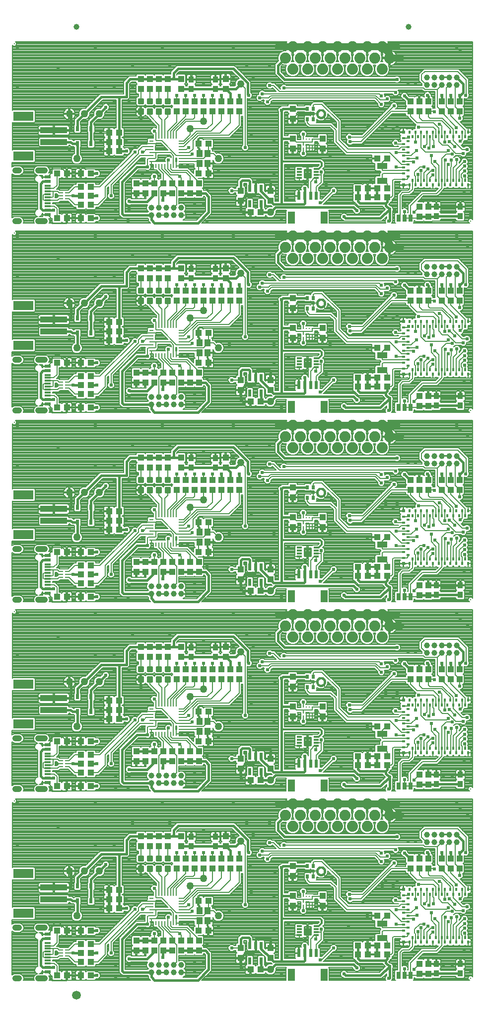
<source format=gtl>
G75*
%MOIN*%
%OFA0B0*%
%FSLAX25Y25*%
%IPPOS*%
%LPD*%
%AMOC8*
5,1,8,0,0,1.08239X$1,22.5*
%
%ADD10R,0.03937X0.04331*%
%ADD11R,0.04331X0.03937*%
%ADD12R,0.02480X0.03268*%
%ADD13R,0.02402X0.00984*%
%ADD14R,0.02205X0.00984*%
%ADD15C,0.01181*%
%ADD16R,0.02055X0.02854*%
%ADD17R,0.00787X0.01969*%
%ADD18R,0.01969X0.00787*%
%ADD19C,0.00039*%
%ADD20R,0.03346X0.01181*%
%ADD21C,0.01102*%
%ADD22R,0.18110X0.03937*%
%ADD23R,0.13386X0.06299*%
%ADD24R,0.04000X0.01181*%
%ADD25R,0.04000X0.02362*%
%ADD26R,0.04000X0.02165*%
%ADD27C,0.03937*%
%ADD28C,0.03937*%
%ADD29C,0.07400*%
%ADD30R,0.04724X0.07874*%
%ADD31R,0.02362X0.05315*%
%ADD32R,0.02500X0.05000*%
%ADD33R,0.01600X0.01000*%
%ADD34R,0.03543X0.03937*%
%ADD35C,0.05000*%
%ADD36R,0.03150X0.01120*%
%ADD37R,0.01120X0.03150*%
%ADD38R,0.04331X0.04724*%
%ADD39R,0.01575X0.02362*%
%ADD40R,0.02362X0.02362*%
%ADD41R,0.02362X0.01575*%
%ADD42R,0.02165X0.04724*%
%ADD43R,0.00984X0.01083*%
%ADD44R,0.01083X0.00984*%
%ADD45R,0.07087X0.03937*%
%ADD46C,0.00787*%
%ADD47C,0.05906*%
%ADD48C,0.00800*%
%ADD49C,0.02400*%
%ADD50C,0.01600*%
%ADD51C,0.04800*%
%ADD52C,0.01200*%
D10*
X0131435Y0050161D03*
X0137435Y0050161D03*
X0143435Y0050161D03*
X0143435Y0056854D03*
X0137435Y0056854D03*
X0131435Y0056854D03*
X0149435Y0056854D03*
X0155435Y0056854D03*
X0161435Y0056854D03*
X0167435Y0056854D03*
X0167435Y0050161D03*
X0161435Y0050161D03*
X0155435Y0050161D03*
X0149435Y0050161D03*
X0173435Y0050161D03*
X0173435Y0056854D03*
X0201435Y0051854D03*
X0201435Y0045161D03*
X0221435Y0045161D03*
X0221435Y0051854D03*
X0236435Y0080161D03*
X0236435Y0086854D03*
X0236435Y0100161D03*
X0236435Y0106854D03*
X0256435Y0086854D03*
X0256435Y0080161D03*
X0200435Y0105161D03*
X0194435Y0105161D03*
X0188435Y0105161D03*
X0182435Y0105161D03*
X0182435Y0111854D03*
X0188435Y0111854D03*
X0194435Y0111854D03*
X0200435Y0111854D03*
X0191435Y0120161D03*
X0191435Y0126854D03*
X0176435Y0111854D03*
X0170435Y0111854D03*
X0164435Y0111854D03*
X0158435Y0111854D03*
X0158435Y0105161D03*
X0164435Y0105161D03*
X0170435Y0105161D03*
X0176435Y0105161D03*
X0161435Y0120161D03*
X0161435Y0126854D03*
X0152435Y0126854D03*
X0146435Y0126854D03*
X0140435Y0126854D03*
X0134435Y0126854D03*
X0134435Y0120161D03*
X0140435Y0120161D03*
X0146435Y0120161D03*
X0152435Y0120161D03*
X0149435Y0177169D03*
X0155435Y0177169D03*
X0161435Y0177169D03*
X0167435Y0177169D03*
X0167435Y0183862D03*
X0161435Y0183862D03*
X0155435Y0183862D03*
X0149435Y0183862D03*
X0143435Y0183862D03*
X0137435Y0183862D03*
X0131435Y0183862D03*
X0131435Y0177169D03*
X0137435Y0177169D03*
X0143435Y0177169D03*
X0173435Y0177169D03*
X0173435Y0183862D03*
X0201435Y0178862D03*
X0201435Y0172169D03*
X0221435Y0172169D03*
X0221435Y0178862D03*
X0236435Y0207169D03*
X0236435Y0213862D03*
X0236435Y0227169D03*
X0236435Y0233862D03*
X0256435Y0213862D03*
X0256435Y0207169D03*
X0200435Y0232169D03*
X0194435Y0232169D03*
X0188435Y0232169D03*
X0182435Y0232169D03*
X0182435Y0238862D03*
X0188435Y0238862D03*
X0194435Y0238862D03*
X0200435Y0238862D03*
X0191435Y0247169D03*
X0191435Y0253862D03*
X0176435Y0238862D03*
X0170435Y0238862D03*
X0164435Y0238862D03*
X0158435Y0238862D03*
X0158435Y0232169D03*
X0164435Y0232169D03*
X0170435Y0232169D03*
X0176435Y0232169D03*
X0161435Y0247169D03*
X0161435Y0253862D03*
X0152435Y0253862D03*
X0146435Y0253862D03*
X0140435Y0253862D03*
X0134435Y0253862D03*
X0134435Y0247169D03*
X0140435Y0247169D03*
X0146435Y0247169D03*
X0152435Y0247169D03*
X0149435Y0304177D03*
X0155435Y0304177D03*
X0161435Y0304177D03*
X0167435Y0304177D03*
X0167435Y0310870D03*
X0161435Y0310870D03*
X0155435Y0310870D03*
X0149435Y0310870D03*
X0143435Y0310870D03*
X0137435Y0310870D03*
X0131435Y0310870D03*
X0131435Y0304177D03*
X0137435Y0304177D03*
X0143435Y0304177D03*
X0173435Y0304177D03*
X0173435Y0310870D03*
X0201435Y0305870D03*
X0201435Y0299177D03*
X0221435Y0299177D03*
X0221435Y0305870D03*
X0236435Y0334177D03*
X0236435Y0340870D03*
X0236435Y0354177D03*
X0236435Y0360870D03*
X0256435Y0340870D03*
X0256435Y0334177D03*
X0200435Y0359177D03*
X0194435Y0359177D03*
X0188435Y0359177D03*
X0182435Y0359177D03*
X0182435Y0365870D03*
X0188435Y0365870D03*
X0194435Y0365870D03*
X0200435Y0365870D03*
X0191435Y0374177D03*
X0191435Y0380870D03*
X0176435Y0365870D03*
X0170435Y0365870D03*
X0164435Y0365870D03*
X0158435Y0365870D03*
X0158435Y0359177D03*
X0164435Y0359177D03*
X0170435Y0359177D03*
X0176435Y0359177D03*
X0161435Y0374177D03*
X0161435Y0380870D03*
X0152435Y0380870D03*
X0146435Y0380870D03*
X0140435Y0380870D03*
X0134435Y0380870D03*
X0134435Y0374177D03*
X0140435Y0374177D03*
X0146435Y0374177D03*
X0152435Y0374177D03*
X0149435Y0431185D03*
X0155435Y0431185D03*
X0161435Y0431185D03*
X0167435Y0431185D03*
X0167435Y0437878D03*
X0161435Y0437878D03*
X0155435Y0437878D03*
X0149435Y0437878D03*
X0143435Y0437878D03*
X0137435Y0437878D03*
X0131435Y0437878D03*
X0131435Y0431185D03*
X0137435Y0431185D03*
X0143435Y0431185D03*
X0173435Y0431185D03*
X0173435Y0437878D03*
X0201435Y0432878D03*
X0201435Y0426185D03*
X0221435Y0426185D03*
X0221435Y0432878D03*
X0236435Y0461185D03*
X0236435Y0467878D03*
X0236435Y0481185D03*
X0236435Y0487878D03*
X0256435Y0467878D03*
X0256435Y0461185D03*
X0200435Y0486185D03*
X0194435Y0486185D03*
X0188435Y0486185D03*
X0182435Y0486185D03*
X0182435Y0492878D03*
X0188435Y0492878D03*
X0194435Y0492878D03*
X0200435Y0492878D03*
X0191435Y0501185D03*
X0191435Y0507878D03*
X0176435Y0492878D03*
X0170435Y0492878D03*
X0164435Y0492878D03*
X0158435Y0492878D03*
X0158435Y0486185D03*
X0164435Y0486185D03*
X0170435Y0486185D03*
X0176435Y0486185D03*
X0161435Y0501185D03*
X0161435Y0507878D03*
X0152435Y0507878D03*
X0146435Y0507878D03*
X0140435Y0507878D03*
X0134435Y0507878D03*
X0134435Y0501185D03*
X0140435Y0501185D03*
X0146435Y0501185D03*
X0152435Y0501185D03*
X0149435Y0558193D03*
X0155435Y0558193D03*
X0161435Y0558193D03*
X0167435Y0558193D03*
X0167435Y0564886D03*
X0161435Y0564886D03*
X0155435Y0564886D03*
X0149435Y0564886D03*
X0143435Y0564886D03*
X0137435Y0564886D03*
X0131435Y0564886D03*
X0131435Y0558193D03*
X0137435Y0558193D03*
X0143435Y0558193D03*
X0173435Y0558193D03*
X0173435Y0564886D03*
X0201435Y0559886D03*
X0201435Y0553193D03*
X0221435Y0553193D03*
X0221435Y0559886D03*
X0236435Y0588193D03*
X0236435Y0594886D03*
X0236435Y0608193D03*
X0236435Y0614886D03*
X0256435Y0594886D03*
X0256435Y0588193D03*
X0200435Y0613193D03*
X0194435Y0613193D03*
X0188435Y0613193D03*
X0182435Y0613193D03*
X0182435Y0619886D03*
X0188435Y0619886D03*
X0194435Y0619886D03*
X0200435Y0619886D03*
X0191435Y0628193D03*
X0191435Y0634886D03*
X0176435Y0619886D03*
X0170435Y0619886D03*
X0164435Y0619886D03*
X0158435Y0619886D03*
X0158435Y0613193D03*
X0164435Y0613193D03*
X0170435Y0613193D03*
X0176435Y0613193D03*
X0161435Y0628193D03*
X0161435Y0634886D03*
X0152435Y0634886D03*
X0146435Y0634886D03*
X0140435Y0634886D03*
X0134435Y0634886D03*
X0134435Y0628193D03*
X0140435Y0628193D03*
X0146435Y0628193D03*
X0152435Y0628193D03*
X0315435Y0619886D03*
X0315435Y0613193D03*
X0321435Y0613193D03*
X0327435Y0613193D03*
X0327435Y0619886D03*
X0321435Y0619886D03*
X0336435Y0619886D03*
X0342435Y0619886D03*
X0348435Y0619886D03*
X0348435Y0613193D03*
X0342435Y0613193D03*
X0336435Y0613193D03*
X0327435Y0549386D03*
X0321435Y0549386D03*
X0321435Y0542693D03*
X0327435Y0542693D03*
X0327435Y0492878D03*
X0321435Y0492878D03*
X0321435Y0486185D03*
X0327435Y0486185D03*
X0336435Y0486185D03*
X0342435Y0486185D03*
X0348435Y0486185D03*
X0348435Y0492878D03*
X0342435Y0492878D03*
X0336435Y0492878D03*
X0315435Y0492878D03*
X0315435Y0486185D03*
X0321435Y0422378D03*
X0327435Y0422378D03*
X0327435Y0415685D03*
X0321435Y0415685D03*
X0321435Y0365870D03*
X0327435Y0365870D03*
X0327435Y0359177D03*
X0321435Y0359177D03*
X0315435Y0359177D03*
X0315435Y0365870D03*
X0336435Y0365870D03*
X0342435Y0365870D03*
X0348435Y0365870D03*
X0348435Y0359177D03*
X0342435Y0359177D03*
X0336435Y0359177D03*
X0327435Y0295370D03*
X0321435Y0295370D03*
X0321435Y0288677D03*
X0327435Y0288677D03*
X0327435Y0238862D03*
X0321435Y0238862D03*
X0321435Y0232169D03*
X0327435Y0232169D03*
X0336435Y0232169D03*
X0342435Y0232169D03*
X0348435Y0232169D03*
X0348435Y0238862D03*
X0342435Y0238862D03*
X0336435Y0238862D03*
X0315435Y0238862D03*
X0315435Y0232169D03*
X0321435Y0168362D03*
X0327435Y0168362D03*
X0327435Y0161669D03*
X0321435Y0161669D03*
X0321435Y0111854D03*
X0327435Y0111854D03*
X0327435Y0105161D03*
X0321435Y0105161D03*
X0315435Y0105161D03*
X0315435Y0111854D03*
X0336435Y0111854D03*
X0342435Y0111854D03*
X0348435Y0111854D03*
X0348435Y0105161D03*
X0342435Y0105161D03*
X0336435Y0105161D03*
X0327435Y0041354D03*
X0321435Y0041354D03*
X0321435Y0034661D03*
X0327435Y0034661D03*
D11*
X0299781Y0047508D03*
X0299781Y0053508D03*
X0293089Y0053508D03*
X0293089Y0047508D03*
X0286781Y0047508D03*
X0286781Y0053508D03*
X0280089Y0053508D03*
X0280089Y0047508D03*
X0293089Y0073508D03*
X0299781Y0073508D03*
X0299781Y0174516D03*
X0299781Y0180516D03*
X0293089Y0180516D03*
X0293089Y0174516D03*
X0286781Y0174516D03*
X0286781Y0180516D03*
X0280089Y0180516D03*
X0280089Y0174516D03*
X0293089Y0200516D03*
X0299781Y0200516D03*
X0299781Y0301524D03*
X0299781Y0307524D03*
X0293089Y0307524D03*
X0293089Y0301524D03*
X0286781Y0301524D03*
X0286781Y0307524D03*
X0280089Y0307524D03*
X0280089Y0301524D03*
X0293089Y0327524D03*
X0299781Y0327524D03*
X0299781Y0428531D03*
X0299781Y0434531D03*
X0293089Y0434531D03*
X0293089Y0428531D03*
X0286781Y0428531D03*
X0286781Y0434531D03*
X0280089Y0434531D03*
X0280089Y0428531D03*
X0293089Y0454531D03*
X0299781Y0454531D03*
X0299781Y0555539D03*
X0299781Y0561539D03*
X0293089Y0561539D03*
X0293089Y0555539D03*
X0286781Y0555539D03*
X0286781Y0561539D03*
X0280089Y0561539D03*
X0280089Y0555539D03*
X0293089Y0581539D03*
X0299781Y0581539D03*
X0214781Y0545539D03*
X0208089Y0545539D03*
X0179781Y0571539D03*
X0173089Y0571539D03*
X0173089Y0591539D03*
X0179781Y0591539D03*
X0119781Y0592539D03*
X0119781Y0586539D03*
X0113089Y0586539D03*
X0113089Y0592539D03*
X0113089Y0599039D03*
X0119781Y0599039D03*
X0100781Y0571539D03*
X0100781Y0562539D03*
X0100781Y0556539D03*
X0100781Y0550539D03*
X0100781Y0541539D03*
X0094089Y0541539D03*
X0094089Y0550539D03*
X0094089Y0556539D03*
X0094089Y0562539D03*
X0094089Y0571539D03*
X0084781Y0571539D03*
X0078089Y0571539D03*
X0078089Y0541539D03*
X0084781Y0541539D03*
X0113089Y0472031D03*
X0113089Y0465531D03*
X0113089Y0459531D03*
X0119781Y0459531D03*
X0119781Y0465531D03*
X0119781Y0472031D03*
X0100781Y0444531D03*
X0100781Y0435531D03*
X0100781Y0429531D03*
X0100781Y0423531D03*
X0100781Y0414531D03*
X0094089Y0414531D03*
X0094089Y0423531D03*
X0094089Y0429531D03*
X0094089Y0435531D03*
X0094089Y0444531D03*
X0084781Y0444531D03*
X0078089Y0444531D03*
X0078089Y0414531D03*
X0084781Y0414531D03*
X0113089Y0345024D03*
X0113089Y0338524D03*
X0113089Y0332524D03*
X0119781Y0332524D03*
X0119781Y0338524D03*
X0119781Y0345024D03*
X0100781Y0317524D03*
X0094089Y0317524D03*
X0094089Y0308524D03*
X0094089Y0302524D03*
X0094089Y0296524D03*
X0094089Y0287524D03*
X0100781Y0287524D03*
X0100781Y0296524D03*
X0100781Y0302524D03*
X0100781Y0308524D03*
X0084781Y0317524D03*
X0078089Y0317524D03*
X0078089Y0287524D03*
X0084781Y0287524D03*
X0113089Y0218016D03*
X0113089Y0211516D03*
X0113089Y0205516D03*
X0119781Y0205516D03*
X0119781Y0211516D03*
X0119781Y0218016D03*
X0100781Y0190516D03*
X0100781Y0181516D03*
X0100781Y0175516D03*
X0100781Y0169516D03*
X0100781Y0160516D03*
X0094089Y0160516D03*
X0094089Y0169516D03*
X0094089Y0175516D03*
X0094089Y0181516D03*
X0094089Y0190516D03*
X0084781Y0190516D03*
X0078089Y0190516D03*
X0078089Y0160516D03*
X0084781Y0160516D03*
X0113089Y0091008D03*
X0113089Y0084508D03*
X0113089Y0078508D03*
X0119781Y0078508D03*
X0119781Y0084508D03*
X0119781Y0091008D03*
X0100781Y0063508D03*
X0094089Y0063508D03*
X0094089Y0054508D03*
X0094089Y0048508D03*
X0094089Y0042508D03*
X0100781Y0042508D03*
X0100781Y0048508D03*
X0100781Y0054508D03*
X0100781Y0033508D03*
X0094089Y0033508D03*
X0084781Y0033508D03*
X0078089Y0033508D03*
X0078089Y0063508D03*
X0084781Y0063508D03*
X0173089Y0063508D03*
X0179781Y0063508D03*
X0179781Y0083508D03*
X0173089Y0083508D03*
X0208089Y0037508D03*
X0214781Y0037508D03*
X0214781Y0164516D03*
X0208089Y0164516D03*
X0179781Y0190516D03*
X0173089Y0190516D03*
X0173089Y0210516D03*
X0179781Y0210516D03*
X0208089Y0291524D03*
X0214781Y0291524D03*
X0179781Y0317524D03*
X0173089Y0317524D03*
X0173089Y0337524D03*
X0179781Y0337524D03*
X0208089Y0418531D03*
X0214781Y0418531D03*
X0179781Y0444531D03*
X0173089Y0444531D03*
X0173089Y0464531D03*
X0179781Y0464531D03*
D12*
X0100963Y0464531D03*
X0100963Y0474531D03*
X0091907Y0474531D03*
X0091907Y0464531D03*
X0091907Y0347524D03*
X0100963Y0347524D03*
X0100963Y0337524D03*
X0091907Y0337524D03*
X0091907Y0220516D03*
X0091907Y0210516D03*
X0100963Y0210516D03*
X0100963Y0220516D03*
X0100963Y0093508D03*
X0100963Y0083508D03*
X0091907Y0083508D03*
X0091907Y0093508D03*
X0091907Y0591539D03*
X0100963Y0591539D03*
X0100963Y0601539D03*
X0091907Y0601539D03*
D13*
X0081341Y0558508D03*
X0081341Y0431500D03*
X0081341Y0304492D03*
X0081341Y0177484D03*
X0081341Y0050476D03*
D14*
X0081242Y0048508D03*
X0081242Y0046539D03*
X0084628Y0046539D03*
X0084628Y0048508D03*
X0084628Y0050476D03*
X0084628Y0173547D03*
X0084628Y0175516D03*
X0084628Y0177484D03*
X0081242Y0175516D03*
X0081242Y0173547D03*
X0081242Y0300555D03*
X0081242Y0302524D03*
X0084628Y0302524D03*
X0084628Y0304492D03*
X0084628Y0300555D03*
X0084628Y0427563D03*
X0084628Y0429531D03*
X0084628Y0431500D03*
X0081242Y0429531D03*
X0081242Y0427563D03*
X0081242Y0554571D03*
X0081242Y0556539D03*
X0084628Y0556539D03*
X0084628Y0554571D03*
X0084628Y0558508D03*
D15*
X0133057Y0614465D02*
X0135813Y0614465D01*
X0135813Y0611709D01*
X0133057Y0611709D01*
X0133057Y0614465D01*
X0133057Y0612831D02*
X0135813Y0612831D01*
X0135813Y0613953D02*
X0133057Y0613953D01*
X0133057Y0621370D02*
X0135813Y0621370D01*
X0135813Y0618614D01*
X0133057Y0618614D01*
X0133057Y0621370D01*
X0133057Y0619736D02*
X0135813Y0619736D01*
X0135813Y0620858D02*
X0133057Y0620858D01*
X0139057Y0621370D02*
X0141813Y0621370D01*
X0141813Y0618614D01*
X0139057Y0618614D01*
X0139057Y0621370D01*
X0139057Y0619736D02*
X0141813Y0619736D01*
X0141813Y0620858D02*
X0139057Y0620858D01*
X0139057Y0614465D02*
X0141813Y0614465D01*
X0141813Y0611709D01*
X0139057Y0611709D01*
X0139057Y0614465D01*
X0139057Y0612831D02*
X0141813Y0612831D01*
X0141813Y0613953D02*
X0139057Y0613953D01*
X0145057Y0614465D02*
X0147813Y0614465D01*
X0147813Y0611709D01*
X0145057Y0611709D01*
X0145057Y0614465D01*
X0145057Y0612831D02*
X0147813Y0612831D01*
X0147813Y0613953D02*
X0145057Y0613953D01*
X0145057Y0621370D02*
X0147813Y0621370D01*
X0147813Y0618614D01*
X0145057Y0618614D01*
X0145057Y0621370D01*
X0145057Y0619736D02*
X0147813Y0619736D01*
X0147813Y0620858D02*
X0145057Y0620858D01*
X0151057Y0621370D02*
X0153813Y0621370D01*
X0153813Y0618614D01*
X0151057Y0618614D01*
X0151057Y0621370D01*
X0151057Y0619736D02*
X0153813Y0619736D01*
X0153813Y0620858D02*
X0151057Y0620858D01*
X0151057Y0614465D02*
X0153813Y0614465D01*
X0153813Y0611709D01*
X0151057Y0611709D01*
X0151057Y0614465D01*
X0151057Y0612831D02*
X0153813Y0612831D01*
X0153813Y0613953D02*
X0151057Y0613953D01*
X0151057Y0494362D02*
X0153813Y0494362D01*
X0153813Y0491606D01*
X0151057Y0491606D01*
X0151057Y0494362D01*
X0151057Y0492728D02*
X0153813Y0492728D01*
X0153813Y0493850D02*
X0151057Y0493850D01*
X0147813Y0494362D02*
X0145057Y0494362D01*
X0147813Y0494362D02*
X0147813Y0491606D01*
X0145057Y0491606D01*
X0145057Y0494362D01*
X0145057Y0492728D02*
X0147813Y0492728D01*
X0147813Y0493850D02*
X0145057Y0493850D01*
X0141813Y0494362D02*
X0139057Y0494362D01*
X0141813Y0494362D02*
X0141813Y0491606D01*
X0139057Y0491606D01*
X0139057Y0494362D01*
X0139057Y0492728D02*
X0141813Y0492728D01*
X0141813Y0493850D02*
X0139057Y0493850D01*
X0135813Y0494362D02*
X0133057Y0494362D01*
X0135813Y0494362D02*
X0135813Y0491606D01*
X0133057Y0491606D01*
X0133057Y0494362D01*
X0133057Y0492728D02*
X0135813Y0492728D01*
X0135813Y0493850D02*
X0133057Y0493850D01*
X0133057Y0487457D02*
X0135813Y0487457D01*
X0135813Y0484701D01*
X0133057Y0484701D01*
X0133057Y0487457D01*
X0133057Y0485823D02*
X0135813Y0485823D01*
X0135813Y0486945D02*
X0133057Y0486945D01*
X0139057Y0487457D02*
X0141813Y0487457D01*
X0141813Y0484701D01*
X0139057Y0484701D01*
X0139057Y0487457D01*
X0139057Y0485823D02*
X0141813Y0485823D01*
X0141813Y0486945D02*
X0139057Y0486945D01*
X0145057Y0487457D02*
X0147813Y0487457D01*
X0147813Y0484701D01*
X0145057Y0484701D01*
X0145057Y0487457D01*
X0145057Y0485823D02*
X0147813Y0485823D01*
X0147813Y0486945D02*
X0145057Y0486945D01*
X0151057Y0487457D02*
X0153813Y0487457D01*
X0153813Y0484701D01*
X0151057Y0484701D01*
X0151057Y0487457D01*
X0151057Y0485823D02*
X0153813Y0485823D01*
X0153813Y0486945D02*
X0151057Y0486945D01*
X0151057Y0367354D02*
X0153813Y0367354D01*
X0153813Y0364598D01*
X0151057Y0364598D01*
X0151057Y0367354D01*
X0151057Y0365720D02*
X0153813Y0365720D01*
X0153813Y0366842D02*
X0151057Y0366842D01*
X0147813Y0367354D02*
X0145057Y0367354D01*
X0147813Y0367354D02*
X0147813Y0364598D01*
X0145057Y0364598D01*
X0145057Y0367354D01*
X0145057Y0365720D02*
X0147813Y0365720D01*
X0147813Y0366842D02*
X0145057Y0366842D01*
X0141813Y0367354D02*
X0139057Y0367354D01*
X0141813Y0367354D02*
X0141813Y0364598D01*
X0139057Y0364598D01*
X0139057Y0367354D01*
X0139057Y0365720D02*
X0141813Y0365720D01*
X0141813Y0366842D02*
X0139057Y0366842D01*
X0135813Y0367354D02*
X0133057Y0367354D01*
X0135813Y0367354D02*
X0135813Y0364598D01*
X0133057Y0364598D01*
X0133057Y0367354D01*
X0133057Y0365720D02*
X0135813Y0365720D01*
X0135813Y0366842D02*
X0133057Y0366842D01*
X0133057Y0360449D02*
X0135813Y0360449D01*
X0135813Y0357693D01*
X0133057Y0357693D01*
X0133057Y0360449D01*
X0133057Y0358815D02*
X0135813Y0358815D01*
X0135813Y0359937D02*
X0133057Y0359937D01*
X0139057Y0360449D02*
X0141813Y0360449D01*
X0141813Y0357693D01*
X0139057Y0357693D01*
X0139057Y0360449D01*
X0139057Y0358815D02*
X0141813Y0358815D01*
X0141813Y0359937D02*
X0139057Y0359937D01*
X0145057Y0360449D02*
X0147813Y0360449D01*
X0147813Y0357693D01*
X0145057Y0357693D01*
X0145057Y0360449D01*
X0145057Y0358815D02*
X0147813Y0358815D01*
X0147813Y0359937D02*
X0145057Y0359937D01*
X0151057Y0360449D02*
X0153813Y0360449D01*
X0153813Y0357693D01*
X0151057Y0357693D01*
X0151057Y0360449D01*
X0151057Y0358815D02*
X0153813Y0358815D01*
X0153813Y0359937D02*
X0151057Y0359937D01*
X0151057Y0240347D02*
X0153813Y0240347D01*
X0153813Y0237591D01*
X0151057Y0237591D01*
X0151057Y0240347D01*
X0151057Y0238713D02*
X0153813Y0238713D01*
X0153813Y0239835D02*
X0151057Y0239835D01*
X0147813Y0240347D02*
X0145057Y0240347D01*
X0147813Y0240347D02*
X0147813Y0237591D01*
X0145057Y0237591D01*
X0145057Y0240347D01*
X0145057Y0238713D02*
X0147813Y0238713D01*
X0147813Y0239835D02*
X0145057Y0239835D01*
X0141813Y0240347D02*
X0139057Y0240347D01*
X0141813Y0240347D02*
X0141813Y0237591D01*
X0139057Y0237591D01*
X0139057Y0240347D01*
X0139057Y0238713D02*
X0141813Y0238713D01*
X0141813Y0239835D02*
X0139057Y0239835D01*
X0135813Y0240347D02*
X0133057Y0240347D01*
X0135813Y0240347D02*
X0135813Y0237591D01*
X0133057Y0237591D01*
X0133057Y0240347D01*
X0133057Y0238713D02*
X0135813Y0238713D01*
X0135813Y0239835D02*
X0133057Y0239835D01*
X0133057Y0233441D02*
X0135813Y0233441D01*
X0135813Y0230685D01*
X0133057Y0230685D01*
X0133057Y0233441D01*
X0133057Y0231807D02*
X0135813Y0231807D01*
X0135813Y0232929D02*
X0133057Y0232929D01*
X0139057Y0233441D02*
X0141813Y0233441D01*
X0141813Y0230685D01*
X0139057Y0230685D01*
X0139057Y0233441D01*
X0139057Y0231807D02*
X0141813Y0231807D01*
X0141813Y0232929D02*
X0139057Y0232929D01*
X0145057Y0233441D02*
X0147813Y0233441D01*
X0147813Y0230685D01*
X0145057Y0230685D01*
X0145057Y0233441D01*
X0145057Y0231807D02*
X0147813Y0231807D01*
X0147813Y0232929D02*
X0145057Y0232929D01*
X0151057Y0233441D02*
X0153813Y0233441D01*
X0153813Y0230685D01*
X0151057Y0230685D01*
X0151057Y0233441D01*
X0151057Y0231807D02*
X0153813Y0231807D01*
X0153813Y0232929D02*
X0151057Y0232929D01*
X0151057Y0113339D02*
X0153813Y0113339D01*
X0153813Y0110583D01*
X0151057Y0110583D01*
X0151057Y0113339D01*
X0151057Y0111705D02*
X0153813Y0111705D01*
X0153813Y0112827D02*
X0151057Y0112827D01*
X0147813Y0113339D02*
X0145057Y0113339D01*
X0147813Y0113339D02*
X0147813Y0110583D01*
X0145057Y0110583D01*
X0145057Y0113339D01*
X0145057Y0111705D02*
X0147813Y0111705D01*
X0147813Y0112827D02*
X0145057Y0112827D01*
X0141813Y0113339D02*
X0139057Y0113339D01*
X0141813Y0113339D02*
X0141813Y0110583D01*
X0139057Y0110583D01*
X0139057Y0113339D01*
X0139057Y0111705D02*
X0141813Y0111705D01*
X0141813Y0112827D02*
X0139057Y0112827D01*
X0135813Y0113339D02*
X0133057Y0113339D01*
X0135813Y0113339D02*
X0135813Y0110583D01*
X0133057Y0110583D01*
X0133057Y0113339D01*
X0133057Y0111705D02*
X0135813Y0111705D01*
X0135813Y0112827D02*
X0133057Y0112827D01*
X0133057Y0106433D02*
X0135813Y0106433D01*
X0135813Y0103677D01*
X0133057Y0103677D01*
X0133057Y0106433D01*
X0133057Y0104799D02*
X0135813Y0104799D01*
X0135813Y0105921D02*
X0133057Y0105921D01*
X0139057Y0106433D02*
X0141813Y0106433D01*
X0141813Y0103677D01*
X0139057Y0103677D01*
X0139057Y0106433D01*
X0139057Y0104799D02*
X0141813Y0104799D01*
X0141813Y0105921D02*
X0139057Y0105921D01*
X0145057Y0106433D02*
X0147813Y0106433D01*
X0147813Y0103677D01*
X0145057Y0103677D01*
X0145057Y0106433D01*
X0145057Y0104799D02*
X0147813Y0104799D01*
X0147813Y0105921D02*
X0145057Y0105921D01*
X0151057Y0106433D02*
X0153813Y0106433D01*
X0153813Y0103677D01*
X0151057Y0103677D01*
X0151057Y0106433D01*
X0151057Y0104799D02*
X0153813Y0104799D01*
X0153813Y0105921D02*
X0151057Y0105921D01*
D16*
X0246317Y0107051D03*
X0250254Y0107051D03*
X0250254Y0099965D03*
X0246317Y0099965D03*
X0246317Y0226972D03*
X0250254Y0226972D03*
X0250254Y0234059D03*
X0246317Y0234059D03*
X0246317Y0353980D03*
X0250254Y0353980D03*
X0250254Y0361067D03*
X0246317Y0361067D03*
X0246317Y0480988D03*
X0250254Y0480988D03*
X0250254Y0488075D03*
X0246317Y0488075D03*
X0246317Y0607996D03*
X0250254Y0607996D03*
X0250254Y0615083D03*
X0246317Y0615083D03*
D17*
X0252813Y0611539D03*
X0257931Y0611539D03*
X0257931Y0484531D03*
X0252813Y0484531D03*
X0252813Y0357524D03*
X0257931Y0357524D03*
X0257931Y0230516D03*
X0252813Y0230516D03*
X0252813Y0103508D03*
X0257931Y0103508D03*
D18*
X0255372Y0106067D03*
X0255372Y0100949D03*
X0255372Y0227957D03*
X0255372Y0233075D03*
X0255372Y0354965D03*
X0255372Y0360083D03*
X0255372Y0481972D03*
X0255372Y0487091D03*
X0255372Y0608980D03*
X0255372Y0614098D03*
D19*
X0255372Y0614116D02*
X0253510Y0614116D01*
X0253556Y0614154D02*
X0255372Y0614154D01*
X0257188Y0614154D01*
X0257144Y0614191D02*
X0256592Y0614486D01*
X0255994Y0614667D01*
X0255372Y0614728D01*
X0254750Y0614667D01*
X0254152Y0614486D01*
X0253600Y0614191D01*
X0253117Y0613794D01*
X0252720Y0613311D01*
X0252426Y0612760D01*
X0252244Y0612162D01*
X0252183Y0611539D01*
X0253364Y0611539D01*
X0253414Y0611986D01*
X0253563Y0612411D01*
X0253802Y0612791D01*
X0254120Y0613109D01*
X0254501Y0613348D01*
X0254925Y0613497D01*
X0255372Y0613547D01*
X0255372Y0614728D01*
X0255372Y0613547D01*
X0255819Y0613497D01*
X0256243Y0613348D01*
X0256624Y0613109D01*
X0256942Y0612791D01*
X0257181Y0612411D01*
X0257330Y0611986D01*
X0257380Y0611539D01*
X0258561Y0611539D01*
X0258500Y0612162D01*
X0258318Y0612760D01*
X0258024Y0613311D01*
X0257627Y0613794D01*
X0257144Y0614191D01*
X0257141Y0614192D02*
X0255372Y0614192D01*
X0253603Y0614192D01*
X0253674Y0614230D02*
X0255372Y0614230D01*
X0257070Y0614230D01*
X0257000Y0614268D02*
X0255372Y0614268D01*
X0253744Y0614268D01*
X0253815Y0614306D02*
X0255372Y0614306D01*
X0256929Y0614306D01*
X0256858Y0614344D02*
X0255372Y0614344D01*
X0253886Y0614344D01*
X0253957Y0614382D02*
X0255372Y0614382D01*
X0256787Y0614382D01*
X0256716Y0614419D02*
X0255372Y0614419D01*
X0254028Y0614419D01*
X0254099Y0614457D02*
X0255372Y0614457D01*
X0256645Y0614457D01*
X0256561Y0614495D02*
X0255372Y0614495D01*
X0254183Y0614495D01*
X0254308Y0614533D02*
X0255372Y0614533D01*
X0256436Y0614533D01*
X0256311Y0614571D02*
X0255372Y0614571D01*
X0254433Y0614571D01*
X0254558Y0614609D02*
X0255372Y0614609D01*
X0256186Y0614609D01*
X0256061Y0614647D02*
X0255372Y0614647D01*
X0254683Y0614647D01*
X0254928Y0614685D02*
X0255372Y0614685D01*
X0255816Y0614685D01*
X0255431Y0614723D02*
X0255372Y0614723D01*
X0255313Y0614723D01*
X0255372Y0614116D02*
X0257235Y0614116D01*
X0257281Y0614079D02*
X0255372Y0614079D01*
X0253463Y0614079D01*
X0253417Y0614041D02*
X0255372Y0614041D01*
X0257327Y0614041D01*
X0257373Y0614003D02*
X0255372Y0614003D01*
X0253371Y0614003D01*
X0253325Y0613965D02*
X0255372Y0613965D01*
X0257419Y0613965D01*
X0257465Y0613927D02*
X0255372Y0613927D01*
X0253279Y0613927D01*
X0253233Y0613889D02*
X0255372Y0613889D01*
X0257511Y0613889D01*
X0257558Y0613851D02*
X0255372Y0613851D01*
X0253186Y0613851D01*
X0253140Y0613813D02*
X0255372Y0613813D01*
X0257604Y0613813D01*
X0257642Y0613775D02*
X0255372Y0613775D01*
X0253102Y0613775D01*
X0253071Y0613738D02*
X0255372Y0613738D01*
X0257674Y0613738D01*
X0257705Y0613700D02*
X0255372Y0613700D01*
X0253039Y0613700D01*
X0253008Y0613662D02*
X0255372Y0613662D01*
X0257736Y0613662D01*
X0257767Y0613624D02*
X0255372Y0613624D01*
X0252977Y0613624D01*
X0252946Y0613586D02*
X0255372Y0613586D01*
X0257798Y0613586D01*
X0257829Y0613548D02*
X0255372Y0613548D01*
X0252915Y0613548D01*
X0252884Y0613510D02*
X0255044Y0613510D01*
X0254855Y0613472D02*
X0252853Y0613472D01*
X0252822Y0613435D02*
X0254747Y0613435D01*
X0254639Y0613397D02*
X0252791Y0613397D01*
X0252760Y0613359D02*
X0254530Y0613359D01*
X0254457Y0613321D02*
X0252729Y0613321D01*
X0252705Y0613283D02*
X0254397Y0613283D01*
X0254336Y0613245D02*
X0252685Y0613245D01*
X0252665Y0613207D02*
X0254276Y0613207D01*
X0254216Y0613169D02*
X0252645Y0613169D01*
X0252624Y0613132D02*
X0254156Y0613132D01*
X0254105Y0613094D02*
X0252604Y0613094D01*
X0252584Y0613056D02*
X0254067Y0613056D01*
X0254029Y0613018D02*
X0252564Y0613018D01*
X0252543Y0612980D02*
X0253991Y0612980D01*
X0253953Y0612942D02*
X0252523Y0612942D01*
X0252503Y0612904D02*
X0253915Y0612904D01*
X0253877Y0612866D02*
X0252483Y0612866D01*
X0252462Y0612828D02*
X0253839Y0612828D01*
X0253802Y0612791D02*
X0252442Y0612791D01*
X0252424Y0612753D02*
X0253778Y0612753D01*
X0253754Y0612715D02*
X0252412Y0612715D01*
X0252401Y0612677D02*
X0253730Y0612677D01*
X0253707Y0612639D02*
X0252389Y0612639D01*
X0252378Y0612601D02*
X0253683Y0612601D01*
X0253659Y0612563D02*
X0252366Y0612563D01*
X0252355Y0612525D02*
X0253635Y0612525D01*
X0253611Y0612488D02*
X0252343Y0612488D01*
X0252332Y0612450D02*
X0253588Y0612450D01*
X0253564Y0612412D02*
X0252320Y0612412D01*
X0252309Y0612374D02*
X0253550Y0612374D01*
X0253537Y0612336D02*
X0252297Y0612336D01*
X0252286Y0612298D02*
X0253524Y0612298D01*
X0253510Y0612260D02*
X0252274Y0612260D01*
X0252263Y0612222D02*
X0253497Y0612222D01*
X0253484Y0612184D02*
X0252251Y0612184D01*
X0252243Y0612147D02*
X0253471Y0612147D01*
X0253457Y0612109D02*
X0252239Y0612109D01*
X0252235Y0612071D02*
X0253444Y0612071D01*
X0253431Y0612033D02*
X0252232Y0612033D01*
X0252228Y0611995D02*
X0253418Y0611995D01*
X0253411Y0611957D02*
X0252224Y0611957D01*
X0252220Y0611919D02*
X0253407Y0611919D01*
X0253403Y0611881D02*
X0252217Y0611881D01*
X0252213Y0611844D02*
X0253398Y0611844D01*
X0253394Y0611806D02*
X0252209Y0611806D01*
X0252206Y0611768D02*
X0253390Y0611768D01*
X0253386Y0611730D02*
X0252202Y0611730D01*
X0252198Y0611692D02*
X0253381Y0611692D01*
X0253377Y0611654D02*
X0252194Y0611654D01*
X0252191Y0611616D02*
X0253373Y0611616D01*
X0253369Y0611578D02*
X0252187Y0611578D01*
X0252183Y0611540D02*
X0253364Y0611540D01*
X0253364Y0611539D02*
X0252183Y0611539D01*
X0252244Y0610917D01*
X0252426Y0610319D01*
X0252720Y0609768D01*
X0253117Y0609284D01*
X0253600Y0608888D01*
X0254152Y0608593D01*
X0254750Y0608412D01*
X0255372Y0608350D01*
X0255994Y0608412D01*
X0256592Y0608593D01*
X0257144Y0608888D01*
X0257627Y0609284D01*
X0258024Y0609768D01*
X0258318Y0610319D01*
X0258500Y0610917D01*
X0258561Y0611539D01*
X0257380Y0611539D01*
X0257330Y0611093D01*
X0257181Y0610668D01*
X0256942Y0610288D01*
X0256624Y0609970D01*
X0256243Y0609730D01*
X0255819Y0609582D01*
X0255372Y0609532D01*
X0255372Y0608350D01*
X0255372Y0609532D01*
X0254925Y0609582D01*
X0254501Y0609730D01*
X0254120Y0609970D01*
X0253802Y0610288D01*
X0253563Y0610668D01*
X0253414Y0611093D01*
X0253364Y0611539D01*
X0253368Y0611503D02*
X0252187Y0611503D01*
X0252190Y0611465D02*
X0253373Y0611465D01*
X0253377Y0611427D02*
X0252194Y0611427D01*
X0252198Y0611389D02*
X0253381Y0611389D01*
X0253385Y0611351D02*
X0252202Y0611351D01*
X0252205Y0611313D02*
X0253390Y0611313D01*
X0253394Y0611275D02*
X0252209Y0611275D01*
X0252213Y0611237D02*
X0253398Y0611237D01*
X0253402Y0611200D02*
X0252216Y0611200D01*
X0252220Y0611162D02*
X0253407Y0611162D01*
X0253411Y0611124D02*
X0252224Y0611124D01*
X0252228Y0611086D02*
X0253417Y0611086D01*
X0253430Y0611048D02*
X0252231Y0611048D01*
X0252235Y0611010D02*
X0253443Y0611010D01*
X0253457Y0610972D02*
X0252239Y0610972D01*
X0252243Y0610934D02*
X0253470Y0610934D01*
X0253483Y0610897D02*
X0252251Y0610897D01*
X0252262Y0610859D02*
X0253496Y0610859D01*
X0253510Y0610821D02*
X0252274Y0610821D01*
X0252285Y0610783D02*
X0253523Y0610783D01*
X0253536Y0610745D02*
X0252297Y0610745D01*
X0252308Y0610707D02*
X0253549Y0610707D01*
X0253563Y0610669D02*
X0252320Y0610669D01*
X0252331Y0610631D02*
X0253586Y0610631D01*
X0253610Y0610593D02*
X0252343Y0610593D01*
X0252354Y0610556D02*
X0253634Y0610556D01*
X0253658Y0610518D02*
X0252366Y0610518D01*
X0252377Y0610480D02*
X0253681Y0610480D01*
X0253705Y0610442D02*
X0252388Y0610442D01*
X0252400Y0610404D02*
X0253729Y0610404D01*
X0253753Y0610366D02*
X0252411Y0610366D01*
X0252423Y0610328D02*
X0253777Y0610328D01*
X0253800Y0610290D02*
X0252441Y0610290D01*
X0252461Y0610253D02*
X0253837Y0610253D01*
X0253875Y0610215D02*
X0252482Y0610215D01*
X0252502Y0610177D02*
X0253913Y0610177D01*
X0253951Y0610139D02*
X0252522Y0610139D01*
X0252542Y0610101D02*
X0253989Y0610101D01*
X0254027Y0610063D02*
X0252563Y0610063D01*
X0252583Y0610025D02*
X0254064Y0610025D01*
X0254102Y0609987D02*
X0252603Y0609987D01*
X0252623Y0609949D02*
X0254152Y0609949D01*
X0254212Y0609912D02*
X0252644Y0609912D01*
X0252664Y0609874D02*
X0254273Y0609874D01*
X0254333Y0609836D02*
X0252684Y0609836D01*
X0252704Y0609798D02*
X0254393Y0609798D01*
X0254454Y0609760D02*
X0252727Y0609760D01*
X0252758Y0609722D02*
X0254524Y0609722D01*
X0254632Y0609684D02*
X0252789Y0609684D01*
X0252820Y0609646D02*
X0254741Y0609646D01*
X0254849Y0609609D02*
X0252851Y0609609D01*
X0252882Y0609571D02*
X0255025Y0609571D01*
X0255361Y0609533D02*
X0252913Y0609533D01*
X0252944Y0609495D02*
X0255372Y0609495D01*
X0257800Y0609495D01*
X0257831Y0609533D02*
X0255383Y0609533D01*
X0255372Y0609457D02*
X0257769Y0609457D01*
X0257737Y0609419D02*
X0255372Y0609419D01*
X0253007Y0609419D01*
X0253038Y0609381D02*
X0255372Y0609381D01*
X0257706Y0609381D01*
X0257675Y0609343D02*
X0255372Y0609343D01*
X0253069Y0609343D01*
X0253100Y0609305D02*
X0255372Y0609305D01*
X0257644Y0609305D01*
X0257606Y0609268D02*
X0255372Y0609268D01*
X0253138Y0609268D01*
X0253184Y0609230D02*
X0255372Y0609230D01*
X0257560Y0609230D01*
X0257514Y0609192D02*
X0255372Y0609192D01*
X0253230Y0609192D01*
X0253276Y0609154D02*
X0255372Y0609154D01*
X0257468Y0609154D01*
X0257422Y0609116D02*
X0255372Y0609116D01*
X0253322Y0609116D01*
X0253368Y0609078D02*
X0255372Y0609078D01*
X0257376Y0609078D01*
X0257329Y0609040D02*
X0255372Y0609040D01*
X0253415Y0609040D01*
X0253461Y0609002D02*
X0255372Y0609002D01*
X0257283Y0609002D01*
X0257237Y0608965D02*
X0255372Y0608965D01*
X0253507Y0608965D01*
X0253553Y0608927D02*
X0255372Y0608927D01*
X0257191Y0608927D01*
X0257145Y0608889D02*
X0255372Y0608889D01*
X0253599Y0608889D01*
X0253669Y0608851D02*
X0255372Y0608851D01*
X0257075Y0608851D01*
X0257004Y0608813D02*
X0255372Y0608813D01*
X0253740Y0608813D01*
X0253811Y0608775D02*
X0255372Y0608775D01*
X0256933Y0608775D01*
X0256862Y0608737D02*
X0255372Y0608737D01*
X0253882Y0608737D01*
X0253953Y0608699D02*
X0255372Y0608699D01*
X0256791Y0608699D01*
X0256720Y0608662D02*
X0255372Y0608662D01*
X0254024Y0608662D01*
X0254095Y0608624D02*
X0255372Y0608624D01*
X0256649Y0608624D01*
X0256568Y0608586D02*
X0255372Y0608586D01*
X0254176Y0608586D01*
X0254301Y0608548D02*
X0255372Y0608548D01*
X0256443Y0608548D01*
X0256318Y0608510D02*
X0255372Y0608510D01*
X0254426Y0608510D01*
X0254551Y0608472D02*
X0255372Y0608472D01*
X0256193Y0608472D01*
X0256068Y0608434D02*
X0255372Y0608434D01*
X0254676Y0608434D01*
X0254906Y0608396D02*
X0255372Y0608396D01*
X0255838Y0608396D01*
X0255454Y0608358D02*
X0255372Y0608358D01*
X0255290Y0608358D01*
X0255372Y0609457D02*
X0252975Y0609457D01*
X0255719Y0609571D02*
X0257862Y0609571D01*
X0257893Y0609609D02*
X0255895Y0609609D01*
X0256003Y0609646D02*
X0257924Y0609646D01*
X0257955Y0609684D02*
X0256112Y0609684D01*
X0256220Y0609722D02*
X0257986Y0609722D01*
X0258017Y0609760D02*
X0256290Y0609760D01*
X0256351Y0609798D02*
X0258040Y0609798D01*
X0258060Y0609836D02*
X0256411Y0609836D01*
X0256471Y0609874D02*
X0258080Y0609874D01*
X0258100Y0609912D02*
X0256532Y0609912D01*
X0256592Y0609949D02*
X0258121Y0609949D01*
X0258141Y0609987D02*
X0256642Y0609987D01*
X0256680Y0610025D02*
X0258161Y0610025D01*
X0258181Y0610063D02*
X0256717Y0610063D01*
X0256755Y0610101D02*
X0258202Y0610101D01*
X0258222Y0610139D02*
X0256793Y0610139D01*
X0256831Y0610177D02*
X0258242Y0610177D01*
X0258262Y0610215D02*
X0256869Y0610215D01*
X0256907Y0610253D02*
X0258283Y0610253D01*
X0258303Y0610290D02*
X0256944Y0610290D01*
X0256967Y0610328D02*
X0258321Y0610328D01*
X0258333Y0610366D02*
X0256991Y0610366D01*
X0257015Y0610404D02*
X0258344Y0610404D01*
X0258356Y0610442D02*
X0257039Y0610442D01*
X0257063Y0610480D02*
X0258367Y0610480D01*
X0258379Y0610518D02*
X0257086Y0610518D01*
X0257110Y0610556D02*
X0258390Y0610556D01*
X0258401Y0610593D02*
X0257134Y0610593D01*
X0257158Y0610631D02*
X0258413Y0610631D01*
X0258424Y0610669D02*
X0257181Y0610669D01*
X0257195Y0610707D02*
X0258436Y0610707D01*
X0258447Y0610745D02*
X0257208Y0610745D01*
X0257221Y0610783D02*
X0258459Y0610783D01*
X0258470Y0610821D02*
X0257234Y0610821D01*
X0257248Y0610859D02*
X0258482Y0610859D01*
X0258493Y0610897D02*
X0257261Y0610897D01*
X0257274Y0610934D02*
X0258501Y0610934D01*
X0258505Y0610972D02*
X0257287Y0610972D01*
X0257301Y0611010D02*
X0258509Y0611010D01*
X0258513Y0611048D02*
X0257314Y0611048D01*
X0257327Y0611086D02*
X0258516Y0611086D01*
X0258520Y0611124D02*
X0257333Y0611124D01*
X0257337Y0611162D02*
X0258524Y0611162D01*
X0258528Y0611200D02*
X0257342Y0611200D01*
X0257346Y0611237D02*
X0258531Y0611237D01*
X0258535Y0611275D02*
X0257350Y0611275D01*
X0257354Y0611313D02*
X0258539Y0611313D01*
X0258542Y0611351D02*
X0257359Y0611351D01*
X0257363Y0611389D02*
X0258546Y0611389D01*
X0258550Y0611427D02*
X0257367Y0611427D01*
X0257371Y0611465D02*
X0258554Y0611465D01*
X0258557Y0611503D02*
X0257376Y0611503D01*
X0257380Y0611540D02*
X0258561Y0611540D01*
X0258557Y0611578D02*
X0257375Y0611578D01*
X0257371Y0611616D02*
X0258553Y0611616D01*
X0258550Y0611654D02*
X0257367Y0611654D01*
X0257363Y0611692D02*
X0258546Y0611692D01*
X0258542Y0611730D02*
X0257358Y0611730D01*
X0257354Y0611768D02*
X0258538Y0611768D01*
X0258535Y0611806D02*
X0257350Y0611806D01*
X0257346Y0611844D02*
X0258531Y0611844D01*
X0258527Y0611881D02*
X0257341Y0611881D01*
X0257337Y0611919D02*
X0258524Y0611919D01*
X0258520Y0611957D02*
X0257333Y0611957D01*
X0257326Y0611995D02*
X0258516Y0611995D01*
X0258512Y0612033D02*
X0257313Y0612033D01*
X0257300Y0612071D02*
X0258509Y0612071D01*
X0258505Y0612109D02*
X0257287Y0612109D01*
X0257273Y0612147D02*
X0258501Y0612147D01*
X0258493Y0612184D02*
X0257260Y0612184D01*
X0257247Y0612222D02*
X0258481Y0612222D01*
X0258470Y0612260D02*
X0257234Y0612260D01*
X0257220Y0612298D02*
X0258458Y0612298D01*
X0258447Y0612336D02*
X0257207Y0612336D01*
X0257194Y0612374D02*
X0258435Y0612374D01*
X0258424Y0612412D02*
X0257180Y0612412D01*
X0257156Y0612450D02*
X0258412Y0612450D01*
X0258401Y0612488D02*
X0257133Y0612488D01*
X0257109Y0612525D02*
X0258389Y0612525D01*
X0258378Y0612563D02*
X0257085Y0612563D01*
X0257061Y0612601D02*
X0258366Y0612601D01*
X0258355Y0612639D02*
X0257037Y0612639D01*
X0257014Y0612677D02*
X0258343Y0612677D01*
X0258332Y0612715D02*
X0256990Y0612715D01*
X0256966Y0612753D02*
X0258320Y0612753D01*
X0258302Y0612791D02*
X0256942Y0612791D01*
X0256905Y0612828D02*
X0258282Y0612828D01*
X0258261Y0612866D02*
X0256867Y0612866D01*
X0256829Y0612904D02*
X0258241Y0612904D01*
X0258221Y0612942D02*
X0256791Y0612942D01*
X0256753Y0612980D02*
X0258201Y0612980D01*
X0258180Y0613018D02*
X0256715Y0613018D01*
X0256677Y0613056D02*
X0258160Y0613056D01*
X0258140Y0613094D02*
X0256639Y0613094D01*
X0256588Y0613132D02*
X0258120Y0613132D01*
X0258099Y0613169D02*
X0256528Y0613169D01*
X0256468Y0613207D02*
X0258079Y0613207D01*
X0258059Y0613245D02*
X0256408Y0613245D01*
X0256347Y0613283D02*
X0258039Y0613283D01*
X0258016Y0613321D02*
X0256287Y0613321D01*
X0256214Y0613359D02*
X0257984Y0613359D01*
X0257953Y0613397D02*
X0256105Y0613397D01*
X0255997Y0613435D02*
X0257922Y0613435D01*
X0257891Y0613472D02*
X0255889Y0613472D01*
X0255700Y0613510D02*
X0257860Y0613510D01*
X0255372Y0487720D02*
X0254750Y0487659D01*
X0254152Y0487478D01*
X0253600Y0487183D01*
X0253117Y0486786D01*
X0252720Y0486303D01*
X0252426Y0485752D01*
X0252244Y0485154D01*
X0252183Y0484531D01*
X0253364Y0484531D01*
X0253414Y0484978D01*
X0253563Y0485403D01*
X0253802Y0485783D01*
X0254120Y0486101D01*
X0254501Y0486341D01*
X0254925Y0486489D01*
X0255372Y0486539D01*
X0255372Y0487720D01*
X0255372Y0486539D01*
X0255819Y0486489D01*
X0256243Y0486341D01*
X0256624Y0486101D01*
X0256942Y0485783D01*
X0257181Y0485403D01*
X0257330Y0484978D01*
X0257380Y0484531D01*
X0258561Y0484531D01*
X0258500Y0485154D01*
X0258318Y0485752D01*
X0258024Y0486303D01*
X0257627Y0486786D01*
X0257144Y0487183D01*
X0256592Y0487478D01*
X0255994Y0487659D01*
X0255372Y0487720D01*
X0255372Y0487706D02*
X0255227Y0487706D01*
X0255372Y0487706D02*
X0255517Y0487706D01*
X0255372Y0487668D02*
X0254842Y0487668D01*
X0254655Y0487630D02*
X0255372Y0487630D01*
X0256089Y0487630D01*
X0256214Y0487593D02*
X0255372Y0487593D01*
X0254530Y0487593D01*
X0254405Y0487555D02*
X0255372Y0487555D01*
X0256339Y0487555D01*
X0256464Y0487517D02*
X0255372Y0487517D01*
X0254280Y0487517D01*
X0254156Y0487479D02*
X0255372Y0487479D01*
X0256588Y0487479D01*
X0256661Y0487441D02*
X0255372Y0487441D01*
X0254083Y0487441D01*
X0254012Y0487403D02*
X0255372Y0487403D01*
X0256732Y0487403D01*
X0256803Y0487365D02*
X0255372Y0487365D01*
X0253941Y0487365D01*
X0253870Y0487327D02*
X0255372Y0487327D01*
X0256874Y0487327D01*
X0256945Y0487290D02*
X0255372Y0487290D01*
X0253800Y0487290D01*
X0253729Y0487252D02*
X0255372Y0487252D01*
X0257015Y0487252D01*
X0257086Y0487214D02*
X0255372Y0487214D01*
X0253658Y0487214D01*
X0253592Y0487176D02*
X0255372Y0487176D01*
X0257152Y0487176D01*
X0257199Y0487138D02*
X0255372Y0487138D01*
X0253545Y0487138D01*
X0253499Y0487100D02*
X0255372Y0487100D01*
X0257245Y0487100D01*
X0257291Y0487062D02*
X0255372Y0487062D01*
X0253453Y0487062D01*
X0253407Y0487024D02*
X0255372Y0487024D01*
X0257337Y0487024D01*
X0257383Y0486986D02*
X0255372Y0486986D01*
X0253361Y0486986D01*
X0253315Y0486949D02*
X0255372Y0486949D01*
X0257429Y0486949D01*
X0257476Y0486911D02*
X0255372Y0486911D01*
X0253268Y0486911D01*
X0253222Y0486873D02*
X0255372Y0486873D01*
X0257522Y0486873D01*
X0257568Y0486835D02*
X0255372Y0486835D01*
X0253176Y0486835D01*
X0253130Y0486797D02*
X0255372Y0486797D01*
X0257614Y0486797D01*
X0257649Y0486759D02*
X0255372Y0486759D01*
X0253095Y0486759D01*
X0253064Y0486721D02*
X0255372Y0486721D01*
X0257680Y0486721D01*
X0257712Y0486683D02*
X0255372Y0486683D01*
X0253033Y0486683D01*
X0253001Y0486646D02*
X0255372Y0486646D01*
X0257743Y0486646D01*
X0257774Y0486608D02*
X0255372Y0486608D01*
X0252970Y0486608D01*
X0252939Y0486570D02*
X0255372Y0486570D01*
X0257805Y0486570D01*
X0257836Y0486532D02*
X0255438Y0486532D01*
X0255306Y0486532D02*
X0252908Y0486532D01*
X0252877Y0486494D02*
X0254969Y0486494D01*
X0254831Y0486456D02*
X0252846Y0486456D01*
X0252815Y0486418D02*
X0254723Y0486418D01*
X0254615Y0486380D02*
X0252784Y0486380D01*
X0252753Y0486342D02*
X0254506Y0486342D01*
X0254444Y0486305D02*
X0252722Y0486305D01*
X0252701Y0486267D02*
X0254383Y0486267D01*
X0254323Y0486229D02*
X0252681Y0486229D01*
X0252660Y0486191D02*
X0254263Y0486191D01*
X0254202Y0486153D02*
X0252640Y0486153D01*
X0252620Y0486115D02*
X0254142Y0486115D01*
X0254096Y0486077D02*
X0252600Y0486077D01*
X0252579Y0486039D02*
X0254058Y0486039D01*
X0254020Y0486002D02*
X0252559Y0486002D01*
X0252539Y0485964D02*
X0253982Y0485964D01*
X0253945Y0485926D02*
X0252519Y0485926D01*
X0252498Y0485888D02*
X0253907Y0485888D01*
X0253869Y0485850D02*
X0252478Y0485850D01*
X0252458Y0485812D02*
X0253831Y0485812D01*
X0253796Y0485774D02*
X0252438Y0485774D01*
X0252421Y0485736D02*
X0253773Y0485736D01*
X0253749Y0485698D02*
X0252410Y0485698D01*
X0252398Y0485661D02*
X0253725Y0485661D01*
X0253701Y0485623D02*
X0252387Y0485623D01*
X0252375Y0485585D02*
X0253677Y0485585D01*
X0253654Y0485547D02*
X0252364Y0485547D01*
X0252352Y0485509D02*
X0253630Y0485509D01*
X0253606Y0485471D02*
X0252341Y0485471D01*
X0252329Y0485433D02*
X0253582Y0485433D01*
X0253560Y0485395D02*
X0252318Y0485395D01*
X0252306Y0485358D02*
X0253547Y0485358D01*
X0253534Y0485320D02*
X0252295Y0485320D01*
X0252283Y0485282D02*
X0253521Y0485282D01*
X0253507Y0485244D02*
X0252272Y0485244D01*
X0252260Y0485206D02*
X0253494Y0485206D01*
X0253481Y0485168D02*
X0252249Y0485168D01*
X0252242Y0485130D02*
X0253468Y0485130D01*
X0253454Y0485092D02*
X0252238Y0485092D01*
X0252235Y0485055D02*
X0253441Y0485055D01*
X0253428Y0485017D02*
X0252231Y0485017D01*
X0252227Y0484979D02*
X0253415Y0484979D01*
X0253410Y0484941D02*
X0252223Y0484941D01*
X0252220Y0484903D02*
X0253406Y0484903D01*
X0253402Y0484865D02*
X0252216Y0484865D01*
X0252212Y0484827D02*
X0253397Y0484827D01*
X0253393Y0484789D02*
X0252208Y0484789D01*
X0252205Y0484751D02*
X0253389Y0484751D01*
X0253385Y0484714D02*
X0252201Y0484714D01*
X0252197Y0484676D02*
X0253380Y0484676D01*
X0253376Y0484638D02*
X0252194Y0484638D01*
X0252190Y0484600D02*
X0253372Y0484600D01*
X0253368Y0484562D02*
X0252186Y0484562D01*
X0252183Y0484531D02*
X0252244Y0483909D01*
X0252426Y0483311D01*
X0252720Y0482760D01*
X0253117Y0482277D01*
X0253600Y0481880D01*
X0254152Y0481585D01*
X0254750Y0481404D01*
X0255372Y0481343D01*
X0255994Y0481404D01*
X0256592Y0481585D01*
X0257144Y0481880D01*
X0257627Y0482277D01*
X0258024Y0482760D01*
X0258318Y0483311D01*
X0258500Y0483909D01*
X0258561Y0484531D01*
X0257380Y0484531D01*
X0257330Y0484085D01*
X0257181Y0483660D01*
X0256942Y0483280D01*
X0256624Y0482962D01*
X0256243Y0482722D01*
X0255819Y0482574D01*
X0255372Y0482524D01*
X0255372Y0481343D01*
X0255372Y0482524D01*
X0254925Y0482574D01*
X0254501Y0482722D01*
X0254120Y0482962D01*
X0253802Y0483280D01*
X0253563Y0483660D01*
X0253414Y0484085D01*
X0253364Y0484531D01*
X0252183Y0484531D01*
X0252184Y0484524D02*
X0253365Y0484524D01*
X0253369Y0484486D02*
X0252187Y0484486D01*
X0252191Y0484448D02*
X0253374Y0484448D01*
X0253378Y0484411D02*
X0252195Y0484411D01*
X0252199Y0484373D02*
X0253382Y0484373D01*
X0253386Y0484335D02*
X0252202Y0484335D01*
X0252206Y0484297D02*
X0253391Y0484297D01*
X0253395Y0484259D02*
X0252210Y0484259D01*
X0252214Y0484221D02*
X0253399Y0484221D01*
X0253403Y0484183D02*
X0252217Y0484183D01*
X0252221Y0484145D02*
X0253408Y0484145D01*
X0253412Y0484107D02*
X0252225Y0484107D01*
X0252229Y0484070D02*
X0253420Y0484070D01*
X0253433Y0484032D02*
X0252232Y0484032D01*
X0252236Y0483994D02*
X0253446Y0483994D01*
X0253460Y0483956D02*
X0252240Y0483956D01*
X0252243Y0483918D02*
X0253473Y0483918D01*
X0253486Y0483880D02*
X0252253Y0483880D01*
X0252265Y0483842D02*
X0253499Y0483842D01*
X0253513Y0483804D02*
X0252276Y0483804D01*
X0252288Y0483767D02*
X0253526Y0483767D01*
X0253539Y0483729D02*
X0252299Y0483729D01*
X0252311Y0483691D02*
X0253552Y0483691D01*
X0253568Y0483653D02*
X0252322Y0483653D01*
X0252334Y0483615D02*
X0253591Y0483615D01*
X0253615Y0483577D02*
X0252345Y0483577D01*
X0252357Y0483539D02*
X0253639Y0483539D01*
X0253663Y0483501D02*
X0252368Y0483501D01*
X0252380Y0483463D02*
X0253687Y0483463D01*
X0253710Y0483426D02*
X0252391Y0483426D01*
X0252403Y0483388D02*
X0253734Y0483388D01*
X0253758Y0483350D02*
X0252414Y0483350D01*
X0252426Y0483312D02*
X0253782Y0483312D01*
X0253808Y0483274D02*
X0252446Y0483274D01*
X0252466Y0483236D02*
X0253846Y0483236D01*
X0253883Y0483198D02*
X0252486Y0483198D01*
X0252506Y0483160D02*
X0253921Y0483160D01*
X0253959Y0483123D02*
X0252527Y0483123D01*
X0252547Y0483085D02*
X0253997Y0483085D01*
X0254035Y0483047D02*
X0252567Y0483047D01*
X0252587Y0483009D02*
X0254073Y0483009D01*
X0254111Y0482971D02*
X0252608Y0482971D01*
X0252628Y0482933D02*
X0254166Y0482933D01*
X0254226Y0482895D02*
X0252648Y0482895D01*
X0252668Y0482857D02*
X0254286Y0482857D01*
X0254346Y0482820D02*
X0252689Y0482820D01*
X0252709Y0482782D02*
X0254407Y0482782D01*
X0254467Y0482744D02*
X0252734Y0482744D01*
X0252765Y0482706D02*
X0254548Y0482706D01*
X0254657Y0482668D02*
X0252796Y0482668D01*
X0252827Y0482630D02*
X0254765Y0482630D01*
X0254873Y0482592D02*
X0252858Y0482592D01*
X0252889Y0482554D02*
X0255099Y0482554D01*
X0255372Y0482516D02*
X0257824Y0482516D01*
X0257793Y0482479D02*
X0255372Y0482479D01*
X0252951Y0482479D01*
X0252920Y0482516D02*
X0255372Y0482516D01*
X0255372Y0482441D02*
X0257762Y0482441D01*
X0257731Y0482403D02*
X0255372Y0482403D01*
X0253013Y0482403D01*
X0252982Y0482441D02*
X0255372Y0482441D01*
X0255372Y0482365D02*
X0257699Y0482365D01*
X0257668Y0482327D02*
X0255372Y0482327D01*
X0253076Y0482327D01*
X0253107Y0482289D02*
X0255372Y0482289D01*
X0257637Y0482289D01*
X0257596Y0482251D02*
X0255372Y0482251D01*
X0253148Y0482251D01*
X0253194Y0482213D02*
X0255372Y0482213D01*
X0257550Y0482213D01*
X0257504Y0482176D02*
X0255372Y0482176D01*
X0253240Y0482176D01*
X0253286Y0482138D02*
X0255372Y0482138D01*
X0257458Y0482138D01*
X0257412Y0482100D02*
X0255372Y0482100D01*
X0253332Y0482100D01*
X0253379Y0482062D02*
X0255372Y0482062D01*
X0257365Y0482062D01*
X0257319Y0482024D02*
X0255372Y0482024D01*
X0253425Y0482024D01*
X0253471Y0481986D02*
X0255372Y0481986D01*
X0257273Y0481986D01*
X0257227Y0481948D02*
X0255372Y0481948D01*
X0253517Y0481948D01*
X0253563Y0481910D02*
X0255372Y0481910D01*
X0257181Y0481910D01*
X0257130Y0481872D02*
X0255372Y0481872D01*
X0253614Y0481872D01*
X0253685Y0481835D02*
X0255372Y0481835D01*
X0257059Y0481835D01*
X0256988Y0481797D02*
X0255372Y0481797D01*
X0253756Y0481797D01*
X0253827Y0481759D02*
X0255372Y0481759D01*
X0256917Y0481759D01*
X0256846Y0481721D02*
X0255372Y0481721D01*
X0253898Y0481721D01*
X0253969Y0481683D02*
X0255372Y0481683D01*
X0256775Y0481683D01*
X0256704Y0481645D02*
X0255372Y0481645D01*
X0254040Y0481645D01*
X0254110Y0481607D02*
X0255372Y0481607D01*
X0256634Y0481607D01*
X0256540Y0481569D02*
X0255372Y0481569D01*
X0254204Y0481569D01*
X0254329Y0481532D02*
X0255372Y0481532D01*
X0256415Y0481532D01*
X0256290Y0481494D02*
X0255372Y0481494D01*
X0254454Y0481494D01*
X0254579Y0481456D02*
X0255372Y0481456D01*
X0256166Y0481456D01*
X0256041Y0481418D02*
X0255372Y0481418D01*
X0254703Y0481418D01*
X0254991Y0481380D02*
X0255372Y0481380D01*
X0255753Y0481380D01*
X0255372Y0482365D02*
X0253045Y0482365D01*
X0255645Y0482554D02*
X0257855Y0482554D01*
X0257886Y0482592D02*
X0255871Y0482592D01*
X0255979Y0482630D02*
X0257917Y0482630D01*
X0257948Y0482668D02*
X0256087Y0482668D01*
X0256196Y0482706D02*
X0257979Y0482706D01*
X0258010Y0482744D02*
X0256277Y0482744D01*
X0256337Y0482782D02*
X0258035Y0482782D01*
X0258055Y0482820D02*
X0256398Y0482820D01*
X0256458Y0482857D02*
X0258076Y0482857D01*
X0258096Y0482895D02*
X0256518Y0482895D01*
X0256579Y0482933D02*
X0258116Y0482933D01*
X0258136Y0482971D02*
X0256633Y0482971D01*
X0256671Y0483009D02*
X0258157Y0483009D01*
X0258177Y0483047D02*
X0256709Y0483047D01*
X0256747Y0483085D02*
X0258197Y0483085D01*
X0258217Y0483123D02*
X0256785Y0483123D01*
X0256823Y0483160D02*
X0258238Y0483160D01*
X0258258Y0483198D02*
X0256861Y0483198D01*
X0256898Y0483236D02*
X0258278Y0483236D01*
X0258298Y0483274D02*
X0256936Y0483274D01*
X0256962Y0483312D02*
X0258318Y0483312D01*
X0258330Y0483350D02*
X0256986Y0483350D01*
X0257010Y0483388D02*
X0258341Y0483388D01*
X0258353Y0483426D02*
X0257034Y0483426D01*
X0257057Y0483463D02*
X0258364Y0483463D01*
X0258376Y0483501D02*
X0257081Y0483501D01*
X0257105Y0483539D02*
X0258387Y0483539D01*
X0258399Y0483577D02*
X0257129Y0483577D01*
X0257153Y0483615D02*
X0258410Y0483615D01*
X0258422Y0483653D02*
X0257176Y0483653D01*
X0257192Y0483691D02*
X0258433Y0483691D01*
X0258445Y0483729D02*
X0257205Y0483729D01*
X0257218Y0483767D02*
X0258456Y0483767D01*
X0258468Y0483804D02*
X0257231Y0483804D01*
X0257245Y0483842D02*
X0258479Y0483842D01*
X0258491Y0483880D02*
X0257258Y0483880D01*
X0257271Y0483918D02*
X0258501Y0483918D01*
X0258504Y0483956D02*
X0257284Y0483956D01*
X0257298Y0483994D02*
X0258508Y0483994D01*
X0258512Y0484032D02*
X0257311Y0484032D01*
X0257324Y0484070D02*
X0258515Y0484070D01*
X0258519Y0484107D02*
X0257332Y0484107D01*
X0257336Y0484145D02*
X0258523Y0484145D01*
X0258527Y0484183D02*
X0257341Y0484183D01*
X0257345Y0484221D02*
X0258530Y0484221D01*
X0258534Y0484259D02*
X0257349Y0484259D01*
X0257353Y0484297D02*
X0258538Y0484297D01*
X0258542Y0484335D02*
X0257358Y0484335D01*
X0257362Y0484373D02*
X0258545Y0484373D01*
X0258549Y0484411D02*
X0257366Y0484411D01*
X0257371Y0484448D02*
X0258553Y0484448D01*
X0258557Y0484486D02*
X0257375Y0484486D01*
X0257379Y0484524D02*
X0258560Y0484524D01*
X0258558Y0484562D02*
X0257376Y0484562D01*
X0257372Y0484600D02*
X0258554Y0484600D01*
X0258551Y0484638D02*
X0257368Y0484638D01*
X0257364Y0484676D02*
X0258547Y0484676D01*
X0258543Y0484714D02*
X0257359Y0484714D01*
X0257355Y0484751D02*
X0258539Y0484751D01*
X0258536Y0484789D02*
X0257351Y0484789D01*
X0257347Y0484827D02*
X0258532Y0484827D01*
X0258528Y0484865D02*
X0257342Y0484865D01*
X0257338Y0484903D02*
X0258524Y0484903D01*
X0258521Y0484941D02*
X0257334Y0484941D01*
X0257329Y0484979D02*
X0258517Y0484979D01*
X0258513Y0485017D02*
X0257316Y0485017D01*
X0257303Y0485055D02*
X0258509Y0485055D01*
X0258506Y0485092D02*
X0257290Y0485092D01*
X0257276Y0485130D02*
X0258502Y0485130D01*
X0258495Y0485168D02*
X0257263Y0485168D01*
X0257250Y0485206D02*
X0258484Y0485206D01*
X0258472Y0485244D02*
X0257237Y0485244D01*
X0257223Y0485282D02*
X0258461Y0485282D01*
X0258449Y0485320D02*
X0257210Y0485320D01*
X0257197Y0485358D02*
X0258438Y0485358D01*
X0258426Y0485395D02*
X0257184Y0485395D01*
X0257162Y0485433D02*
X0258415Y0485433D01*
X0258403Y0485471D02*
X0257138Y0485471D01*
X0257114Y0485509D02*
X0258392Y0485509D01*
X0258380Y0485547D02*
X0257090Y0485547D01*
X0257067Y0485585D02*
X0258369Y0485585D01*
X0258357Y0485623D02*
X0257043Y0485623D01*
X0257019Y0485661D02*
X0258346Y0485661D01*
X0258334Y0485698D02*
X0256995Y0485698D01*
X0256971Y0485736D02*
X0258323Y0485736D01*
X0258306Y0485774D02*
X0256948Y0485774D01*
X0256913Y0485812D02*
X0258286Y0485812D01*
X0258266Y0485850D02*
X0256875Y0485850D01*
X0256837Y0485888D02*
X0258246Y0485888D01*
X0258225Y0485926D02*
X0256799Y0485926D01*
X0256762Y0485964D02*
X0258205Y0485964D01*
X0258185Y0486002D02*
X0256724Y0486002D01*
X0256686Y0486039D02*
X0258165Y0486039D01*
X0258144Y0486077D02*
X0256648Y0486077D01*
X0256602Y0486115D02*
X0258124Y0486115D01*
X0258104Y0486153D02*
X0256542Y0486153D01*
X0256481Y0486191D02*
X0258084Y0486191D01*
X0258063Y0486229D02*
X0256421Y0486229D01*
X0256361Y0486267D02*
X0258043Y0486267D01*
X0258022Y0486305D02*
X0256300Y0486305D01*
X0256238Y0486342D02*
X0257991Y0486342D01*
X0257960Y0486380D02*
X0256129Y0486380D01*
X0256021Y0486418D02*
X0257929Y0486418D01*
X0257898Y0486456D02*
X0255913Y0486456D01*
X0255775Y0486494D02*
X0257867Y0486494D01*
X0255902Y0487668D02*
X0255372Y0487668D01*
X0255372Y0360713D02*
X0254750Y0360651D01*
X0254152Y0360470D01*
X0253600Y0360175D01*
X0253117Y0359779D01*
X0252720Y0359295D01*
X0252426Y0358744D01*
X0252244Y0358146D01*
X0252183Y0357524D01*
X0253364Y0357524D01*
X0253414Y0357970D01*
X0253563Y0358395D01*
X0253802Y0358775D01*
X0254120Y0359093D01*
X0254501Y0359333D01*
X0254925Y0359481D01*
X0255372Y0359531D01*
X0255372Y0360713D01*
X0255372Y0359531D01*
X0255819Y0359481D01*
X0256243Y0359333D01*
X0256624Y0359093D01*
X0256942Y0358775D01*
X0257181Y0358395D01*
X0257330Y0357970D01*
X0257380Y0357524D01*
X0258561Y0357524D01*
X0258500Y0358146D01*
X0258318Y0358744D01*
X0258024Y0359295D01*
X0257627Y0359779D01*
X0257144Y0360175D01*
X0256592Y0360470D01*
X0255994Y0360651D01*
X0255372Y0360713D01*
X0255372Y0360690D02*
X0255142Y0360690D01*
X0255372Y0360690D02*
X0255603Y0360690D01*
X0255372Y0360652D02*
X0254757Y0360652D01*
X0254627Y0360614D02*
X0255372Y0360614D01*
X0256117Y0360614D01*
X0256242Y0360576D02*
X0255372Y0360576D01*
X0254502Y0360576D01*
X0254378Y0360538D02*
X0255372Y0360538D01*
X0256367Y0360538D01*
X0256491Y0360500D02*
X0255372Y0360500D01*
X0254253Y0360500D01*
X0254138Y0360463D02*
X0255372Y0360463D01*
X0256606Y0360463D01*
X0256677Y0360425D02*
X0255372Y0360425D01*
X0254067Y0360425D01*
X0253996Y0360387D02*
X0255372Y0360387D01*
X0256748Y0360387D01*
X0256819Y0360349D02*
X0255372Y0360349D01*
X0253925Y0360349D01*
X0253855Y0360311D02*
X0255372Y0360311D01*
X0256889Y0360311D01*
X0256960Y0360273D02*
X0255372Y0360273D01*
X0253784Y0360273D01*
X0253713Y0360235D02*
X0255372Y0360235D01*
X0257031Y0360235D01*
X0257102Y0360197D02*
X0255372Y0360197D01*
X0253642Y0360197D01*
X0253581Y0360160D02*
X0255372Y0360160D01*
X0257163Y0360160D01*
X0257209Y0360122D02*
X0255372Y0360122D01*
X0253535Y0360122D01*
X0253489Y0360084D02*
X0255372Y0360084D01*
X0257255Y0360084D01*
X0257301Y0360046D02*
X0255372Y0360046D01*
X0253443Y0360046D01*
X0253397Y0360008D02*
X0255372Y0360008D01*
X0257347Y0360008D01*
X0257394Y0359970D02*
X0255372Y0359970D01*
X0253351Y0359970D01*
X0253304Y0359932D02*
X0255372Y0359932D01*
X0257440Y0359932D01*
X0257486Y0359894D02*
X0255372Y0359894D01*
X0253258Y0359894D01*
X0253212Y0359856D02*
X0255372Y0359856D01*
X0257532Y0359856D01*
X0257578Y0359819D02*
X0255372Y0359819D01*
X0253166Y0359819D01*
X0253120Y0359781D02*
X0255372Y0359781D01*
X0257624Y0359781D01*
X0257656Y0359743D02*
X0255372Y0359743D01*
X0253088Y0359743D01*
X0253057Y0359705D02*
X0255372Y0359705D01*
X0257687Y0359705D01*
X0257718Y0359667D02*
X0255372Y0359667D01*
X0253026Y0359667D01*
X0252995Y0359629D02*
X0255372Y0359629D01*
X0257750Y0359629D01*
X0257781Y0359591D02*
X0255372Y0359591D01*
X0252963Y0359591D01*
X0252932Y0359553D02*
X0255372Y0359553D01*
X0257812Y0359553D01*
X0257843Y0359516D02*
X0255513Y0359516D01*
X0255231Y0359516D02*
X0252901Y0359516D01*
X0252870Y0359478D02*
X0254915Y0359478D01*
X0254807Y0359440D02*
X0252839Y0359440D01*
X0252808Y0359402D02*
X0254699Y0359402D01*
X0254591Y0359364D02*
X0252777Y0359364D01*
X0252746Y0359326D02*
X0254491Y0359326D01*
X0254430Y0359288D02*
X0252717Y0359288D01*
X0252696Y0359250D02*
X0254370Y0359250D01*
X0254310Y0359212D02*
X0252676Y0359212D01*
X0252656Y0359175D02*
X0254249Y0359175D01*
X0254189Y0359137D02*
X0252636Y0359137D01*
X0252615Y0359099D02*
X0254129Y0359099D01*
X0254088Y0359061D02*
X0252595Y0359061D01*
X0252575Y0359023D02*
X0254050Y0359023D01*
X0254012Y0358985D02*
X0252555Y0358985D01*
X0252534Y0358947D02*
X0253974Y0358947D01*
X0253936Y0358909D02*
X0252514Y0358909D01*
X0252494Y0358872D02*
X0253898Y0358872D01*
X0253860Y0358834D02*
X0252474Y0358834D01*
X0252453Y0358796D02*
X0253823Y0358796D01*
X0253791Y0358758D02*
X0252433Y0358758D01*
X0252419Y0358720D02*
X0253767Y0358720D01*
X0253744Y0358682D02*
X0252407Y0358682D01*
X0252396Y0358644D02*
X0253720Y0358644D01*
X0253696Y0358606D02*
X0252384Y0358606D01*
X0252373Y0358569D02*
X0253672Y0358569D01*
X0253648Y0358531D02*
X0252361Y0358531D01*
X0252350Y0358493D02*
X0253625Y0358493D01*
X0253601Y0358455D02*
X0252338Y0358455D01*
X0252327Y0358417D02*
X0253577Y0358417D01*
X0253557Y0358379D02*
X0252315Y0358379D01*
X0252304Y0358341D02*
X0253544Y0358341D01*
X0253531Y0358303D02*
X0252292Y0358303D01*
X0252281Y0358265D02*
X0253518Y0358265D01*
X0253504Y0358228D02*
X0252269Y0358228D01*
X0252258Y0358190D02*
X0253491Y0358190D01*
X0253478Y0358152D02*
X0252246Y0358152D01*
X0252241Y0358114D02*
X0253465Y0358114D01*
X0253451Y0358076D02*
X0252237Y0358076D01*
X0252234Y0358038D02*
X0253438Y0358038D01*
X0253425Y0358000D02*
X0252230Y0358000D01*
X0252226Y0357962D02*
X0253414Y0357962D01*
X0253409Y0357925D02*
X0252223Y0357925D01*
X0252219Y0357887D02*
X0253405Y0357887D01*
X0253401Y0357849D02*
X0252215Y0357849D01*
X0252211Y0357811D02*
X0253397Y0357811D01*
X0253392Y0357773D02*
X0252208Y0357773D01*
X0252204Y0357735D02*
X0253388Y0357735D01*
X0253384Y0357697D02*
X0252200Y0357697D01*
X0252196Y0357659D02*
X0253379Y0357659D01*
X0253375Y0357621D02*
X0252193Y0357621D01*
X0252189Y0357584D02*
X0253371Y0357584D01*
X0253367Y0357546D02*
X0252185Y0357546D01*
X0252183Y0357524D02*
X0252244Y0356901D01*
X0252426Y0356303D01*
X0252720Y0355752D01*
X0253117Y0355269D01*
X0253600Y0354872D01*
X0254152Y0354577D01*
X0254750Y0354396D01*
X0255372Y0354335D01*
X0255994Y0354396D01*
X0256592Y0354577D01*
X0257144Y0354872D01*
X0257627Y0355269D01*
X0258024Y0355752D01*
X0258318Y0356303D01*
X0258500Y0356901D01*
X0258561Y0357524D01*
X0257380Y0357524D01*
X0257330Y0357077D01*
X0257181Y0356652D01*
X0256942Y0356272D01*
X0256624Y0355954D01*
X0256243Y0355715D01*
X0255819Y0355566D01*
X0255372Y0355516D01*
X0255372Y0354335D01*
X0255372Y0355516D01*
X0254925Y0355566D01*
X0254501Y0355715D01*
X0254120Y0355954D01*
X0253802Y0356272D01*
X0253563Y0356652D01*
X0253414Y0357077D01*
X0253364Y0357524D01*
X0252183Y0357524D01*
X0252185Y0357508D02*
X0253366Y0357508D01*
X0253370Y0357470D02*
X0252188Y0357470D01*
X0252192Y0357432D02*
X0253374Y0357432D01*
X0253379Y0357394D02*
X0252196Y0357394D01*
X0252200Y0357356D02*
X0253383Y0357356D01*
X0253387Y0357318D02*
X0252203Y0357318D01*
X0252207Y0357281D02*
X0253392Y0357281D01*
X0253396Y0357243D02*
X0252211Y0357243D01*
X0252214Y0357205D02*
X0253400Y0357205D01*
X0253404Y0357167D02*
X0252218Y0357167D01*
X0252222Y0357129D02*
X0253409Y0357129D01*
X0253413Y0357091D02*
X0252226Y0357091D01*
X0252229Y0357053D02*
X0253423Y0357053D01*
X0253436Y0357015D02*
X0252233Y0357015D01*
X0252237Y0356977D02*
X0253449Y0356977D01*
X0253462Y0356940D02*
X0252241Y0356940D01*
X0252244Y0356902D02*
X0253476Y0356902D01*
X0253489Y0356864D02*
X0252256Y0356864D01*
X0252267Y0356826D02*
X0253502Y0356826D01*
X0253516Y0356788D02*
X0252279Y0356788D01*
X0252290Y0356750D02*
X0253529Y0356750D01*
X0253542Y0356712D02*
X0252302Y0356712D01*
X0252313Y0356674D02*
X0253555Y0356674D01*
X0253573Y0356637D02*
X0252325Y0356637D01*
X0252336Y0356599D02*
X0253597Y0356599D01*
X0253621Y0356561D02*
X0252348Y0356561D01*
X0252359Y0356523D02*
X0253644Y0356523D01*
X0253668Y0356485D02*
X0252371Y0356485D01*
X0252382Y0356447D02*
X0253692Y0356447D01*
X0253716Y0356409D02*
X0252394Y0356409D01*
X0252405Y0356371D02*
X0253740Y0356371D01*
X0253763Y0356334D02*
X0252417Y0356334D01*
X0252430Y0356296D02*
X0253787Y0356296D01*
X0253816Y0356258D02*
X0252450Y0356258D01*
X0252470Y0356220D02*
X0253854Y0356220D01*
X0253892Y0356182D02*
X0252491Y0356182D01*
X0252511Y0356144D02*
X0253930Y0356144D01*
X0253968Y0356106D02*
X0252531Y0356106D01*
X0252551Y0356068D02*
X0254006Y0356068D01*
X0254043Y0356030D02*
X0252572Y0356030D01*
X0252592Y0355993D02*
X0254081Y0355993D01*
X0254119Y0355955D02*
X0252612Y0355955D01*
X0252632Y0355917D02*
X0254179Y0355917D01*
X0254239Y0355879D02*
X0252653Y0355879D01*
X0252673Y0355841D02*
X0254300Y0355841D01*
X0254360Y0355803D02*
X0252693Y0355803D01*
X0252713Y0355765D02*
X0254420Y0355765D01*
X0254480Y0355727D02*
X0252741Y0355727D01*
X0252772Y0355690D02*
X0254572Y0355690D01*
X0254681Y0355652D02*
X0252803Y0355652D01*
X0252834Y0355614D02*
X0254789Y0355614D01*
X0254897Y0355576D02*
X0252865Y0355576D01*
X0252896Y0355538D02*
X0255174Y0355538D01*
X0255372Y0355500D02*
X0257817Y0355500D01*
X0257786Y0355462D02*
X0255372Y0355462D01*
X0252958Y0355462D01*
X0252989Y0355424D02*
X0255372Y0355424D01*
X0257755Y0355424D01*
X0257724Y0355386D02*
X0255372Y0355386D01*
X0253020Y0355386D01*
X0253051Y0355349D02*
X0255372Y0355349D01*
X0257693Y0355349D01*
X0257661Y0355311D02*
X0255372Y0355311D01*
X0253083Y0355311D01*
X0253114Y0355273D02*
X0255372Y0355273D01*
X0257630Y0355273D01*
X0257586Y0355235D02*
X0255372Y0355235D01*
X0253158Y0355235D01*
X0253204Y0355197D02*
X0255372Y0355197D01*
X0257540Y0355197D01*
X0257494Y0355159D02*
X0255372Y0355159D01*
X0253250Y0355159D01*
X0253297Y0355121D02*
X0255372Y0355121D01*
X0257447Y0355121D01*
X0257401Y0355083D02*
X0255372Y0355083D01*
X0253343Y0355083D01*
X0253389Y0355046D02*
X0255372Y0355046D01*
X0257355Y0355046D01*
X0257309Y0355008D02*
X0255372Y0355008D01*
X0253435Y0355008D01*
X0253481Y0354970D02*
X0255372Y0354970D01*
X0257263Y0354970D01*
X0257217Y0354932D02*
X0255372Y0354932D01*
X0253527Y0354932D01*
X0253574Y0354894D02*
X0255372Y0354894D01*
X0257170Y0354894D01*
X0257114Y0354856D02*
X0255372Y0354856D01*
X0253630Y0354856D01*
X0253701Y0354818D02*
X0255372Y0354818D01*
X0257043Y0354818D01*
X0256972Y0354780D02*
X0255372Y0354780D01*
X0253772Y0354780D01*
X0253843Y0354742D02*
X0255372Y0354742D01*
X0256901Y0354742D01*
X0256830Y0354705D02*
X0255372Y0354705D01*
X0253914Y0354705D01*
X0253984Y0354667D02*
X0255372Y0354667D01*
X0256760Y0354667D01*
X0256689Y0354629D02*
X0255372Y0354629D01*
X0254055Y0354629D01*
X0254126Y0354591D02*
X0255372Y0354591D01*
X0256618Y0354591D01*
X0256512Y0354553D02*
X0255372Y0354553D01*
X0254232Y0354553D01*
X0254357Y0354515D02*
X0255372Y0354515D01*
X0256387Y0354515D01*
X0256263Y0354477D02*
X0255372Y0354477D01*
X0254481Y0354477D01*
X0254606Y0354439D02*
X0255372Y0354439D01*
X0256138Y0354439D01*
X0256013Y0354402D02*
X0255372Y0354402D01*
X0254731Y0354402D01*
X0255077Y0354364D02*
X0255372Y0354364D01*
X0255667Y0354364D01*
X0255372Y0355500D02*
X0252927Y0355500D01*
X0255570Y0355538D02*
X0257848Y0355538D01*
X0257879Y0355576D02*
X0255847Y0355576D01*
X0255955Y0355614D02*
X0257910Y0355614D01*
X0257941Y0355652D02*
X0256063Y0355652D01*
X0256172Y0355690D02*
X0257972Y0355690D01*
X0258003Y0355727D02*
X0256264Y0355727D01*
X0256324Y0355765D02*
X0258031Y0355765D01*
X0258051Y0355803D02*
X0256384Y0355803D01*
X0256445Y0355841D02*
X0258071Y0355841D01*
X0258091Y0355879D02*
X0256505Y0355879D01*
X0256565Y0355917D02*
X0258112Y0355917D01*
X0258132Y0355955D02*
X0256625Y0355955D01*
X0256663Y0355993D02*
X0258152Y0355993D01*
X0258172Y0356030D02*
X0256701Y0356030D01*
X0256738Y0356068D02*
X0258193Y0356068D01*
X0258213Y0356106D02*
X0256776Y0356106D01*
X0256814Y0356144D02*
X0258233Y0356144D01*
X0258253Y0356182D02*
X0256852Y0356182D01*
X0256890Y0356220D02*
X0258274Y0356220D01*
X0258294Y0356258D02*
X0256928Y0356258D01*
X0256957Y0356296D02*
X0258314Y0356296D01*
X0258327Y0356334D02*
X0256981Y0356334D01*
X0257004Y0356371D02*
X0258339Y0356371D01*
X0258350Y0356409D02*
X0257028Y0356409D01*
X0257052Y0356447D02*
X0258362Y0356447D01*
X0258373Y0356485D02*
X0257076Y0356485D01*
X0257100Y0356523D02*
X0258385Y0356523D01*
X0258396Y0356561D02*
X0257123Y0356561D01*
X0257147Y0356599D02*
X0258408Y0356599D01*
X0258419Y0356637D02*
X0257171Y0356637D01*
X0257189Y0356674D02*
X0258431Y0356674D01*
X0258442Y0356712D02*
X0257202Y0356712D01*
X0257215Y0356750D02*
X0258454Y0356750D01*
X0258465Y0356788D02*
X0257229Y0356788D01*
X0257242Y0356826D02*
X0258477Y0356826D01*
X0258488Y0356864D02*
X0257255Y0356864D01*
X0257268Y0356902D02*
X0258500Y0356902D01*
X0258503Y0356940D02*
X0257282Y0356940D01*
X0257295Y0356977D02*
X0258507Y0356977D01*
X0258511Y0357015D02*
X0257308Y0357015D01*
X0257321Y0357053D02*
X0258515Y0357053D01*
X0258518Y0357091D02*
X0257331Y0357091D01*
X0257335Y0357129D02*
X0258522Y0357129D01*
X0258526Y0357167D02*
X0257340Y0357167D01*
X0257344Y0357205D02*
X0258530Y0357205D01*
X0258533Y0357243D02*
X0257348Y0357243D01*
X0257352Y0357281D02*
X0258537Y0357281D01*
X0258541Y0357318D02*
X0257357Y0357318D01*
X0257361Y0357356D02*
X0258545Y0357356D01*
X0258548Y0357394D02*
X0257365Y0357394D01*
X0257370Y0357432D02*
X0258552Y0357432D01*
X0258556Y0357470D02*
X0257374Y0357470D01*
X0257378Y0357508D02*
X0258559Y0357508D01*
X0258559Y0357546D02*
X0257377Y0357546D01*
X0257373Y0357584D02*
X0258555Y0357584D01*
X0258551Y0357621D02*
X0257369Y0357621D01*
X0257365Y0357659D02*
X0258548Y0357659D01*
X0258544Y0357697D02*
X0257360Y0357697D01*
X0257356Y0357735D02*
X0258540Y0357735D01*
X0258536Y0357773D02*
X0257352Y0357773D01*
X0257348Y0357811D02*
X0258533Y0357811D01*
X0258529Y0357849D02*
X0257343Y0357849D01*
X0257339Y0357887D02*
X0258525Y0357887D01*
X0258522Y0357925D02*
X0257335Y0357925D01*
X0257330Y0357962D02*
X0258518Y0357962D01*
X0258514Y0358000D02*
X0257319Y0358000D01*
X0257306Y0358038D02*
X0258510Y0358038D01*
X0258507Y0358076D02*
X0257293Y0358076D01*
X0257279Y0358114D02*
X0258503Y0358114D01*
X0258498Y0358152D02*
X0257266Y0358152D01*
X0257253Y0358190D02*
X0258486Y0358190D01*
X0258475Y0358228D02*
X0257240Y0358228D01*
X0257226Y0358265D02*
X0258463Y0358265D01*
X0258452Y0358303D02*
X0257213Y0358303D01*
X0257200Y0358341D02*
X0258440Y0358341D01*
X0258429Y0358379D02*
X0257187Y0358379D01*
X0257167Y0358417D02*
X0258417Y0358417D01*
X0258406Y0358455D02*
X0257143Y0358455D01*
X0257119Y0358493D02*
X0258394Y0358493D01*
X0258383Y0358531D02*
X0257096Y0358531D01*
X0257072Y0358569D02*
X0258371Y0358569D01*
X0258360Y0358606D02*
X0257048Y0358606D01*
X0257024Y0358644D02*
X0258348Y0358644D01*
X0258337Y0358682D02*
X0257000Y0358682D01*
X0256977Y0358720D02*
X0258326Y0358720D01*
X0258311Y0358758D02*
X0256953Y0358758D01*
X0256922Y0358796D02*
X0258291Y0358796D01*
X0258270Y0358834D02*
X0256884Y0358834D01*
X0256846Y0358872D02*
X0258250Y0358872D01*
X0258230Y0358909D02*
X0256808Y0358909D01*
X0256770Y0358947D02*
X0258210Y0358947D01*
X0258189Y0358985D02*
X0256732Y0358985D01*
X0256694Y0359023D02*
X0258169Y0359023D01*
X0258149Y0359061D02*
X0256656Y0359061D01*
X0256615Y0359099D02*
X0258129Y0359099D01*
X0258108Y0359137D02*
X0256555Y0359137D01*
X0256495Y0359175D02*
X0258088Y0359175D01*
X0258068Y0359212D02*
X0256434Y0359212D01*
X0256374Y0359250D02*
X0258048Y0359250D01*
X0258027Y0359288D02*
X0256314Y0359288D01*
X0256254Y0359326D02*
X0257998Y0359326D01*
X0257967Y0359364D02*
X0256153Y0359364D01*
X0256045Y0359402D02*
X0257936Y0359402D01*
X0257905Y0359440D02*
X0255937Y0359440D01*
X0255829Y0359478D02*
X0257874Y0359478D01*
X0255987Y0360652D02*
X0255372Y0360652D01*
X0255372Y0233705D02*
X0254750Y0233644D01*
X0254152Y0233462D01*
X0253600Y0233167D01*
X0253117Y0232771D01*
X0252720Y0232287D01*
X0252426Y0231736D01*
X0252244Y0231138D01*
X0252183Y0230516D01*
X0253364Y0230516D01*
X0253414Y0230963D01*
X0253563Y0231387D01*
X0253802Y0231768D01*
X0254120Y0232086D01*
X0254501Y0232325D01*
X0254925Y0232473D01*
X0255372Y0232524D01*
X0255372Y0233705D01*
X0255372Y0232524D01*
X0255819Y0232473D01*
X0256243Y0232325D01*
X0256624Y0232086D01*
X0256942Y0231768D01*
X0257181Y0231387D01*
X0257330Y0230963D01*
X0257380Y0230516D01*
X0258561Y0230516D01*
X0258500Y0231138D01*
X0258318Y0231736D01*
X0258024Y0232287D01*
X0257627Y0232771D01*
X0257144Y0233167D01*
X0256592Y0233462D01*
X0255994Y0233644D01*
X0255372Y0233705D01*
X0255372Y0233674D02*
X0255055Y0233674D01*
X0255372Y0233674D02*
X0255689Y0233674D01*
X0255372Y0233636D02*
X0254724Y0233636D01*
X0254599Y0233598D02*
X0255372Y0233598D01*
X0256145Y0233598D01*
X0256270Y0233560D02*
X0255372Y0233560D01*
X0254474Y0233560D01*
X0254349Y0233522D02*
X0255372Y0233522D01*
X0256395Y0233522D01*
X0256520Y0233484D02*
X0255372Y0233484D01*
X0254225Y0233484D01*
X0254122Y0233446D02*
X0255372Y0233446D01*
X0256622Y0233446D01*
X0256693Y0233408D02*
X0255372Y0233408D01*
X0254051Y0233408D01*
X0253980Y0233370D02*
X0255372Y0233370D01*
X0256764Y0233370D01*
X0256835Y0233333D02*
X0255372Y0233333D01*
X0253910Y0233333D01*
X0253839Y0233295D02*
X0255372Y0233295D01*
X0256905Y0233295D01*
X0256976Y0233257D02*
X0255372Y0233257D01*
X0253768Y0233257D01*
X0253697Y0233219D02*
X0255372Y0233219D01*
X0257047Y0233219D01*
X0257118Y0233181D02*
X0255372Y0233181D01*
X0253626Y0233181D01*
X0253571Y0233143D02*
X0255372Y0233143D01*
X0257173Y0233143D01*
X0257219Y0233105D02*
X0255372Y0233105D01*
X0253525Y0233105D01*
X0253479Y0233067D02*
X0255372Y0233067D01*
X0257265Y0233067D01*
X0257312Y0233030D02*
X0255372Y0233030D01*
X0253432Y0233030D01*
X0253386Y0232992D02*
X0255372Y0232992D01*
X0257358Y0232992D01*
X0257404Y0232954D02*
X0255372Y0232954D01*
X0253340Y0232954D01*
X0253294Y0232916D02*
X0255372Y0232916D01*
X0257450Y0232916D01*
X0257496Y0232878D02*
X0255372Y0232878D01*
X0253248Y0232878D01*
X0253202Y0232840D02*
X0255372Y0232840D01*
X0257542Y0232840D01*
X0257589Y0232802D02*
X0255372Y0232802D01*
X0253155Y0232802D01*
X0253112Y0232764D02*
X0255372Y0232764D01*
X0257632Y0232764D01*
X0257663Y0232727D02*
X0255372Y0232727D01*
X0253081Y0232727D01*
X0253050Y0232689D02*
X0255372Y0232689D01*
X0257694Y0232689D01*
X0257725Y0232651D02*
X0255372Y0232651D01*
X0253019Y0232651D01*
X0252987Y0232613D02*
X0255372Y0232613D01*
X0257757Y0232613D01*
X0257788Y0232575D02*
X0255372Y0232575D01*
X0252956Y0232575D01*
X0252925Y0232537D02*
X0255372Y0232537D01*
X0257819Y0232537D01*
X0257850Y0232499D02*
X0255589Y0232499D01*
X0255853Y0232461D02*
X0257881Y0232461D01*
X0257912Y0232423D02*
X0255961Y0232423D01*
X0256070Y0232386D02*
X0257943Y0232386D01*
X0257974Y0232348D02*
X0256178Y0232348D01*
X0256267Y0232310D02*
X0258005Y0232310D01*
X0258032Y0232272D02*
X0256327Y0232272D01*
X0256388Y0232234D02*
X0258052Y0232234D01*
X0258072Y0232196D02*
X0256448Y0232196D01*
X0256508Y0232158D02*
X0258093Y0232158D01*
X0258113Y0232120D02*
X0256569Y0232120D01*
X0256627Y0232083D02*
X0258133Y0232083D01*
X0258153Y0232045D02*
X0256665Y0232045D01*
X0256703Y0232007D02*
X0258174Y0232007D01*
X0258194Y0231969D02*
X0256741Y0231969D01*
X0256779Y0231931D02*
X0258214Y0231931D01*
X0258234Y0231893D02*
X0256816Y0231893D01*
X0256854Y0231855D02*
X0258255Y0231855D01*
X0258275Y0231817D02*
X0256892Y0231817D01*
X0256930Y0231779D02*
X0258295Y0231779D01*
X0258315Y0231742D02*
X0256958Y0231742D01*
X0256982Y0231704D02*
X0258328Y0231704D01*
X0258340Y0231666D02*
X0257006Y0231666D01*
X0257030Y0231628D02*
X0258351Y0231628D01*
X0258363Y0231590D02*
X0257053Y0231590D01*
X0257077Y0231552D02*
X0258374Y0231552D01*
X0258386Y0231514D02*
X0257101Y0231514D01*
X0257125Y0231476D02*
X0258397Y0231476D01*
X0258409Y0231439D02*
X0257149Y0231439D01*
X0257172Y0231401D02*
X0258420Y0231401D01*
X0258432Y0231363D02*
X0257190Y0231363D01*
X0257203Y0231325D02*
X0258443Y0231325D01*
X0258455Y0231287D02*
X0257216Y0231287D01*
X0257229Y0231249D02*
X0258466Y0231249D01*
X0258477Y0231211D02*
X0257243Y0231211D01*
X0257256Y0231173D02*
X0258489Y0231173D01*
X0258500Y0231135D02*
X0257269Y0231135D01*
X0257282Y0231098D02*
X0258504Y0231098D01*
X0258507Y0231060D02*
X0257296Y0231060D01*
X0257309Y0231022D02*
X0258511Y0231022D01*
X0258515Y0230984D02*
X0257322Y0230984D01*
X0257331Y0230946D02*
X0258519Y0230946D01*
X0258522Y0230908D02*
X0257336Y0230908D01*
X0257340Y0230870D02*
X0258526Y0230870D01*
X0258530Y0230832D02*
X0257344Y0230832D01*
X0257348Y0230795D02*
X0258534Y0230795D01*
X0258537Y0230757D02*
X0257353Y0230757D01*
X0257357Y0230719D02*
X0258541Y0230719D01*
X0258545Y0230681D02*
X0257361Y0230681D01*
X0257366Y0230643D02*
X0258548Y0230643D01*
X0258552Y0230605D02*
X0257370Y0230605D01*
X0257374Y0230567D02*
X0258556Y0230567D01*
X0258560Y0230529D02*
X0257378Y0230529D01*
X0257380Y0230516D02*
X0258561Y0230516D01*
X0258500Y0229894D01*
X0258318Y0229295D01*
X0258024Y0228744D01*
X0257627Y0228261D01*
X0257144Y0227864D01*
X0256592Y0227570D01*
X0255994Y0227388D01*
X0255372Y0227327D01*
X0255372Y0228508D01*
X0255819Y0228558D01*
X0256243Y0228707D01*
X0256624Y0228946D01*
X0256942Y0229264D01*
X0257181Y0229645D01*
X0257330Y0230069D01*
X0257380Y0230516D01*
X0257377Y0230492D02*
X0258559Y0230492D01*
X0258555Y0230454D02*
X0257373Y0230454D01*
X0257369Y0230416D02*
X0258551Y0230416D01*
X0258547Y0230378D02*
X0257364Y0230378D01*
X0257360Y0230340D02*
X0258544Y0230340D01*
X0258540Y0230302D02*
X0257356Y0230302D01*
X0257352Y0230264D02*
X0258536Y0230264D01*
X0258532Y0230226D02*
X0257347Y0230226D01*
X0257343Y0230188D02*
X0258529Y0230188D01*
X0258525Y0230151D02*
X0257339Y0230151D01*
X0257334Y0230113D02*
X0258521Y0230113D01*
X0258518Y0230075D02*
X0257330Y0230075D01*
X0257318Y0230037D02*
X0258514Y0230037D01*
X0258510Y0229999D02*
X0257305Y0229999D01*
X0257292Y0229961D02*
X0258506Y0229961D01*
X0258503Y0229923D02*
X0257279Y0229923D01*
X0257265Y0229885D02*
X0258497Y0229885D01*
X0258486Y0229848D02*
X0257252Y0229848D01*
X0257239Y0229810D02*
X0258474Y0229810D01*
X0258463Y0229772D02*
X0257226Y0229772D01*
X0257212Y0229734D02*
X0258451Y0229734D01*
X0258440Y0229696D02*
X0257199Y0229696D01*
X0257186Y0229658D02*
X0258428Y0229658D01*
X0258417Y0229620D02*
X0257166Y0229620D01*
X0257142Y0229582D02*
X0258405Y0229582D01*
X0258394Y0229544D02*
X0257118Y0229544D01*
X0257094Y0229507D02*
X0258382Y0229507D01*
X0258371Y0229469D02*
X0257071Y0229469D01*
X0257047Y0229431D02*
X0258359Y0229431D01*
X0258348Y0229393D02*
X0257023Y0229393D01*
X0256999Y0229355D02*
X0258336Y0229355D01*
X0258325Y0229317D02*
X0256975Y0229317D01*
X0256952Y0229279D02*
X0258310Y0229279D01*
X0258289Y0229241D02*
X0256919Y0229241D01*
X0256881Y0229204D02*
X0258269Y0229204D01*
X0258249Y0229166D02*
X0256844Y0229166D01*
X0256806Y0229128D02*
X0258229Y0229128D01*
X0258208Y0229090D02*
X0256768Y0229090D01*
X0256730Y0229052D02*
X0258188Y0229052D01*
X0258168Y0229014D02*
X0256692Y0229014D01*
X0256654Y0228976D02*
X0258148Y0228976D01*
X0258127Y0228938D02*
X0256612Y0228938D01*
X0256552Y0228900D02*
X0258107Y0228900D01*
X0258087Y0228863D02*
X0256491Y0228863D01*
X0256431Y0228825D02*
X0258067Y0228825D01*
X0258046Y0228787D02*
X0256371Y0228787D01*
X0256310Y0228749D02*
X0258026Y0228749D01*
X0257996Y0228711D02*
X0256250Y0228711D01*
X0256147Y0228673D02*
X0257965Y0228673D01*
X0257934Y0228635D02*
X0256039Y0228635D01*
X0255931Y0228597D02*
X0257903Y0228597D01*
X0257872Y0228560D02*
X0255823Y0228560D01*
X0255494Y0228522D02*
X0257841Y0228522D01*
X0257810Y0228484D02*
X0255372Y0228484D01*
X0252934Y0228484D01*
X0252903Y0228522D02*
X0255250Y0228522D01*
X0255372Y0228508D02*
X0255372Y0227327D01*
X0254750Y0227388D01*
X0254152Y0227570D01*
X0253600Y0227864D01*
X0253117Y0228261D01*
X0252720Y0228744D01*
X0252426Y0229295D01*
X0252244Y0229894D01*
X0252183Y0230516D01*
X0253364Y0230516D01*
X0253414Y0230069D01*
X0253563Y0229645D01*
X0253802Y0229264D01*
X0254120Y0228946D01*
X0254501Y0228707D01*
X0254925Y0228558D01*
X0255372Y0228508D01*
X0255372Y0228446D02*
X0257779Y0228446D01*
X0257748Y0228408D02*
X0255372Y0228408D01*
X0252996Y0228408D01*
X0252965Y0228446D02*
X0255372Y0228446D01*
X0255372Y0228370D02*
X0257717Y0228370D01*
X0257686Y0228332D02*
X0255372Y0228332D01*
X0253058Y0228332D01*
X0253027Y0228370D02*
X0255372Y0228370D01*
X0255372Y0228294D02*
X0257654Y0228294D01*
X0257622Y0228257D02*
X0255372Y0228257D01*
X0253122Y0228257D01*
X0253090Y0228294D02*
X0255372Y0228294D01*
X0255372Y0228219D02*
X0257576Y0228219D01*
X0257529Y0228181D02*
X0255372Y0228181D01*
X0253215Y0228181D01*
X0253261Y0228143D02*
X0255372Y0228143D01*
X0257483Y0228143D01*
X0257437Y0228105D02*
X0255372Y0228105D01*
X0253307Y0228105D01*
X0253353Y0228067D02*
X0255372Y0228067D01*
X0257391Y0228067D01*
X0257345Y0228029D02*
X0255372Y0228029D01*
X0253399Y0228029D01*
X0253445Y0227991D02*
X0255372Y0227991D01*
X0257299Y0227991D01*
X0257252Y0227953D02*
X0255372Y0227953D01*
X0253492Y0227953D01*
X0253538Y0227916D02*
X0255372Y0227916D01*
X0257206Y0227916D01*
X0257160Y0227878D02*
X0255372Y0227878D01*
X0253584Y0227878D01*
X0253646Y0227840D02*
X0255372Y0227840D01*
X0257098Y0227840D01*
X0257027Y0227802D02*
X0255372Y0227802D01*
X0253717Y0227802D01*
X0253788Y0227764D02*
X0255372Y0227764D01*
X0256956Y0227764D01*
X0256885Y0227726D02*
X0255372Y0227726D01*
X0253859Y0227726D01*
X0253930Y0227688D02*
X0255372Y0227688D01*
X0256814Y0227688D01*
X0256744Y0227650D02*
X0255372Y0227650D01*
X0254000Y0227650D01*
X0254071Y0227613D02*
X0255372Y0227613D01*
X0256673Y0227613D01*
X0256602Y0227575D02*
X0255372Y0227575D01*
X0254142Y0227575D01*
X0254260Y0227537D02*
X0255372Y0227537D01*
X0256484Y0227537D01*
X0256359Y0227499D02*
X0255372Y0227499D01*
X0254385Y0227499D01*
X0254510Y0227461D02*
X0255372Y0227461D01*
X0256234Y0227461D01*
X0256110Y0227423D02*
X0255372Y0227423D01*
X0254634Y0227423D01*
X0254779Y0227385D02*
X0255372Y0227385D01*
X0255965Y0227385D01*
X0255581Y0227347D02*
X0255372Y0227347D01*
X0255163Y0227347D01*
X0255372Y0228219D02*
X0253169Y0228219D01*
X0252872Y0228560D02*
X0254922Y0228560D01*
X0254813Y0228597D02*
X0252841Y0228597D01*
X0252810Y0228635D02*
X0254705Y0228635D01*
X0254597Y0228673D02*
X0252779Y0228673D01*
X0252748Y0228711D02*
X0254494Y0228711D01*
X0254434Y0228749D02*
X0252718Y0228749D01*
X0252698Y0228787D02*
X0254373Y0228787D01*
X0254313Y0228825D02*
X0252677Y0228825D01*
X0252657Y0228863D02*
X0254253Y0228863D01*
X0254193Y0228900D02*
X0252637Y0228900D01*
X0252617Y0228938D02*
X0254132Y0228938D01*
X0254090Y0228976D02*
X0252596Y0228976D01*
X0252576Y0229014D02*
X0254052Y0229014D01*
X0254014Y0229052D02*
X0252556Y0229052D01*
X0252536Y0229090D02*
X0253976Y0229090D01*
X0253938Y0229128D02*
X0252515Y0229128D01*
X0252495Y0229166D02*
X0253900Y0229166D01*
X0253863Y0229204D02*
X0252475Y0229204D01*
X0252455Y0229241D02*
X0253825Y0229241D01*
X0253793Y0229279D02*
X0252434Y0229279D01*
X0252419Y0229317D02*
X0253769Y0229317D01*
X0253745Y0229355D02*
X0252408Y0229355D01*
X0252396Y0229393D02*
X0253721Y0229393D01*
X0253697Y0229431D02*
X0252385Y0229431D01*
X0252373Y0229469D02*
X0253674Y0229469D01*
X0253650Y0229507D02*
X0252362Y0229507D01*
X0252350Y0229544D02*
X0253626Y0229544D01*
X0253602Y0229582D02*
X0252339Y0229582D01*
X0252327Y0229620D02*
X0253578Y0229620D01*
X0253558Y0229658D02*
X0252316Y0229658D01*
X0252304Y0229696D02*
X0253545Y0229696D01*
X0253532Y0229734D02*
X0252293Y0229734D01*
X0252281Y0229772D02*
X0253518Y0229772D01*
X0253505Y0229810D02*
X0252270Y0229810D01*
X0252258Y0229848D02*
X0253492Y0229848D01*
X0253479Y0229885D02*
X0252247Y0229885D01*
X0252241Y0229923D02*
X0253465Y0229923D01*
X0253452Y0229961D02*
X0252238Y0229961D01*
X0252234Y0229999D02*
X0253439Y0229999D01*
X0253426Y0230037D02*
X0252230Y0230037D01*
X0252226Y0230075D02*
X0253414Y0230075D01*
X0253410Y0230113D02*
X0252223Y0230113D01*
X0252219Y0230151D02*
X0253405Y0230151D01*
X0253401Y0230188D02*
X0252215Y0230188D01*
X0252212Y0230226D02*
X0253397Y0230226D01*
X0253392Y0230264D02*
X0252208Y0230264D01*
X0252204Y0230302D02*
X0253388Y0230302D01*
X0253384Y0230340D02*
X0252200Y0230340D01*
X0252197Y0230378D02*
X0253380Y0230378D01*
X0253375Y0230416D02*
X0252193Y0230416D01*
X0252189Y0230454D02*
X0253371Y0230454D01*
X0253367Y0230492D02*
X0252185Y0230492D01*
X0252184Y0230529D02*
X0253366Y0230529D01*
X0253370Y0230567D02*
X0252188Y0230567D01*
X0252192Y0230605D02*
X0253374Y0230605D01*
X0253378Y0230643D02*
X0252196Y0230643D01*
X0252199Y0230681D02*
X0253383Y0230681D01*
X0253387Y0230719D02*
X0252203Y0230719D01*
X0252207Y0230757D02*
X0253391Y0230757D01*
X0253396Y0230795D02*
X0252210Y0230795D01*
X0252214Y0230832D02*
X0253400Y0230832D01*
X0253404Y0230870D02*
X0252218Y0230870D01*
X0252222Y0230908D02*
X0253408Y0230908D01*
X0253413Y0230946D02*
X0252225Y0230946D01*
X0252229Y0230984D02*
X0253422Y0230984D01*
X0253435Y0231022D02*
X0252233Y0231022D01*
X0252237Y0231060D02*
X0253448Y0231060D01*
X0253462Y0231098D02*
X0252240Y0231098D01*
X0252244Y0231135D02*
X0253475Y0231135D01*
X0253488Y0231173D02*
X0252255Y0231173D01*
X0252267Y0231211D02*
X0253501Y0231211D01*
X0253515Y0231249D02*
X0252278Y0231249D01*
X0252290Y0231287D02*
X0253528Y0231287D01*
X0253541Y0231325D02*
X0252301Y0231325D01*
X0252313Y0231363D02*
X0253555Y0231363D01*
X0253572Y0231401D02*
X0252324Y0231401D01*
X0252335Y0231439D02*
X0253595Y0231439D01*
X0253619Y0231476D02*
X0252347Y0231476D01*
X0252358Y0231514D02*
X0253643Y0231514D01*
X0253667Y0231552D02*
X0252370Y0231552D01*
X0252381Y0231590D02*
X0253691Y0231590D01*
X0253714Y0231628D02*
X0252393Y0231628D01*
X0252404Y0231666D02*
X0253738Y0231666D01*
X0253762Y0231704D02*
X0252416Y0231704D01*
X0252429Y0231742D02*
X0253786Y0231742D01*
X0253814Y0231779D02*
X0252449Y0231779D01*
X0252469Y0231817D02*
X0253852Y0231817D01*
X0253890Y0231855D02*
X0252489Y0231855D01*
X0252510Y0231893D02*
X0253928Y0231893D01*
X0253966Y0231931D02*
X0252530Y0231931D01*
X0252550Y0231969D02*
X0254003Y0231969D01*
X0254041Y0232007D02*
X0252570Y0232007D01*
X0252591Y0232045D02*
X0254079Y0232045D01*
X0254117Y0232083D02*
X0252611Y0232083D01*
X0252631Y0232120D02*
X0254175Y0232120D01*
X0254236Y0232158D02*
X0252651Y0232158D01*
X0252672Y0232196D02*
X0254296Y0232196D01*
X0254356Y0232234D02*
X0252692Y0232234D01*
X0252712Y0232272D02*
X0254417Y0232272D01*
X0254477Y0232310D02*
X0252739Y0232310D01*
X0252770Y0232348D02*
X0254566Y0232348D01*
X0254674Y0232386D02*
X0252801Y0232386D01*
X0252832Y0232423D02*
X0254783Y0232423D01*
X0254891Y0232461D02*
X0252863Y0232461D01*
X0252894Y0232499D02*
X0255155Y0232499D01*
X0255372Y0233636D02*
X0256020Y0233636D01*
X0255372Y0106697D02*
X0254750Y0106636D01*
X0254152Y0106454D01*
X0253600Y0106159D01*
X0253117Y0105763D01*
X0252720Y0105280D01*
X0252426Y0104728D01*
X0252244Y0104130D01*
X0252183Y0103508D01*
X0253364Y0103508D01*
X0253414Y0103955D01*
X0253563Y0104379D01*
X0253802Y0104760D01*
X0254120Y0105078D01*
X0254501Y0105317D01*
X0254925Y0105465D01*
X0255372Y0105516D01*
X0255372Y0106697D01*
X0255372Y0105516D01*
X0255819Y0105465D01*
X0256243Y0105317D01*
X0256624Y0105078D01*
X0256942Y0104760D01*
X0257181Y0104379D01*
X0257330Y0103955D01*
X0257380Y0103508D01*
X0258561Y0103508D01*
X0258500Y0104130D01*
X0258318Y0104728D01*
X0258024Y0105280D01*
X0257627Y0105763D01*
X0257144Y0106159D01*
X0256592Y0106454D01*
X0255994Y0106636D01*
X0255372Y0106697D01*
X0255372Y0106695D02*
X0255354Y0106695D01*
X0255372Y0106695D02*
X0255390Y0106695D01*
X0255372Y0106657D02*
X0254969Y0106657D01*
X0254696Y0106619D02*
X0255372Y0106619D01*
X0256048Y0106619D01*
X0256173Y0106581D02*
X0255372Y0106581D01*
X0254571Y0106581D01*
X0254447Y0106544D02*
X0255372Y0106544D01*
X0256298Y0106544D01*
X0256422Y0106506D02*
X0255372Y0106506D01*
X0254322Y0106506D01*
X0254197Y0106468D02*
X0255372Y0106468D01*
X0256547Y0106468D01*
X0256638Y0106430D02*
X0255372Y0106430D01*
X0254106Y0106430D01*
X0254035Y0106392D02*
X0255372Y0106392D01*
X0256709Y0106392D01*
X0256779Y0106354D02*
X0255372Y0106354D01*
X0253965Y0106354D01*
X0253894Y0106316D02*
X0255372Y0106316D01*
X0256850Y0106316D01*
X0256921Y0106278D02*
X0255372Y0106278D01*
X0253823Y0106278D01*
X0253752Y0106241D02*
X0255372Y0106241D01*
X0256992Y0106241D01*
X0257063Y0106203D02*
X0255372Y0106203D01*
X0253681Y0106203D01*
X0253610Y0106165D02*
X0255372Y0106165D01*
X0257134Y0106165D01*
X0257183Y0106127D02*
X0255372Y0106127D01*
X0253561Y0106127D01*
X0253514Y0106089D02*
X0255372Y0106089D01*
X0257230Y0106089D01*
X0257276Y0106051D02*
X0255372Y0106051D01*
X0253468Y0106051D01*
X0253422Y0106013D02*
X0255372Y0106013D01*
X0257322Y0106013D01*
X0257368Y0105975D02*
X0255372Y0105975D01*
X0253376Y0105975D01*
X0253330Y0105937D02*
X0255372Y0105937D01*
X0257414Y0105937D01*
X0257460Y0105900D02*
X0255372Y0105900D01*
X0253284Y0105900D01*
X0253238Y0105862D02*
X0255372Y0105862D01*
X0257506Y0105862D01*
X0257553Y0105824D02*
X0255372Y0105824D01*
X0253191Y0105824D01*
X0253145Y0105786D02*
X0255372Y0105786D01*
X0257599Y0105786D01*
X0257639Y0105748D02*
X0255372Y0105748D01*
X0253105Y0105748D01*
X0253074Y0105710D02*
X0255372Y0105710D01*
X0257670Y0105710D01*
X0257701Y0105672D02*
X0255372Y0105672D01*
X0253043Y0105672D01*
X0253012Y0105634D02*
X0255372Y0105634D01*
X0257732Y0105634D01*
X0257763Y0105597D02*
X0255372Y0105597D01*
X0252981Y0105597D01*
X0252949Y0105559D02*
X0255372Y0105559D01*
X0257795Y0105559D01*
X0257826Y0105521D02*
X0255372Y0105521D01*
X0252918Y0105521D01*
X0252887Y0105483D02*
X0255080Y0105483D01*
X0254867Y0105445D02*
X0252856Y0105445D01*
X0252825Y0105407D02*
X0254759Y0105407D01*
X0254650Y0105369D02*
X0252794Y0105369D01*
X0252763Y0105331D02*
X0254542Y0105331D01*
X0254464Y0105293D02*
X0252732Y0105293D01*
X0252708Y0105256D02*
X0254403Y0105256D01*
X0254343Y0105218D02*
X0252687Y0105218D01*
X0252667Y0105180D02*
X0254283Y0105180D01*
X0254222Y0105142D02*
X0252647Y0105142D01*
X0252627Y0105104D02*
X0254162Y0105104D01*
X0254109Y0105066D02*
X0252606Y0105066D01*
X0252586Y0105028D02*
X0254071Y0105028D01*
X0254033Y0104990D02*
X0252566Y0104990D01*
X0252546Y0104953D02*
X0253995Y0104953D01*
X0253957Y0104915D02*
X0252525Y0104915D01*
X0252505Y0104877D02*
X0253919Y0104877D01*
X0253881Y0104839D02*
X0252485Y0104839D01*
X0252465Y0104801D02*
X0253843Y0104801D01*
X0253806Y0104763D02*
X0252444Y0104763D01*
X0252425Y0104725D02*
X0253780Y0104725D01*
X0253757Y0104687D02*
X0252413Y0104687D01*
X0252402Y0104650D02*
X0253733Y0104650D01*
X0253709Y0104612D02*
X0252390Y0104612D01*
X0252379Y0104574D02*
X0253685Y0104574D01*
X0253661Y0104536D02*
X0252367Y0104536D01*
X0252356Y0104498D02*
X0253638Y0104498D01*
X0253614Y0104460D02*
X0252344Y0104460D01*
X0252333Y0104422D02*
X0253590Y0104422D01*
X0253566Y0104384D02*
X0252321Y0104384D01*
X0252310Y0104346D02*
X0253552Y0104346D01*
X0253538Y0104309D02*
X0252298Y0104309D01*
X0252287Y0104271D02*
X0253525Y0104271D01*
X0253512Y0104233D02*
X0252275Y0104233D01*
X0252264Y0104195D02*
X0253499Y0104195D01*
X0253485Y0104157D02*
X0252253Y0104157D01*
X0252243Y0104119D02*
X0253472Y0104119D01*
X0253459Y0104081D02*
X0252240Y0104081D01*
X0252236Y0104043D02*
X0253446Y0104043D01*
X0253432Y0104006D02*
X0252232Y0104006D01*
X0252228Y0103968D02*
X0253419Y0103968D01*
X0253412Y0103930D02*
X0252225Y0103930D01*
X0252221Y0103892D02*
X0253407Y0103892D01*
X0253403Y0103854D02*
X0252217Y0103854D01*
X0252213Y0103816D02*
X0253399Y0103816D01*
X0253395Y0103778D02*
X0252210Y0103778D01*
X0252206Y0103740D02*
X0253390Y0103740D01*
X0253386Y0103702D02*
X0252202Y0103702D01*
X0252198Y0103665D02*
X0253382Y0103665D01*
X0253378Y0103627D02*
X0252195Y0103627D01*
X0252191Y0103589D02*
X0253373Y0103589D01*
X0253369Y0103551D02*
X0252187Y0103551D01*
X0252184Y0103513D02*
X0253365Y0103513D01*
X0253364Y0103508D02*
X0252183Y0103508D01*
X0252244Y0102886D01*
X0252426Y0102288D01*
X0252720Y0101736D01*
X0253117Y0101253D01*
X0253600Y0100856D01*
X0254152Y0100562D01*
X0254750Y0100380D01*
X0255372Y0100319D01*
X0255994Y0100380D01*
X0256592Y0100562D01*
X0257144Y0100856D01*
X0257627Y0101253D01*
X0258024Y0101736D01*
X0258318Y0102288D01*
X0258500Y0102886D01*
X0258561Y0103508D01*
X0257380Y0103508D01*
X0257330Y0103061D01*
X0257181Y0102637D01*
X0256942Y0102256D01*
X0256624Y0101938D01*
X0256243Y0101699D01*
X0255819Y0101550D01*
X0255372Y0101500D01*
X0255372Y0100319D01*
X0255372Y0101500D01*
X0254925Y0101550D01*
X0254501Y0101699D01*
X0254120Y0101938D01*
X0253802Y0102256D01*
X0253563Y0102637D01*
X0253414Y0103061D01*
X0253364Y0103508D01*
X0253368Y0103475D02*
X0252186Y0103475D01*
X0252190Y0103437D02*
X0253372Y0103437D01*
X0253376Y0103399D02*
X0252194Y0103399D01*
X0252197Y0103362D02*
X0253381Y0103362D01*
X0253385Y0103324D02*
X0252201Y0103324D01*
X0252205Y0103286D02*
X0253389Y0103286D01*
X0253393Y0103248D02*
X0252209Y0103248D01*
X0252212Y0103210D02*
X0253398Y0103210D01*
X0253402Y0103172D02*
X0252216Y0103172D01*
X0252220Y0103134D02*
X0253406Y0103134D01*
X0253411Y0103096D02*
X0252224Y0103096D01*
X0252227Y0103058D02*
X0253415Y0103058D01*
X0253429Y0103021D02*
X0252231Y0103021D01*
X0252235Y0102983D02*
X0253442Y0102983D01*
X0253455Y0102945D02*
X0252238Y0102945D01*
X0252242Y0102907D02*
X0253468Y0102907D01*
X0253482Y0102869D02*
X0252249Y0102869D01*
X0252261Y0102831D02*
X0253495Y0102831D01*
X0253508Y0102793D02*
X0252272Y0102793D01*
X0252284Y0102755D02*
X0253521Y0102755D01*
X0253535Y0102718D02*
X0252295Y0102718D01*
X0252307Y0102680D02*
X0253548Y0102680D01*
X0253561Y0102642D02*
X0252318Y0102642D01*
X0252330Y0102604D02*
X0253584Y0102604D01*
X0253607Y0102566D02*
X0252341Y0102566D01*
X0252353Y0102528D02*
X0253631Y0102528D01*
X0253655Y0102490D02*
X0252364Y0102490D01*
X0252376Y0102452D02*
X0253679Y0102452D01*
X0253703Y0102415D02*
X0252387Y0102415D01*
X0252399Y0102377D02*
X0253726Y0102377D01*
X0253750Y0102339D02*
X0252410Y0102339D01*
X0252422Y0102301D02*
X0253774Y0102301D01*
X0253798Y0102263D02*
X0252439Y0102263D01*
X0252459Y0102225D02*
X0253833Y0102225D01*
X0253871Y0102187D02*
X0252479Y0102187D01*
X0252500Y0102149D02*
X0253909Y0102149D01*
X0253947Y0102111D02*
X0252520Y0102111D01*
X0252540Y0102074D02*
X0253985Y0102074D01*
X0254023Y0102036D02*
X0252560Y0102036D01*
X0252581Y0101998D02*
X0254060Y0101998D01*
X0254098Y0101960D02*
X0252601Y0101960D01*
X0252621Y0101922D02*
X0254146Y0101922D01*
X0254206Y0101884D02*
X0252641Y0101884D01*
X0252662Y0101846D02*
X0254266Y0101846D01*
X0254327Y0101808D02*
X0252682Y0101808D01*
X0252702Y0101771D02*
X0254387Y0101771D01*
X0254447Y0101733D02*
X0252723Y0101733D01*
X0252754Y0101695D02*
X0254513Y0101695D01*
X0254621Y0101657D02*
X0252786Y0101657D01*
X0252817Y0101619D02*
X0254729Y0101619D01*
X0254837Y0101581D02*
X0252848Y0101581D01*
X0252879Y0101543D02*
X0254989Y0101543D01*
X0255325Y0101505D02*
X0252910Y0101505D01*
X0252941Y0101467D02*
X0255372Y0101467D01*
X0257803Y0101467D01*
X0257772Y0101430D02*
X0255372Y0101430D01*
X0252972Y0101430D01*
X0253003Y0101392D02*
X0255372Y0101392D01*
X0257741Y0101392D01*
X0257710Y0101354D02*
X0255372Y0101354D01*
X0253034Y0101354D01*
X0253065Y0101316D02*
X0255372Y0101316D01*
X0257679Y0101316D01*
X0257648Y0101278D02*
X0255372Y0101278D01*
X0253096Y0101278D01*
X0253133Y0101240D02*
X0255372Y0101240D01*
X0257611Y0101240D01*
X0257565Y0101202D02*
X0255372Y0101202D01*
X0253179Y0101202D01*
X0253225Y0101164D02*
X0255372Y0101164D01*
X0257519Y0101164D01*
X0257473Y0101127D02*
X0255372Y0101127D01*
X0253271Y0101127D01*
X0253317Y0101089D02*
X0255372Y0101089D01*
X0257427Y0101089D01*
X0257381Y0101051D02*
X0255372Y0101051D01*
X0253363Y0101051D01*
X0253410Y0101013D02*
X0255372Y0101013D01*
X0257334Y0101013D01*
X0257288Y0100975D02*
X0255372Y0100975D01*
X0253456Y0100975D01*
X0253502Y0100937D02*
X0255372Y0100937D01*
X0257242Y0100937D01*
X0257196Y0100899D02*
X0255372Y0100899D01*
X0253548Y0100899D01*
X0253594Y0100861D02*
X0255372Y0100861D01*
X0257150Y0100861D01*
X0257082Y0100823D02*
X0255372Y0100823D01*
X0253662Y0100823D01*
X0253733Y0100786D02*
X0255372Y0100786D01*
X0257011Y0100786D01*
X0256940Y0100748D02*
X0255372Y0100748D01*
X0253804Y0100748D01*
X0253874Y0100710D02*
X0255372Y0100710D01*
X0256870Y0100710D01*
X0256799Y0100672D02*
X0255372Y0100672D01*
X0253945Y0100672D01*
X0254016Y0100634D02*
X0255372Y0100634D01*
X0256728Y0100634D01*
X0256657Y0100596D02*
X0255372Y0100596D01*
X0254087Y0100596D01*
X0254163Y0100558D02*
X0255372Y0100558D01*
X0256581Y0100558D01*
X0256456Y0100520D02*
X0255372Y0100520D01*
X0254288Y0100520D01*
X0254412Y0100483D02*
X0255372Y0100483D01*
X0256332Y0100483D01*
X0256207Y0100445D02*
X0255372Y0100445D01*
X0254537Y0100445D01*
X0254662Y0100407D02*
X0255372Y0100407D01*
X0256082Y0100407D01*
X0255880Y0100369D02*
X0255372Y0100369D01*
X0254864Y0100369D01*
X0255249Y0100331D02*
X0255372Y0100331D01*
X0255495Y0100331D01*
X0255419Y0101505D02*
X0257834Y0101505D01*
X0257865Y0101543D02*
X0255755Y0101543D01*
X0255907Y0101581D02*
X0257896Y0101581D01*
X0257927Y0101619D02*
X0256015Y0101619D01*
X0256123Y0101657D02*
X0257958Y0101657D01*
X0257990Y0101695D02*
X0256231Y0101695D01*
X0256297Y0101733D02*
X0258021Y0101733D01*
X0258042Y0101771D02*
X0256357Y0101771D01*
X0256418Y0101808D02*
X0258062Y0101808D01*
X0258082Y0101846D02*
X0256478Y0101846D01*
X0256538Y0101884D02*
X0258103Y0101884D01*
X0258123Y0101922D02*
X0256598Y0101922D01*
X0256646Y0101960D02*
X0258143Y0101960D01*
X0258163Y0101998D02*
X0256684Y0101998D01*
X0256722Y0102036D02*
X0258184Y0102036D01*
X0258204Y0102074D02*
X0256759Y0102074D01*
X0256797Y0102111D02*
X0258224Y0102111D01*
X0258244Y0102149D02*
X0256835Y0102149D01*
X0256873Y0102187D02*
X0258265Y0102187D01*
X0258285Y0102225D02*
X0256911Y0102225D01*
X0256946Y0102263D02*
X0258305Y0102263D01*
X0258322Y0102301D02*
X0256970Y0102301D01*
X0256994Y0102339D02*
X0258334Y0102339D01*
X0258345Y0102377D02*
X0257018Y0102377D01*
X0257041Y0102415D02*
X0258357Y0102415D01*
X0258368Y0102452D02*
X0257065Y0102452D01*
X0257089Y0102490D02*
X0258380Y0102490D01*
X0258391Y0102528D02*
X0257113Y0102528D01*
X0257137Y0102566D02*
X0258403Y0102566D01*
X0258414Y0102604D02*
X0257160Y0102604D01*
X0257183Y0102642D02*
X0258426Y0102642D01*
X0258437Y0102680D02*
X0257196Y0102680D01*
X0257209Y0102718D02*
X0258449Y0102718D01*
X0258460Y0102755D02*
X0257223Y0102755D01*
X0257236Y0102793D02*
X0258472Y0102793D01*
X0258483Y0102831D02*
X0257249Y0102831D01*
X0257262Y0102869D02*
X0258495Y0102869D01*
X0258502Y0102907D02*
X0257276Y0102907D01*
X0257289Y0102945D02*
X0258506Y0102945D01*
X0258509Y0102983D02*
X0257302Y0102983D01*
X0257315Y0103021D02*
X0258513Y0103021D01*
X0258517Y0103058D02*
X0257329Y0103058D01*
X0257334Y0103096D02*
X0258520Y0103096D01*
X0258524Y0103134D02*
X0257338Y0103134D01*
X0257342Y0103172D02*
X0258528Y0103172D01*
X0258532Y0103210D02*
X0257346Y0103210D01*
X0257351Y0103248D02*
X0258535Y0103248D01*
X0258539Y0103286D02*
X0257355Y0103286D01*
X0257359Y0103324D02*
X0258543Y0103324D01*
X0258547Y0103362D02*
X0257363Y0103362D01*
X0257368Y0103399D02*
X0258550Y0103399D01*
X0258554Y0103437D02*
X0257372Y0103437D01*
X0257376Y0103475D02*
X0258558Y0103475D01*
X0258560Y0103513D02*
X0257379Y0103513D01*
X0257375Y0103551D02*
X0258557Y0103551D01*
X0258553Y0103589D02*
X0257371Y0103589D01*
X0257366Y0103627D02*
X0258549Y0103627D01*
X0258546Y0103665D02*
X0257362Y0103665D01*
X0257358Y0103702D02*
X0258542Y0103702D01*
X0258538Y0103740D02*
X0257354Y0103740D01*
X0257349Y0103778D02*
X0258534Y0103778D01*
X0258531Y0103816D02*
X0257345Y0103816D01*
X0257341Y0103854D02*
X0258527Y0103854D01*
X0258523Y0103892D02*
X0257337Y0103892D01*
X0257332Y0103930D02*
X0258519Y0103930D01*
X0258516Y0103968D02*
X0257325Y0103968D01*
X0257312Y0104006D02*
X0258512Y0104006D01*
X0258508Y0104043D02*
X0257298Y0104043D01*
X0257285Y0104081D02*
X0258505Y0104081D01*
X0258501Y0104119D02*
X0257272Y0104119D01*
X0257259Y0104157D02*
X0258492Y0104157D01*
X0258480Y0104195D02*
X0257245Y0104195D01*
X0257232Y0104233D02*
X0258469Y0104233D01*
X0258457Y0104271D02*
X0257219Y0104271D01*
X0257206Y0104309D02*
X0258446Y0104309D01*
X0258434Y0104346D02*
X0257192Y0104346D01*
X0257178Y0104384D02*
X0258423Y0104384D01*
X0258411Y0104422D02*
X0257154Y0104422D01*
X0257130Y0104460D02*
X0258400Y0104460D01*
X0258388Y0104498D02*
X0257106Y0104498D01*
X0257083Y0104536D02*
X0258377Y0104536D01*
X0258365Y0104574D02*
X0257059Y0104574D01*
X0257035Y0104612D02*
X0258354Y0104612D01*
X0258342Y0104650D02*
X0257011Y0104650D01*
X0256987Y0104687D02*
X0258331Y0104687D01*
X0258319Y0104725D02*
X0256964Y0104725D01*
X0256938Y0104763D02*
X0258300Y0104763D01*
X0258279Y0104801D02*
X0256901Y0104801D01*
X0256863Y0104839D02*
X0258259Y0104839D01*
X0258239Y0104877D02*
X0256825Y0104877D01*
X0256787Y0104915D02*
X0258219Y0104915D01*
X0258198Y0104953D02*
X0256749Y0104953D01*
X0256711Y0104990D02*
X0258178Y0104990D01*
X0258158Y0105028D02*
X0256673Y0105028D01*
X0256635Y0105066D02*
X0258138Y0105066D01*
X0258117Y0105104D02*
X0256582Y0105104D01*
X0256522Y0105142D02*
X0258097Y0105142D01*
X0258077Y0105180D02*
X0256461Y0105180D01*
X0256401Y0105218D02*
X0258057Y0105218D01*
X0258036Y0105256D02*
X0256341Y0105256D01*
X0256280Y0105293D02*
X0258012Y0105293D01*
X0257981Y0105331D02*
X0256202Y0105331D01*
X0256094Y0105369D02*
X0257950Y0105369D01*
X0257919Y0105407D02*
X0255985Y0105407D01*
X0255877Y0105445D02*
X0257888Y0105445D01*
X0257857Y0105483D02*
X0255664Y0105483D01*
X0255775Y0106657D02*
X0255372Y0106657D01*
D20*
X0252144Y0066461D03*
X0252144Y0064492D03*
X0252144Y0062524D03*
X0252144Y0060555D03*
X0240726Y0060555D03*
X0240726Y0062524D03*
X0240726Y0064492D03*
X0240726Y0066461D03*
X0240726Y0187563D03*
X0240726Y0189532D03*
X0240726Y0191500D03*
X0240726Y0193469D03*
X0252144Y0193469D03*
X0252144Y0191500D03*
X0252144Y0189532D03*
X0252144Y0187563D03*
X0252144Y0314571D03*
X0252144Y0316539D03*
X0252144Y0318508D03*
X0252144Y0320476D03*
X0240726Y0320476D03*
X0240726Y0318508D03*
X0240726Y0316539D03*
X0240726Y0314571D03*
X0240726Y0441579D03*
X0240726Y0443547D03*
X0240726Y0445516D03*
X0240726Y0447484D03*
X0252144Y0447484D03*
X0252144Y0445516D03*
X0252144Y0443547D03*
X0252144Y0441579D03*
X0252144Y0568587D03*
X0252144Y0570555D03*
X0252144Y0572524D03*
X0252144Y0574492D03*
X0240726Y0574492D03*
X0240726Y0572524D03*
X0240726Y0570555D03*
X0240726Y0568587D03*
D21*
X0244230Y0568941D02*
X0244230Y0574137D01*
X0248640Y0574137D01*
X0248640Y0568941D01*
X0244230Y0568941D01*
X0244230Y0569988D02*
X0248640Y0569988D01*
X0248640Y0571035D02*
X0244230Y0571035D01*
X0244230Y0572082D02*
X0248640Y0572082D01*
X0248640Y0573129D02*
X0244230Y0573129D01*
X0244230Y0447129D02*
X0244230Y0441933D01*
X0244230Y0447129D02*
X0248640Y0447129D01*
X0248640Y0441933D01*
X0244230Y0441933D01*
X0244230Y0442980D02*
X0248640Y0442980D01*
X0248640Y0444027D02*
X0244230Y0444027D01*
X0244230Y0445074D02*
X0248640Y0445074D01*
X0248640Y0446121D02*
X0244230Y0446121D01*
X0244230Y0320122D02*
X0244230Y0314926D01*
X0244230Y0320122D02*
X0248640Y0320122D01*
X0248640Y0314926D01*
X0244230Y0314926D01*
X0244230Y0315973D02*
X0248640Y0315973D01*
X0248640Y0317020D02*
X0244230Y0317020D01*
X0244230Y0318067D02*
X0248640Y0318067D01*
X0248640Y0319114D02*
X0244230Y0319114D01*
X0244230Y0193114D02*
X0244230Y0187918D01*
X0244230Y0193114D02*
X0248640Y0193114D01*
X0248640Y0187918D01*
X0244230Y0187918D01*
X0244230Y0188965D02*
X0248640Y0188965D01*
X0248640Y0190012D02*
X0244230Y0190012D01*
X0244230Y0191059D02*
X0248640Y0191059D01*
X0248640Y0192106D02*
X0244230Y0192106D01*
X0244230Y0066106D02*
X0244230Y0060910D01*
X0244230Y0066106D02*
X0248640Y0066106D01*
X0248640Y0060910D01*
X0244230Y0060910D01*
X0244230Y0061957D02*
X0248640Y0061957D01*
X0248640Y0063004D02*
X0244230Y0063004D01*
X0244230Y0064051D02*
X0248640Y0064051D01*
X0248640Y0065098D02*
X0244230Y0065098D01*
D22*
X0076002Y0084571D03*
X0076002Y0092445D03*
X0076002Y0211579D03*
X0076002Y0219453D03*
X0076002Y0338587D03*
X0076002Y0346461D03*
X0076002Y0465594D03*
X0076002Y0473469D03*
X0076002Y0592602D03*
X0076002Y0600476D03*
D23*
X0055529Y0609925D03*
X0055529Y0583154D03*
X0055529Y0482917D03*
X0055529Y0456146D03*
X0055529Y0355909D03*
X0055529Y0329138D03*
X0055529Y0228902D03*
X0055529Y0202130D03*
X0055529Y0101894D03*
X0055529Y0075122D03*
D24*
X0072041Y0055398D03*
X0072041Y0053429D03*
X0072041Y0051461D03*
X0072041Y0049492D03*
X0072041Y0047524D03*
X0072041Y0045555D03*
X0072041Y0043587D03*
X0072041Y0041618D03*
X0072041Y0168626D03*
X0072041Y0170595D03*
X0072041Y0172563D03*
X0072041Y0174532D03*
X0072041Y0176500D03*
X0072041Y0178469D03*
X0072041Y0180437D03*
X0072041Y0182406D03*
X0072041Y0295634D03*
X0072041Y0297602D03*
X0072041Y0299571D03*
X0072041Y0301539D03*
X0072041Y0303508D03*
X0072041Y0305476D03*
X0072041Y0307445D03*
X0072041Y0309413D03*
X0072041Y0422642D03*
X0072041Y0424610D03*
X0072041Y0426579D03*
X0072041Y0428547D03*
X0072041Y0430516D03*
X0072041Y0432484D03*
X0072041Y0434453D03*
X0072041Y0436421D03*
X0072041Y0549650D03*
X0072041Y0551618D03*
X0072041Y0553587D03*
X0072041Y0555555D03*
X0072041Y0557524D03*
X0072041Y0559492D03*
X0072041Y0561461D03*
X0072041Y0563429D03*
D25*
X0072041Y0569236D03*
X0072041Y0543843D03*
X0072041Y0442228D03*
X0072041Y0416835D03*
X0072041Y0315220D03*
X0072041Y0289827D03*
X0072041Y0188213D03*
X0072041Y0162819D03*
X0072041Y0061205D03*
X0072041Y0035811D03*
D26*
X0072041Y0038862D03*
X0072041Y0058154D03*
X0072041Y0165870D03*
X0072041Y0185161D03*
X0072041Y0292878D03*
X0072041Y0312169D03*
X0072041Y0419886D03*
X0072041Y0439177D03*
X0072041Y0546894D03*
X0072041Y0566185D03*
D27*
X0069999Y0573547D02*
X0069999Y0573547D01*
X0065667Y0573547D01*
X0065667Y0573547D01*
X0069999Y0573547D01*
X0052557Y0573547D02*
X0052557Y0573547D01*
X0050195Y0573547D01*
X0050195Y0573547D01*
X0052557Y0573547D01*
X0052557Y0539532D02*
X0052557Y0539532D01*
X0050195Y0539532D01*
X0050195Y0539532D01*
X0052557Y0539532D01*
X0069999Y0539532D02*
X0069999Y0539532D01*
X0065667Y0539532D01*
X0065667Y0539532D01*
X0069999Y0539532D01*
X0069999Y0446539D02*
X0069999Y0446539D01*
X0065667Y0446539D01*
X0065667Y0446539D01*
X0069999Y0446539D01*
X0052557Y0446539D02*
X0052557Y0446539D01*
X0050195Y0446539D01*
X0050195Y0446539D01*
X0052557Y0446539D01*
X0052557Y0412524D02*
X0052557Y0412524D01*
X0050195Y0412524D01*
X0050195Y0412524D01*
X0052557Y0412524D01*
X0069999Y0412524D02*
X0069999Y0412524D01*
X0065667Y0412524D01*
X0065667Y0412524D01*
X0069999Y0412524D01*
X0069999Y0319531D02*
X0069999Y0319531D01*
X0065667Y0319531D01*
X0065667Y0319531D01*
X0069999Y0319531D01*
X0052557Y0319531D02*
X0052557Y0319531D01*
X0050195Y0319531D01*
X0050195Y0319531D01*
X0052557Y0319531D01*
X0052557Y0285516D02*
X0052557Y0285516D01*
X0050195Y0285516D01*
X0050195Y0285516D01*
X0052557Y0285516D01*
X0069999Y0285516D02*
X0069999Y0285516D01*
X0065667Y0285516D01*
X0065667Y0285516D01*
X0069999Y0285516D01*
X0069999Y0192524D02*
X0069999Y0192524D01*
X0065667Y0192524D01*
X0065667Y0192524D01*
X0069999Y0192524D01*
X0052557Y0192524D02*
X0052557Y0192524D01*
X0050195Y0192524D01*
X0050195Y0192524D01*
X0052557Y0192524D01*
X0052557Y0158508D02*
X0052557Y0158508D01*
X0050195Y0158508D01*
X0050195Y0158508D01*
X0052557Y0158508D01*
X0069999Y0158508D02*
X0069999Y0158508D01*
X0065667Y0158508D01*
X0065667Y0158508D01*
X0069999Y0158508D01*
X0069999Y0065516D02*
X0069999Y0065516D01*
X0065667Y0065516D01*
X0065667Y0065516D01*
X0069999Y0065516D01*
X0052557Y0065516D02*
X0052557Y0065516D01*
X0050195Y0065516D01*
X0050195Y0065516D01*
X0052557Y0065516D01*
X0052557Y0031500D02*
X0052557Y0031500D01*
X0050195Y0031500D01*
X0050195Y0031500D01*
X0052557Y0031500D01*
X0069999Y0031500D02*
X0069999Y0031500D01*
X0065667Y0031500D01*
X0065667Y0031500D01*
X0069999Y0031500D01*
D28*
X0141435Y0035508D03*
X0141435Y0040508D03*
X0146435Y0040508D03*
X0151435Y0040508D03*
X0156435Y0040508D03*
X0161435Y0040508D03*
X0161435Y0035508D03*
X0156435Y0035508D03*
X0151435Y0035508D03*
X0146435Y0035508D03*
X0146435Y0162516D03*
X0146435Y0167516D03*
X0141435Y0167516D03*
X0141435Y0162516D03*
X0151435Y0162516D03*
X0151435Y0167516D03*
X0156435Y0167516D03*
X0161435Y0167516D03*
X0161435Y0162516D03*
X0156435Y0162516D03*
X0156435Y0289524D03*
X0156435Y0294524D03*
X0151435Y0294524D03*
X0146435Y0294524D03*
X0141435Y0294524D03*
X0141435Y0289524D03*
X0146435Y0289524D03*
X0151435Y0289524D03*
X0161435Y0289524D03*
X0161435Y0294524D03*
X0161435Y0416531D03*
X0156435Y0416531D03*
X0151435Y0416531D03*
X0146435Y0416531D03*
X0141435Y0416531D03*
X0141435Y0421531D03*
X0146435Y0421531D03*
X0151435Y0421531D03*
X0156435Y0421531D03*
X0161435Y0421531D03*
X0161435Y0543539D03*
X0156435Y0543539D03*
X0151435Y0543539D03*
X0146435Y0543539D03*
X0141435Y0543539D03*
X0141435Y0548539D03*
X0146435Y0548539D03*
X0151435Y0548539D03*
X0156435Y0548539D03*
X0161435Y0548539D03*
X0091120Y0669797D03*
X0314250Y0669797D03*
X0326435Y0636039D03*
X0326435Y0631039D03*
X0331435Y0631039D03*
X0336435Y0631039D03*
X0341435Y0631039D03*
X0346435Y0631039D03*
X0346435Y0636039D03*
X0341435Y0636039D03*
X0336435Y0636039D03*
X0331435Y0636039D03*
X0331435Y0509031D03*
X0331435Y0504031D03*
X0326435Y0504031D03*
X0326435Y0509031D03*
X0336435Y0509031D03*
X0336435Y0504031D03*
X0341435Y0504031D03*
X0346435Y0504031D03*
X0346435Y0509031D03*
X0341435Y0509031D03*
X0341435Y0382024D03*
X0336435Y0382024D03*
X0331435Y0382024D03*
X0326435Y0382024D03*
X0326435Y0377024D03*
X0331435Y0377024D03*
X0336435Y0377024D03*
X0341435Y0377024D03*
X0346435Y0377024D03*
X0346435Y0382024D03*
X0346435Y0255016D03*
X0341435Y0255016D03*
X0336435Y0255016D03*
X0331435Y0255016D03*
X0326435Y0255016D03*
X0326435Y0250016D03*
X0331435Y0250016D03*
X0336435Y0250016D03*
X0341435Y0250016D03*
X0346435Y0250016D03*
X0346435Y0128008D03*
X0341435Y0128008D03*
X0336435Y0128008D03*
X0331435Y0128008D03*
X0326435Y0128008D03*
X0326435Y0123008D03*
X0331435Y0123008D03*
X0336435Y0123008D03*
X0341435Y0123008D03*
X0346435Y0123008D03*
D29*
X0301435Y0141008D03*
X0296435Y0148508D03*
X0291435Y0141008D03*
X0286435Y0148508D03*
X0281435Y0141008D03*
X0276435Y0148508D03*
X0271435Y0141008D03*
X0266435Y0148508D03*
X0261435Y0141008D03*
X0256435Y0148508D03*
X0251435Y0141008D03*
X0246435Y0148508D03*
X0241435Y0141008D03*
X0236435Y0148508D03*
X0231435Y0141008D03*
X0236435Y0133508D03*
X0246435Y0133508D03*
X0256435Y0133508D03*
X0266435Y0133508D03*
X0276435Y0133508D03*
X0286435Y0133508D03*
X0296435Y0133508D03*
X0296435Y0260516D03*
X0291435Y0268016D03*
X0286435Y0275516D03*
X0281435Y0268016D03*
X0276435Y0275516D03*
X0271435Y0268016D03*
X0266435Y0275516D03*
X0261435Y0268016D03*
X0256435Y0275516D03*
X0251435Y0268016D03*
X0246435Y0275516D03*
X0241435Y0268016D03*
X0236435Y0275516D03*
X0231435Y0268016D03*
X0236435Y0260516D03*
X0246435Y0260516D03*
X0256435Y0260516D03*
X0266435Y0260516D03*
X0276435Y0260516D03*
X0286435Y0260516D03*
X0296435Y0275516D03*
X0301435Y0268016D03*
X0296435Y0387524D03*
X0291435Y0395024D03*
X0286435Y0402524D03*
X0281435Y0395024D03*
X0276435Y0402524D03*
X0271435Y0395024D03*
X0266435Y0402524D03*
X0261435Y0395024D03*
X0256435Y0402524D03*
X0251435Y0395024D03*
X0246435Y0402524D03*
X0241435Y0395024D03*
X0236435Y0402524D03*
X0231435Y0395024D03*
X0236435Y0387524D03*
X0246435Y0387524D03*
X0256435Y0387524D03*
X0266435Y0387524D03*
X0276435Y0387524D03*
X0286435Y0387524D03*
X0296435Y0402524D03*
X0301435Y0395024D03*
X0296435Y0514531D03*
X0291435Y0522031D03*
X0286435Y0514531D03*
X0281435Y0522031D03*
X0276435Y0514531D03*
X0271435Y0522031D03*
X0266435Y0514531D03*
X0261435Y0522031D03*
X0256435Y0514531D03*
X0251435Y0522031D03*
X0246435Y0514531D03*
X0241435Y0522031D03*
X0236435Y0514531D03*
X0231435Y0522031D03*
X0236435Y0529531D03*
X0246435Y0529531D03*
X0256435Y0529531D03*
X0266435Y0529531D03*
X0276435Y0529531D03*
X0286435Y0529531D03*
X0296435Y0529531D03*
X0301435Y0522031D03*
X0296435Y0641539D03*
X0291435Y0649039D03*
X0286435Y0656539D03*
X0281435Y0649039D03*
X0276435Y0656539D03*
X0271435Y0649039D03*
X0266435Y0656539D03*
X0261435Y0649039D03*
X0256435Y0656539D03*
X0251435Y0649039D03*
X0246435Y0656539D03*
X0241435Y0649039D03*
X0236435Y0656539D03*
X0231435Y0649039D03*
X0236435Y0641539D03*
X0246435Y0641539D03*
X0256435Y0641539D03*
X0266435Y0641539D03*
X0276435Y0641539D03*
X0286435Y0641539D03*
X0301435Y0649039D03*
X0296435Y0656539D03*
D30*
X0257459Y0542071D03*
X0235411Y0542071D03*
X0235411Y0415063D03*
X0257459Y0415063D03*
X0257459Y0288055D03*
X0235411Y0288055D03*
X0235411Y0161047D03*
X0257459Y0161047D03*
X0257459Y0034039D03*
X0235411Y0034039D03*
D31*
X0240529Y0048508D03*
X0244466Y0048508D03*
X0248404Y0048508D03*
X0252341Y0048508D03*
X0252341Y0175516D03*
X0248404Y0175516D03*
X0244466Y0175516D03*
X0240529Y0175516D03*
X0240529Y0302524D03*
X0244466Y0302524D03*
X0248404Y0302524D03*
X0252341Y0302524D03*
X0252341Y0429531D03*
X0248404Y0429531D03*
X0244466Y0429531D03*
X0240529Y0429531D03*
X0240529Y0556539D03*
X0244466Y0556539D03*
X0248404Y0556539D03*
X0252341Y0556539D03*
D32*
X0307435Y0541539D03*
X0311435Y0541539D03*
X0315435Y0541539D03*
X0315435Y0414531D03*
X0311435Y0414531D03*
X0307435Y0414531D03*
X0307435Y0287524D03*
X0311435Y0287524D03*
X0315435Y0287524D03*
X0315435Y0160516D03*
X0311435Y0160516D03*
X0307435Y0160516D03*
X0307435Y0033508D03*
X0311435Y0033508D03*
X0315435Y0033508D03*
D33*
X0313435Y0033508D03*
X0313435Y0160516D03*
X0313435Y0287524D03*
X0313435Y0414531D03*
X0313435Y0541539D03*
D34*
X0332864Y0542890D03*
X0332864Y0549189D03*
X0349006Y0549189D03*
X0349006Y0542890D03*
X0349006Y0422181D03*
X0349006Y0415882D03*
X0332864Y0415882D03*
X0332864Y0422181D03*
X0332864Y0295173D03*
X0332864Y0288874D03*
X0349006Y0288874D03*
X0349006Y0295173D03*
X0349006Y0168165D03*
X0349006Y0161866D03*
X0332864Y0161866D03*
X0332864Y0168165D03*
X0332864Y0041158D03*
X0332864Y0034858D03*
X0349006Y0034858D03*
X0349006Y0041158D03*
X0184506Y0120358D03*
X0184506Y0126658D03*
X0168364Y0126658D03*
X0168364Y0120358D03*
X0168364Y0247366D03*
X0168364Y0253665D03*
X0184506Y0253665D03*
X0184506Y0247366D03*
X0184506Y0374374D03*
X0184506Y0380673D03*
X0168364Y0380673D03*
X0168364Y0374374D03*
X0168364Y0501382D03*
X0168364Y0507681D03*
X0184506Y0507681D03*
X0184506Y0501382D03*
X0184506Y0628390D03*
X0184506Y0634689D03*
X0168364Y0634689D03*
X0168364Y0628390D03*
D35*
X0176435Y0606539D03*
X0167435Y0601539D03*
X0186435Y0581539D03*
X0201435Y0631539D03*
X0221435Y0545539D03*
X0201435Y0504531D03*
X0176435Y0479531D03*
X0167435Y0474531D03*
X0186435Y0454531D03*
X0221435Y0418531D03*
X0201435Y0377524D03*
X0176435Y0352524D03*
X0167435Y0347524D03*
X0186435Y0327524D03*
X0221435Y0291524D03*
X0201435Y0250516D03*
X0176435Y0225516D03*
X0167435Y0220516D03*
X0186435Y0200516D03*
X0221435Y0164516D03*
X0201435Y0123508D03*
X0176435Y0098508D03*
X0167435Y0093508D03*
X0186435Y0073508D03*
X0221435Y0037508D03*
X0106435Y0103508D03*
X0096435Y0103508D03*
X0086435Y0103508D03*
X0091435Y0073508D03*
X0091435Y0200516D03*
X0086435Y0230516D03*
X0096435Y0230516D03*
X0106435Y0230516D03*
X0091435Y0327524D03*
X0086435Y0357524D03*
X0096435Y0357524D03*
X0106435Y0357524D03*
X0091435Y0454531D03*
X0086435Y0484531D03*
X0096435Y0484531D03*
X0106435Y0484531D03*
X0091435Y0581539D03*
X0086435Y0611539D03*
X0096435Y0611539D03*
X0106435Y0611539D03*
D36*
X0141592Y0593429D03*
X0141592Y0591461D03*
X0141592Y0589492D03*
X0141592Y0587524D03*
X0141592Y0585555D03*
X0141592Y0583587D03*
X0141592Y0581618D03*
X0141592Y0579650D03*
X0161278Y0579650D03*
X0161278Y0581618D03*
X0161278Y0583587D03*
X0161278Y0585555D03*
X0161278Y0587524D03*
X0161278Y0589492D03*
X0161278Y0591461D03*
X0161278Y0593429D03*
X0161278Y0466421D03*
X0161278Y0464453D03*
X0161278Y0462484D03*
X0161278Y0460516D03*
X0161278Y0458547D03*
X0161278Y0456579D03*
X0161278Y0454610D03*
X0161278Y0452642D03*
X0141592Y0452642D03*
X0141592Y0454610D03*
X0141592Y0456579D03*
X0141592Y0458547D03*
X0141592Y0460516D03*
X0141592Y0462484D03*
X0141592Y0464453D03*
X0141592Y0466421D03*
X0141592Y0339413D03*
X0141592Y0337445D03*
X0141592Y0335476D03*
X0141592Y0333508D03*
X0141592Y0331539D03*
X0141592Y0329571D03*
X0141592Y0327602D03*
X0141592Y0325634D03*
X0161278Y0325634D03*
X0161278Y0327602D03*
X0161278Y0329571D03*
X0161278Y0331539D03*
X0161278Y0333508D03*
X0161278Y0335476D03*
X0161278Y0337445D03*
X0161278Y0339413D03*
X0161278Y0212406D03*
X0161278Y0210437D03*
X0161278Y0208469D03*
X0161278Y0206500D03*
X0161278Y0204532D03*
X0161278Y0202563D03*
X0161278Y0200595D03*
X0161278Y0198626D03*
X0141592Y0198626D03*
X0141592Y0200595D03*
X0141592Y0202563D03*
X0141592Y0204532D03*
X0141592Y0206500D03*
X0141592Y0208469D03*
X0141592Y0210437D03*
X0141592Y0212406D03*
X0141592Y0085398D03*
X0141592Y0083429D03*
X0141592Y0081461D03*
X0141592Y0079492D03*
X0141592Y0077524D03*
X0141592Y0075555D03*
X0141592Y0073587D03*
X0141592Y0071618D03*
X0161278Y0071618D03*
X0161278Y0073587D03*
X0161278Y0075555D03*
X0161278Y0077524D03*
X0161278Y0079492D03*
X0161278Y0081461D03*
X0161278Y0083429D03*
X0161278Y0085398D03*
D37*
X0158325Y0088350D03*
X0156356Y0088350D03*
X0154388Y0088350D03*
X0152419Y0088350D03*
X0150451Y0088350D03*
X0148482Y0088350D03*
X0146514Y0088350D03*
X0144545Y0088350D03*
X0144545Y0068665D03*
X0146514Y0068665D03*
X0148482Y0068665D03*
X0150451Y0068665D03*
X0152419Y0068665D03*
X0154388Y0068665D03*
X0156356Y0068665D03*
X0158325Y0068665D03*
X0158325Y0195673D03*
X0156356Y0195673D03*
X0154388Y0195673D03*
X0152419Y0195673D03*
X0150451Y0195673D03*
X0148482Y0195673D03*
X0146514Y0195673D03*
X0144545Y0195673D03*
X0144545Y0215358D03*
X0146514Y0215358D03*
X0148482Y0215358D03*
X0150451Y0215358D03*
X0152419Y0215358D03*
X0154388Y0215358D03*
X0156356Y0215358D03*
X0158325Y0215358D03*
X0158325Y0322681D03*
X0156356Y0322681D03*
X0154388Y0322681D03*
X0152419Y0322681D03*
X0150451Y0322681D03*
X0148482Y0322681D03*
X0146514Y0322681D03*
X0144545Y0322681D03*
X0144545Y0342366D03*
X0146514Y0342366D03*
X0148482Y0342366D03*
X0150451Y0342366D03*
X0152419Y0342366D03*
X0154388Y0342366D03*
X0156356Y0342366D03*
X0158325Y0342366D03*
X0158325Y0449689D03*
X0156356Y0449689D03*
X0154388Y0449689D03*
X0152419Y0449689D03*
X0150451Y0449689D03*
X0148482Y0449689D03*
X0146514Y0449689D03*
X0144545Y0449689D03*
X0144545Y0469374D03*
X0146514Y0469374D03*
X0148482Y0469374D03*
X0150451Y0469374D03*
X0152419Y0469374D03*
X0154388Y0469374D03*
X0156356Y0469374D03*
X0158325Y0469374D03*
X0158325Y0576697D03*
X0156356Y0576697D03*
X0154388Y0576697D03*
X0152419Y0576697D03*
X0150451Y0576697D03*
X0148482Y0576697D03*
X0146514Y0576697D03*
X0144545Y0576697D03*
X0144545Y0596382D03*
X0146514Y0596382D03*
X0148482Y0596382D03*
X0150451Y0596382D03*
X0152419Y0596382D03*
X0154388Y0596382D03*
X0156356Y0596382D03*
X0158325Y0596382D03*
D38*
X0173718Y0584870D03*
X0179230Y0584870D03*
X0179230Y0578177D03*
X0173718Y0578177D03*
X0173718Y0457862D03*
X0179230Y0457862D03*
X0179230Y0451169D03*
X0173718Y0451169D03*
X0173718Y0330854D03*
X0179230Y0330854D03*
X0179230Y0324161D03*
X0173718Y0324161D03*
X0173718Y0203847D03*
X0179230Y0203847D03*
X0179230Y0197154D03*
X0173718Y0197154D03*
X0173718Y0076839D03*
X0179230Y0076839D03*
X0179230Y0070146D03*
X0173718Y0070146D03*
D39*
X0314781Y0055791D03*
X0316750Y0058941D03*
X0318718Y0055791D03*
X0320687Y0058941D03*
X0322655Y0055791D03*
X0324624Y0058941D03*
X0326592Y0055791D03*
X0328561Y0058941D03*
X0330529Y0055791D03*
X0332498Y0058941D03*
X0334466Y0055791D03*
X0336435Y0058941D03*
X0338404Y0055791D03*
X0340372Y0058941D03*
X0342341Y0055791D03*
X0344309Y0058941D03*
X0346278Y0055791D03*
X0348246Y0058941D03*
X0350215Y0055791D03*
X0352183Y0058941D03*
X0354152Y0055791D03*
X0352183Y0088075D03*
X0350215Y0091224D03*
X0348246Y0088075D03*
X0346278Y0091224D03*
X0344309Y0088075D03*
X0342341Y0091224D03*
X0340372Y0088075D03*
X0338404Y0091224D03*
X0336435Y0088075D03*
X0334466Y0091224D03*
X0332498Y0088075D03*
X0330529Y0091224D03*
X0328561Y0088075D03*
X0326592Y0091224D03*
X0324624Y0088075D03*
X0322655Y0091224D03*
X0320687Y0088075D03*
X0318718Y0091224D03*
X0316750Y0088075D03*
X0314781Y0091224D03*
X0354152Y0091224D03*
X0354152Y0182799D03*
X0352183Y0185949D03*
X0350215Y0182799D03*
X0348246Y0185949D03*
X0346278Y0182799D03*
X0344309Y0185949D03*
X0342341Y0182799D03*
X0340372Y0185949D03*
X0338404Y0182799D03*
X0336435Y0185949D03*
X0334466Y0182799D03*
X0332498Y0185949D03*
X0330529Y0182799D03*
X0328561Y0185949D03*
X0326592Y0182799D03*
X0324624Y0185949D03*
X0322655Y0182799D03*
X0320687Y0185949D03*
X0318718Y0182799D03*
X0316750Y0185949D03*
X0314781Y0182799D03*
X0316750Y0215083D03*
X0318718Y0218232D03*
X0320687Y0215083D03*
X0322655Y0218232D03*
X0324624Y0215083D03*
X0326592Y0218232D03*
X0328561Y0215083D03*
X0330529Y0218232D03*
X0332498Y0215083D03*
X0334466Y0218232D03*
X0336435Y0215083D03*
X0338404Y0218232D03*
X0340372Y0215083D03*
X0342341Y0218232D03*
X0344309Y0215083D03*
X0346278Y0218232D03*
X0348246Y0215083D03*
X0350215Y0218232D03*
X0352183Y0215083D03*
X0354152Y0218232D03*
X0314781Y0218232D03*
X0314781Y0309807D03*
X0316750Y0312957D03*
X0318718Y0309807D03*
X0320687Y0312957D03*
X0322655Y0309807D03*
X0324624Y0312957D03*
X0326592Y0309807D03*
X0328561Y0312957D03*
X0330529Y0309807D03*
X0332498Y0312957D03*
X0334466Y0309807D03*
X0336435Y0312957D03*
X0338404Y0309807D03*
X0340372Y0312957D03*
X0342341Y0309807D03*
X0344309Y0312957D03*
X0346278Y0309807D03*
X0348246Y0312957D03*
X0350215Y0309807D03*
X0352183Y0312957D03*
X0354152Y0309807D03*
X0352183Y0342091D03*
X0350215Y0345240D03*
X0348246Y0342091D03*
X0346278Y0345240D03*
X0344309Y0342091D03*
X0342341Y0345240D03*
X0340372Y0342091D03*
X0338404Y0345240D03*
X0336435Y0342091D03*
X0334466Y0345240D03*
X0332498Y0342091D03*
X0330529Y0345240D03*
X0328561Y0342091D03*
X0326592Y0345240D03*
X0324624Y0342091D03*
X0322655Y0345240D03*
X0320687Y0342091D03*
X0318718Y0345240D03*
X0316750Y0342091D03*
X0314781Y0345240D03*
X0354152Y0345240D03*
X0354152Y0436815D03*
X0352183Y0439965D03*
X0350215Y0436815D03*
X0348246Y0439965D03*
X0346278Y0436815D03*
X0344309Y0439965D03*
X0342341Y0436815D03*
X0340372Y0439965D03*
X0338404Y0436815D03*
X0336435Y0439965D03*
X0334466Y0436815D03*
X0332498Y0439965D03*
X0330529Y0436815D03*
X0328561Y0439965D03*
X0326592Y0436815D03*
X0324624Y0439965D03*
X0322655Y0436815D03*
X0320687Y0439965D03*
X0318718Y0436815D03*
X0316750Y0439965D03*
X0314781Y0436815D03*
X0316750Y0469098D03*
X0318718Y0472248D03*
X0320687Y0469098D03*
X0322655Y0472248D03*
X0324624Y0469098D03*
X0326592Y0472248D03*
X0328561Y0469098D03*
X0330529Y0472248D03*
X0332498Y0469098D03*
X0334466Y0472248D03*
X0336435Y0469098D03*
X0338404Y0472248D03*
X0340372Y0469098D03*
X0342341Y0472248D03*
X0344309Y0469098D03*
X0346278Y0472248D03*
X0348246Y0469098D03*
X0350215Y0472248D03*
X0352183Y0469098D03*
X0354152Y0472248D03*
X0314781Y0472248D03*
X0314781Y0563823D03*
X0316750Y0566972D03*
X0318718Y0563823D03*
X0320687Y0566972D03*
X0322655Y0563823D03*
X0324624Y0566972D03*
X0326592Y0563823D03*
X0328561Y0566972D03*
X0330529Y0563823D03*
X0332498Y0566972D03*
X0334466Y0563823D03*
X0336435Y0566972D03*
X0338404Y0563823D03*
X0340372Y0566972D03*
X0342341Y0563823D03*
X0344309Y0566972D03*
X0346278Y0563823D03*
X0348246Y0566972D03*
X0350215Y0563823D03*
X0352183Y0566972D03*
X0354152Y0563823D03*
X0352183Y0596106D03*
X0350215Y0599256D03*
X0348246Y0596106D03*
X0346278Y0599256D03*
X0344309Y0596106D03*
X0342341Y0599256D03*
X0340372Y0596106D03*
X0338404Y0599256D03*
X0336435Y0596106D03*
X0334466Y0599256D03*
X0332498Y0596106D03*
X0330529Y0599256D03*
X0328561Y0596106D03*
X0326592Y0599256D03*
X0324624Y0596106D03*
X0322655Y0599256D03*
X0320687Y0596106D03*
X0318718Y0599256D03*
X0316750Y0596106D03*
X0314781Y0599256D03*
X0354152Y0599256D03*
D40*
X0310844Y0599256D03*
X0310844Y0563823D03*
X0310844Y0472248D03*
X0310844Y0436815D03*
X0310844Y0345240D03*
X0310844Y0309807D03*
X0310844Y0218232D03*
X0310844Y0182799D03*
X0310844Y0091224D03*
X0310844Y0055791D03*
D41*
X0310844Y0059728D03*
X0313994Y0061697D03*
X0310844Y0063665D03*
X0313994Y0065634D03*
X0310844Y0067602D03*
X0313994Y0069571D03*
X0310844Y0071539D03*
X0313994Y0073508D03*
X0310844Y0075476D03*
X0313994Y0077445D03*
X0310844Y0079413D03*
X0313994Y0081382D03*
X0310844Y0083350D03*
X0313994Y0085319D03*
X0310844Y0087287D03*
X0310844Y0186736D03*
X0313994Y0188705D03*
X0310844Y0190673D03*
X0313994Y0192642D03*
X0310844Y0194610D03*
X0313994Y0196579D03*
X0310844Y0198547D03*
X0313994Y0200516D03*
X0310844Y0202484D03*
X0313994Y0204453D03*
X0310844Y0206421D03*
X0313994Y0208390D03*
X0310844Y0210358D03*
X0313994Y0212327D03*
X0310844Y0214295D03*
X0310844Y0313744D03*
X0313994Y0315713D03*
X0310844Y0317681D03*
X0313994Y0319650D03*
X0310844Y0321618D03*
X0313994Y0323587D03*
X0310844Y0325555D03*
X0313994Y0327524D03*
X0310844Y0329492D03*
X0313994Y0331461D03*
X0310844Y0333429D03*
X0313994Y0335398D03*
X0310844Y0337366D03*
X0313994Y0339335D03*
X0310844Y0341303D03*
X0310844Y0440752D03*
X0313994Y0442720D03*
X0310844Y0444689D03*
X0313994Y0446657D03*
X0310844Y0448626D03*
X0313994Y0450594D03*
X0310844Y0452563D03*
X0313994Y0454531D03*
X0310844Y0456500D03*
X0313994Y0458469D03*
X0310844Y0460437D03*
X0313994Y0462406D03*
X0310844Y0464374D03*
X0313994Y0466343D03*
X0310844Y0468311D03*
X0310844Y0567760D03*
X0313994Y0569728D03*
X0310844Y0571697D03*
X0313994Y0573665D03*
X0310844Y0575634D03*
X0313994Y0577602D03*
X0310844Y0579571D03*
X0313994Y0581539D03*
X0310844Y0583508D03*
X0313994Y0585476D03*
X0310844Y0587445D03*
X0313994Y0589413D03*
X0310844Y0591382D03*
X0313994Y0593350D03*
X0310844Y0595319D03*
D42*
X0215175Y0561658D03*
X0211435Y0561658D03*
X0207695Y0561658D03*
X0207695Y0551421D03*
X0215175Y0551421D03*
X0215175Y0434650D03*
X0211435Y0434650D03*
X0207695Y0434650D03*
X0207695Y0424413D03*
X0215175Y0424413D03*
X0215175Y0307642D03*
X0211435Y0307642D03*
X0207695Y0307642D03*
X0207695Y0297405D03*
X0215175Y0297405D03*
X0215175Y0180634D03*
X0211435Y0180634D03*
X0207695Y0180634D03*
X0207695Y0170397D03*
X0215175Y0170397D03*
X0215175Y0053626D03*
X0211435Y0053626D03*
X0207695Y0053626D03*
X0207695Y0043389D03*
X0215175Y0043389D03*
D43*
X0245451Y0080555D03*
X0247419Y0080555D03*
X0247419Y0086461D03*
X0245451Y0086461D03*
X0245451Y0207563D03*
X0247419Y0207563D03*
X0247419Y0213469D03*
X0245451Y0213469D03*
X0245451Y0334571D03*
X0247419Y0334571D03*
X0247419Y0340476D03*
X0245451Y0340476D03*
X0245451Y0461579D03*
X0247419Y0461579D03*
X0247419Y0467484D03*
X0245451Y0467484D03*
X0245451Y0588587D03*
X0247419Y0588587D03*
X0247419Y0594492D03*
X0245451Y0594492D03*
D44*
X0243482Y0594492D03*
X0243482Y0592524D03*
X0243482Y0590555D03*
X0243482Y0588587D03*
X0249388Y0588587D03*
X0249388Y0590555D03*
X0249388Y0592524D03*
X0249388Y0594492D03*
X0249388Y0467484D03*
X0249388Y0465516D03*
X0249388Y0463547D03*
X0249388Y0461579D03*
X0243482Y0461579D03*
X0243482Y0463547D03*
X0243482Y0465516D03*
X0243482Y0467484D03*
X0243482Y0340476D03*
X0243482Y0338508D03*
X0243482Y0336539D03*
X0243482Y0334571D03*
X0249388Y0334571D03*
X0249388Y0336539D03*
X0249388Y0338508D03*
X0249388Y0340476D03*
X0249388Y0213469D03*
X0249388Y0211500D03*
X0249388Y0209532D03*
X0249388Y0207563D03*
X0243482Y0207563D03*
X0243482Y0209532D03*
X0243482Y0211500D03*
X0243482Y0213469D03*
X0243482Y0086461D03*
X0243482Y0084492D03*
X0243482Y0082524D03*
X0243482Y0080555D03*
X0249388Y0080555D03*
X0249388Y0082524D03*
X0249388Y0084492D03*
X0249388Y0086461D03*
D45*
X0296435Y0068429D03*
X0296435Y0058587D03*
X0296435Y0185595D03*
X0296435Y0195437D03*
X0296435Y0312602D03*
X0296435Y0322445D03*
X0296435Y0439610D03*
X0296435Y0449453D03*
X0296435Y0566618D03*
X0296435Y0576461D03*
D46*
X0355935Y0539539D03*
X0355935Y0412531D03*
X0355935Y0285524D03*
X0355935Y0158516D03*
X0355935Y0031508D03*
X0049435Y0150508D03*
X0049435Y0277516D03*
X0049435Y0404524D03*
X0049435Y0531531D03*
X0049435Y0658539D03*
D47*
X0091120Y0020250D03*
D48*
X0048037Y0033823D02*
X0048046Y0063184D01*
X0048400Y0062830D01*
X0049565Y0062347D01*
X0053187Y0062347D01*
X0054352Y0062830D01*
X0055243Y0063721D01*
X0055726Y0064886D01*
X0055726Y0066146D01*
X0055243Y0067311D01*
X0054352Y0068202D01*
X0053187Y0068684D01*
X0049565Y0068684D01*
X0048400Y0068202D01*
X0048047Y0067849D01*
X0048048Y0071064D01*
X0048340Y0070772D01*
X0062719Y0070772D01*
X0063422Y0071475D01*
X0063422Y0078769D01*
X0062719Y0079472D01*
X0048340Y0079472D01*
X0048051Y0079183D01*
X0048057Y0097827D01*
X0048340Y0097544D01*
X0062719Y0097544D01*
X0063422Y0098247D01*
X0063422Y0105540D01*
X0062719Y0106243D01*
X0048340Y0106243D01*
X0048059Y0105963D01*
X0048073Y0149616D01*
X0048775Y0148914D01*
X0050095Y0148914D01*
X0051029Y0149848D01*
X0051029Y0151168D01*
X0050289Y0151908D01*
X0232623Y0151908D01*
X0232545Y0151830D01*
X0232073Y0151181D01*
X0231709Y0150466D01*
X0231461Y0149702D01*
X0231335Y0148909D01*
X0231335Y0148908D01*
X0236035Y0148908D01*
X0236035Y0148108D01*
X0231335Y0148108D01*
X0231335Y0148107D01*
X0231461Y0147314D01*
X0231709Y0146550D01*
X0232036Y0145908D01*
X0230460Y0145908D01*
X0228659Y0145162D01*
X0227281Y0143784D01*
X0226535Y0141983D01*
X0226535Y0140033D01*
X0226856Y0139258D01*
X0225607Y0138008D01*
X0224435Y0136836D01*
X0224435Y0130179D01*
X0230107Y0124508D01*
X0305041Y0124508D01*
X0305076Y0124473D01*
X0305958Y0124108D01*
X0306912Y0124108D01*
X0307794Y0124473D01*
X0308470Y0125148D01*
X0308835Y0126030D01*
X0308835Y0126985D01*
X0308470Y0127867D01*
X0307794Y0128543D01*
X0306912Y0128908D01*
X0305958Y0128908D01*
X0305076Y0128543D01*
X0305041Y0128508D01*
X0231763Y0128508D01*
X0228435Y0131836D01*
X0228435Y0135179D01*
X0229685Y0136429D01*
X0230460Y0136108D01*
X0232208Y0136108D01*
X0231535Y0134483D01*
X0231535Y0132533D01*
X0232281Y0130732D01*
X0233659Y0129354D01*
X0235460Y0128608D01*
X0237410Y0128608D01*
X0239211Y0129354D01*
X0240589Y0130732D01*
X0241335Y0132533D01*
X0241335Y0134483D01*
X0240662Y0136108D01*
X0242208Y0136108D01*
X0241535Y0134483D01*
X0241535Y0132533D01*
X0242281Y0130732D01*
X0243659Y0129354D01*
X0245460Y0128608D01*
X0247410Y0128608D01*
X0249211Y0129354D01*
X0250589Y0130732D01*
X0251335Y0132533D01*
X0251335Y0134483D01*
X0250662Y0136108D01*
X0252208Y0136108D01*
X0251535Y0134483D01*
X0251535Y0132533D01*
X0252281Y0130732D01*
X0253659Y0129354D01*
X0255460Y0128608D01*
X0257410Y0128608D01*
X0259211Y0129354D01*
X0260589Y0130732D01*
X0261335Y0132533D01*
X0261335Y0134483D01*
X0260662Y0136108D01*
X0262208Y0136108D01*
X0261535Y0134483D01*
X0261535Y0132533D01*
X0262281Y0130732D01*
X0263659Y0129354D01*
X0265460Y0128608D01*
X0267410Y0128608D01*
X0269211Y0129354D01*
X0270589Y0130732D01*
X0271335Y0132533D01*
X0271335Y0134483D01*
X0270662Y0136108D01*
X0272208Y0136108D01*
X0271535Y0134483D01*
X0271535Y0132533D01*
X0272281Y0130732D01*
X0273659Y0129354D01*
X0275460Y0128608D01*
X0277410Y0128608D01*
X0279211Y0129354D01*
X0280589Y0130732D01*
X0281335Y0132533D01*
X0281335Y0134483D01*
X0280662Y0136108D01*
X0282208Y0136108D01*
X0281535Y0134483D01*
X0281535Y0132533D01*
X0282281Y0130732D01*
X0283659Y0129354D01*
X0285460Y0128608D01*
X0287410Y0128608D01*
X0289211Y0129354D01*
X0290589Y0130732D01*
X0291335Y0132533D01*
X0291335Y0134483D01*
X0290662Y0136108D01*
X0292208Y0136108D01*
X0291535Y0134483D01*
X0291535Y0132533D01*
X0292281Y0130732D01*
X0293659Y0129354D01*
X0295460Y0128608D01*
X0297410Y0128608D01*
X0299211Y0129354D01*
X0300589Y0130732D01*
X0301335Y0132533D01*
X0301335Y0134483D01*
X0300724Y0135957D01*
X0301034Y0135908D01*
X0301035Y0135908D01*
X0301035Y0140608D01*
X0296335Y0140608D01*
X0296335Y0140607D01*
X0296461Y0139814D01*
X0296709Y0139050D01*
X0297036Y0138408D01*
X0295662Y0138408D01*
X0296335Y0140033D01*
X0296335Y0141983D01*
X0295724Y0143457D01*
X0296034Y0143408D01*
X0296035Y0143408D01*
X0296035Y0148108D01*
X0291335Y0148108D01*
X0286835Y0148108D01*
X0286835Y0148908D01*
X0296035Y0148908D01*
X0296035Y0148108D01*
X0296835Y0148108D01*
X0296835Y0148908D01*
X0301535Y0148908D01*
X0301535Y0148909D01*
X0301409Y0149702D01*
X0301161Y0150466D01*
X0300797Y0151181D01*
X0300325Y0151830D01*
X0300247Y0151908D01*
X0357334Y0151908D01*
X0357259Y0032438D01*
X0356595Y0033102D01*
X0355275Y0033102D01*
X0354341Y0032168D01*
X0354341Y0030848D01*
X0355081Y0030108D01*
X0317482Y0030108D01*
X0317885Y0030511D01*
X0317885Y0031908D01*
X0318358Y0031908D01*
X0318969Y0031296D01*
X0323901Y0031296D01*
X0324435Y0031831D01*
X0324969Y0031296D01*
X0329901Y0031296D01*
X0330445Y0031840D01*
X0330595Y0031690D01*
X0335133Y0031690D01*
X0335836Y0032393D01*
X0335836Y0032858D01*
X0346034Y0032858D01*
X0346034Y0032393D01*
X0346737Y0031690D01*
X0351275Y0031690D01*
X0351978Y0032393D01*
X0351978Y0037324D01*
X0351381Y0037921D01*
X0351637Y0038069D01*
X0351898Y0038329D01*
X0352082Y0038649D01*
X0352178Y0039005D01*
X0352178Y0040758D01*
X0349406Y0040758D01*
X0349406Y0041557D01*
X0352178Y0041557D01*
X0352178Y0043310D01*
X0352082Y0043666D01*
X0351898Y0043986D01*
X0351637Y0044246D01*
X0351318Y0044431D01*
X0350962Y0044526D01*
X0349406Y0044526D01*
X0349406Y0041558D01*
X0348606Y0041558D01*
X0348606Y0044526D01*
X0347050Y0044526D01*
X0346694Y0044431D01*
X0346375Y0044246D01*
X0346114Y0043986D01*
X0345930Y0043666D01*
X0345834Y0043310D01*
X0345834Y0041557D01*
X0348606Y0041557D01*
X0348606Y0040758D01*
X0345834Y0040758D01*
X0345834Y0039005D01*
X0345930Y0038649D01*
X0346114Y0038329D01*
X0346375Y0038069D01*
X0346631Y0037921D01*
X0346034Y0037324D01*
X0346034Y0036858D01*
X0335836Y0036858D01*
X0335836Y0037324D01*
X0335239Y0037921D01*
X0335495Y0038069D01*
X0335756Y0038329D01*
X0335940Y0038649D01*
X0336036Y0039005D01*
X0336036Y0040758D01*
X0333264Y0040758D01*
X0333264Y0041557D01*
X0336036Y0041557D01*
X0336036Y0043310D01*
X0335940Y0043666D01*
X0335756Y0043986D01*
X0335495Y0044246D01*
X0335176Y0044431D01*
X0334820Y0044526D01*
X0333264Y0044526D01*
X0333264Y0041558D01*
X0332464Y0041558D01*
X0332464Y0044526D01*
X0330908Y0044526D01*
X0330552Y0044431D01*
X0330502Y0044401D01*
X0330263Y0044640D01*
X0329944Y0044824D01*
X0329588Y0044920D01*
X0327835Y0044920D01*
X0327835Y0041754D01*
X0329692Y0041754D01*
X0329692Y0041557D01*
X0332464Y0041557D01*
X0332464Y0040758D01*
X0330803Y0040758D01*
X0330803Y0040954D01*
X0327835Y0040954D01*
X0327835Y0041754D01*
X0327035Y0041754D01*
X0327035Y0044920D01*
X0325282Y0044920D01*
X0324926Y0044824D01*
X0324607Y0044640D01*
X0324346Y0044379D01*
X0324308Y0044313D01*
X0323901Y0044720D01*
X0320410Y0044720D01*
X0324098Y0048408D01*
X0333598Y0048408D01*
X0334535Y0049345D01*
X0338035Y0052845D01*
X0338035Y0053410D01*
X0339688Y0053410D01*
X0340372Y0054094D01*
X0341056Y0053410D01*
X0343625Y0053410D01*
X0344309Y0054094D01*
X0344993Y0053410D01*
X0347562Y0053410D01*
X0348246Y0054094D01*
X0348930Y0053410D01*
X0351499Y0053410D01*
X0352096Y0054007D01*
X0352244Y0053751D01*
X0352505Y0053490D01*
X0352824Y0053306D01*
X0353180Y0053210D01*
X0354151Y0053210D01*
X0354151Y0055791D01*
X0354152Y0055791D01*
X0354152Y0055791D01*
X0356339Y0055791D01*
X0356339Y0054426D01*
X0356244Y0054070D01*
X0356059Y0053751D01*
X0355799Y0053490D01*
X0355479Y0053306D01*
X0355123Y0053210D01*
X0354152Y0053210D01*
X0354152Y0055791D01*
X0356339Y0055791D01*
X0356339Y0057157D01*
X0356244Y0057513D01*
X0356059Y0057832D01*
X0355799Y0058093D01*
X0355479Y0058277D01*
X0355123Y0058372D01*
X0354170Y0058372D01*
X0354170Y0060619D01*
X0353878Y0060911D01*
X0354135Y0061530D01*
X0354135Y0062485D01*
X0353770Y0063367D01*
X0353529Y0063608D01*
X0353770Y0063848D01*
X0354135Y0064730D01*
X0354135Y0065685D01*
X0353770Y0066567D01*
X0353529Y0066808D01*
X0353770Y0067048D01*
X0354135Y0067930D01*
X0354135Y0068885D01*
X0353770Y0069767D01*
X0353579Y0069958D01*
X0353770Y0070148D01*
X0354135Y0071030D01*
X0354135Y0071985D01*
X0353770Y0072867D01*
X0353094Y0073543D01*
X0352212Y0073908D01*
X0351258Y0073908D01*
X0350376Y0073543D01*
X0349700Y0072867D01*
X0349335Y0071985D01*
X0349335Y0071559D01*
X0348259Y0070484D01*
X0348259Y0070989D01*
X0348694Y0071424D01*
X0349059Y0072306D01*
X0349059Y0073261D01*
X0348694Y0074143D01*
X0348019Y0074818D01*
X0347137Y0075183D01*
X0346182Y0075183D01*
X0345300Y0074818D01*
X0344659Y0074178D01*
X0344490Y0074347D01*
X0344794Y0074473D01*
X0345470Y0075148D01*
X0345577Y0075408D01*
X0349141Y0075408D01*
X0349576Y0074973D01*
X0350458Y0074608D01*
X0351412Y0074608D01*
X0352294Y0074973D01*
X0352970Y0075648D01*
X0353335Y0076530D01*
X0353335Y0077108D01*
X0353912Y0077108D01*
X0354794Y0077473D01*
X0355470Y0078148D01*
X0355835Y0079030D01*
X0355835Y0079985D01*
X0355470Y0080867D01*
X0354794Y0081543D01*
X0353912Y0081908D01*
X0352958Y0081908D01*
X0352076Y0081543D01*
X0351641Y0081108D01*
X0351039Y0081108D01*
X0349434Y0082713D01*
X0350269Y0083059D01*
X0350944Y0083734D01*
X0351310Y0084616D01*
X0351310Y0085231D01*
X0351772Y0085694D01*
X0353467Y0085694D01*
X0354170Y0086397D01*
X0354170Y0088643D01*
X0355123Y0088643D01*
X0355479Y0088739D01*
X0355799Y0088923D01*
X0356059Y0089184D01*
X0356244Y0089503D01*
X0356339Y0089859D01*
X0356339Y0091224D01*
X0354152Y0091224D01*
X0354152Y0091224D01*
X0356339Y0091224D01*
X0356339Y0092590D01*
X0356244Y0092946D01*
X0356059Y0093265D01*
X0355799Y0093526D01*
X0355479Y0093710D01*
X0355123Y0093806D01*
X0354152Y0093806D01*
X0354152Y0091225D01*
X0354151Y0091225D01*
X0354151Y0093806D01*
X0353279Y0093806D01*
X0348958Y0098127D01*
X0349794Y0098473D01*
X0350470Y0099148D01*
X0350835Y0100030D01*
X0350835Y0100985D01*
X0350499Y0101796D01*
X0350901Y0101796D01*
X0351603Y0102499D01*
X0351603Y0107824D01*
X0350919Y0108508D01*
X0351603Y0109192D01*
X0351603Y0113860D01*
X0352158Y0113631D01*
X0353112Y0113631D01*
X0353994Y0113996D01*
X0354670Y0114671D01*
X0355035Y0115554D01*
X0355035Y0116508D01*
X0354670Y0117390D01*
X0354535Y0117525D01*
X0354535Y0126869D01*
X0347796Y0133608D01*
X0324574Y0133608D01*
X0323637Y0132671D01*
X0321366Y0130400D01*
X0321366Y0125616D01*
X0323289Y0123693D01*
X0323266Y0123638D01*
X0323266Y0122608D01*
X0232229Y0122608D01*
X0231794Y0123043D01*
X0230912Y0123408D01*
X0229958Y0123408D01*
X0229076Y0123043D01*
X0228400Y0122367D01*
X0228035Y0121485D01*
X0228035Y0120530D01*
X0228210Y0120108D01*
X0228098Y0120108D01*
X0224098Y0124108D01*
X0222729Y0124108D01*
X0222294Y0124543D01*
X0221412Y0124908D01*
X0220458Y0124908D01*
X0219576Y0124543D01*
X0218900Y0123867D01*
X0218535Y0122985D01*
X0218535Y0122030D01*
X0218900Y0121148D01*
X0219576Y0120473D01*
X0220458Y0120108D01*
X0221412Y0120108D01*
X0222294Y0120473D01*
X0222729Y0120908D01*
X0222772Y0120908D01*
X0225072Y0118608D01*
X0217729Y0118608D01*
X0217294Y0119043D01*
X0216412Y0119408D01*
X0215458Y0119408D01*
X0214576Y0119043D01*
X0213900Y0118367D01*
X0213535Y0117485D01*
X0213535Y0116662D01*
X0212954Y0116421D01*
X0212279Y0115746D01*
X0211914Y0114864D01*
X0211914Y0113909D01*
X0212279Y0113027D01*
X0212954Y0112352D01*
X0213836Y0111987D01*
X0214791Y0111987D01*
X0215673Y0112352D01*
X0216108Y0112787D01*
X0217367Y0112787D01*
X0217035Y0111985D01*
X0217035Y0111030D01*
X0217400Y0110148D01*
X0218076Y0109473D01*
X0218958Y0109108D01*
X0219912Y0109108D01*
X0220794Y0109473D01*
X0221470Y0110148D01*
X0221835Y0111030D01*
X0221835Y0111645D01*
X0222798Y0112608D01*
X0291072Y0112608D01*
X0293535Y0110145D01*
X0293535Y0109530D01*
X0293900Y0108648D01*
X0294576Y0107973D01*
X0295458Y0107608D01*
X0296412Y0107608D01*
X0297294Y0107973D01*
X0297970Y0108648D01*
X0298335Y0109530D01*
X0298335Y0110485D01*
X0298036Y0111208D01*
X0299216Y0111208D01*
X0299458Y0111108D01*
X0300412Y0111108D01*
X0301294Y0111473D01*
X0301970Y0112148D01*
X0302335Y0113030D01*
X0302335Y0113985D01*
X0301970Y0114867D01*
X0301294Y0115543D01*
X0300412Y0115908D01*
X0299458Y0115908D01*
X0298576Y0115543D01*
X0298335Y0115302D01*
X0298335Y0115985D01*
X0297970Y0116867D01*
X0297929Y0116908D01*
X0303210Y0116908D01*
X0303400Y0116448D01*
X0304076Y0115773D01*
X0304958Y0115408D01*
X0305912Y0115408D01*
X0306794Y0115773D01*
X0307470Y0116448D01*
X0307835Y0117330D01*
X0307835Y0118285D01*
X0307470Y0119167D01*
X0307229Y0119408D01*
X0323574Y0119408D01*
X0323605Y0119377D01*
X0324543Y0118439D01*
X0331835Y0118439D01*
X0331835Y0107499D01*
X0331935Y0107398D01*
X0331912Y0107408D01*
X0330958Y0107408D01*
X0330603Y0107261D01*
X0330603Y0107824D01*
X0329919Y0108508D01*
X0330603Y0109192D01*
X0330603Y0114517D01*
X0329901Y0115220D01*
X0329589Y0115220D01*
X0329589Y0116183D01*
X0329335Y0116436D01*
X0329335Y0116485D01*
X0328970Y0117367D01*
X0328294Y0118043D01*
X0327412Y0118408D01*
X0326458Y0118408D01*
X0325576Y0118043D01*
X0324900Y0117367D01*
X0324535Y0116485D01*
X0324535Y0115530D01*
X0324753Y0115004D01*
X0324562Y0114813D01*
X0324524Y0114879D01*
X0324263Y0115140D01*
X0323944Y0115324D01*
X0323588Y0115420D01*
X0321835Y0115420D01*
X0321835Y0112254D01*
X0321035Y0112254D01*
X0321035Y0115420D01*
X0319282Y0115420D01*
X0318926Y0115324D01*
X0318607Y0115140D01*
X0318346Y0114879D01*
X0318308Y0114813D01*
X0317901Y0115220D01*
X0314552Y0115220D01*
X0313835Y0115936D01*
X0313835Y0115985D01*
X0313470Y0116867D01*
X0312794Y0117543D01*
X0311912Y0117908D01*
X0310958Y0117908D01*
X0310076Y0117543D01*
X0309400Y0116867D01*
X0309035Y0115985D01*
X0309035Y0115030D01*
X0309400Y0114148D01*
X0310076Y0113473D01*
X0310958Y0113108D01*
X0311007Y0113108D01*
X0312266Y0111848D01*
X0312266Y0109192D01*
X0312951Y0108508D01*
X0312266Y0107824D01*
X0312266Y0106761D01*
X0305283Y0106761D01*
X0305794Y0106973D01*
X0306470Y0107648D01*
X0306835Y0108530D01*
X0306835Y0109485D01*
X0306470Y0110367D01*
X0305794Y0111043D01*
X0304912Y0111408D01*
X0303958Y0111408D01*
X0303076Y0111043D01*
X0302400Y0110367D01*
X0302035Y0109485D01*
X0302035Y0108871D01*
X0282772Y0089608D01*
X0276229Y0089608D01*
X0275794Y0090043D01*
X0274912Y0090408D01*
X0273958Y0090408D01*
X0273076Y0090043D01*
X0272400Y0089367D01*
X0272035Y0088485D01*
X0272035Y0087530D01*
X0272400Y0086648D01*
X0272895Y0086154D01*
X0272535Y0085285D01*
X0272535Y0084330D01*
X0272900Y0083448D01*
X0273576Y0082773D01*
X0274458Y0082408D01*
X0275412Y0082408D01*
X0276294Y0082773D01*
X0276729Y0083208D01*
X0282878Y0083208D01*
X0283815Y0084145D01*
X0283815Y0084145D01*
X0303231Y0103561D01*
X0312266Y0103561D01*
X0312266Y0102499D01*
X0312969Y0101796D01*
X0313835Y0101796D01*
X0313835Y0101345D01*
X0318335Y0096845D01*
X0319107Y0096074D01*
X0318900Y0095867D01*
X0318535Y0094985D01*
X0318535Y0094030D01*
X0318711Y0093606D01*
X0317434Y0093606D01*
X0316750Y0092921D01*
X0316066Y0093606D01*
X0313497Y0093606D01*
X0313150Y0093258D01*
X0313146Y0093265D01*
X0312885Y0093526D01*
X0312566Y0093710D01*
X0312210Y0093806D01*
X0311035Y0093806D01*
X0311035Y0091415D01*
X0310654Y0091415D01*
X0310654Y0093806D01*
X0309479Y0093806D01*
X0309123Y0093710D01*
X0308804Y0093526D01*
X0308543Y0093265D01*
X0308359Y0092946D01*
X0308263Y0092590D01*
X0308263Y0091415D01*
X0310654Y0091415D01*
X0310654Y0091034D01*
X0308263Y0091034D01*
X0308263Y0089859D01*
X0308359Y0089503D01*
X0308543Y0089184D01*
X0308804Y0088923D01*
X0308811Y0088919D01*
X0308463Y0088572D01*
X0308463Y0086003D01*
X0309147Y0085319D01*
X0308779Y0084950D01*
X0307642Y0084950D01*
X0307470Y0085367D01*
X0306794Y0086043D01*
X0305912Y0086408D01*
X0304958Y0086408D01*
X0304076Y0086043D01*
X0303400Y0085367D01*
X0303035Y0084485D01*
X0303035Y0083530D01*
X0303400Y0082648D01*
X0304076Y0081973D01*
X0304958Y0081608D01*
X0305912Y0081608D01*
X0306256Y0081750D01*
X0307536Y0081750D01*
X0307267Y0081482D01*
X0274224Y0081482D01*
X0269035Y0086671D01*
X0269035Y0099171D01*
X0268098Y0100108D01*
X0268098Y0100108D01*
X0257535Y0110671D01*
X0256598Y0111608D01*
X0250272Y0111608D01*
X0248654Y0109990D01*
X0248654Y0109603D01*
X0248285Y0109234D01*
X0247841Y0109678D01*
X0244792Y0109678D01*
X0244089Y0108975D01*
X0244089Y0108854D01*
X0239603Y0108854D01*
X0239603Y0109517D01*
X0238901Y0110220D01*
X0233969Y0110220D01*
X0233266Y0109517D01*
X0233266Y0108854D01*
X0228953Y0108854D01*
X0228507Y0108408D01*
X0228458Y0108408D01*
X0227576Y0108043D01*
X0226900Y0107367D01*
X0226535Y0106485D01*
X0226535Y0105530D01*
X0226900Y0104648D01*
X0226935Y0104614D01*
X0226935Y0045008D01*
X0224603Y0045008D01*
X0224603Y0047824D01*
X0224007Y0048421D01*
X0224263Y0048569D01*
X0224524Y0048829D01*
X0224708Y0049149D01*
X0224803Y0049505D01*
X0224803Y0051454D01*
X0221835Y0051454D01*
X0221835Y0052254D01*
X0224803Y0052254D01*
X0224803Y0054204D01*
X0224708Y0054560D01*
X0224524Y0054879D01*
X0224263Y0055140D01*
X0223944Y0055324D01*
X0223588Y0055420D01*
X0221835Y0055420D01*
X0221835Y0052254D01*
X0221035Y0052254D01*
X0221035Y0051454D01*
X0218066Y0051454D01*
X0218066Y0051358D01*
X0217458Y0051967D01*
X0217458Y0056486D01*
X0216755Y0057189D01*
X0213595Y0057189D01*
X0213446Y0057040D01*
X0213377Y0057109D01*
X0213058Y0057293D01*
X0212702Y0057389D01*
X0211576Y0057389D01*
X0211576Y0053768D01*
X0211294Y0053768D01*
X0211294Y0057389D01*
X0210168Y0057389D01*
X0209812Y0057293D01*
X0209695Y0057226D01*
X0209695Y0059076D01*
X0208935Y0059836D01*
X0207763Y0061008D01*
X0201607Y0061008D01*
X0200607Y0060008D01*
X0199435Y0058836D01*
X0199435Y0055220D01*
X0198969Y0055220D01*
X0198266Y0054517D01*
X0198266Y0053608D01*
X0197229Y0053608D01*
X0196794Y0054043D01*
X0195912Y0054408D01*
X0194958Y0054408D01*
X0194076Y0054043D01*
X0193400Y0053367D01*
X0193035Y0052485D01*
X0193035Y0051530D01*
X0193400Y0050648D01*
X0194076Y0049973D01*
X0194958Y0049608D01*
X0195912Y0049608D01*
X0196794Y0049973D01*
X0197229Y0050408D01*
X0198266Y0050408D01*
X0198266Y0049192D01*
X0198863Y0048595D01*
X0198607Y0048447D01*
X0198346Y0048186D01*
X0198162Y0047867D01*
X0198066Y0047511D01*
X0198066Y0045561D01*
X0201035Y0045561D01*
X0201035Y0044761D01*
X0201835Y0044761D01*
X0201835Y0041596D01*
X0203588Y0041596D01*
X0203944Y0041691D01*
X0204263Y0041876D01*
X0204524Y0042136D01*
X0204708Y0042456D01*
X0204803Y0042812D01*
X0204803Y0044761D01*
X0201835Y0044761D01*
X0201835Y0045561D01*
X0204803Y0045561D01*
X0204803Y0047511D01*
X0204708Y0047867D01*
X0204524Y0048186D01*
X0204263Y0048447D01*
X0204007Y0048595D01*
X0204603Y0049192D01*
X0204603Y0054517D01*
X0203901Y0055220D01*
X0203435Y0055220D01*
X0203435Y0057008D01*
X0205695Y0057008D01*
X0205695Y0056768D01*
X0205412Y0056486D01*
X0205412Y0050767D01*
X0206115Y0050064D01*
X0209275Y0050064D01*
X0209423Y0050213D01*
X0209493Y0050144D01*
X0209812Y0049960D01*
X0210168Y0049864D01*
X0211294Y0049864D01*
X0211294Y0053485D01*
X0211576Y0053485D01*
X0211576Y0049864D01*
X0212702Y0049864D01*
X0213058Y0049960D01*
X0213377Y0050144D01*
X0213446Y0050213D01*
X0213595Y0050064D01*
X0213704Y0050064D01*
X0214347Y0049421D01*
X0218266Y0045502D01*
X0218266Y0042499D01*
X0218969Y0041796D01*
X0221972Y0041796D01*
X0222433Y0041335D01*
X0222267Y0041168D01*
X0222171Y0041208D01*
X0220699Y0041208D01*
X0219339Y0040645D01*
X0218298Y0039604D01*
X0218259Y0039508D01*
X0218147Y0039508D01*
X0218147Y0039973D01*
X0217458Y0040662D01*
X0217458Y0046249D01*
X0216755Y0046952D01*
X0213595Y0046952D01*
X0212892Y0046249D01*
X0212892Y0040676D01*
X0212119Y0040676D01*
X0211522Y0040080D01*
X0211374Y0040336D01*
X0211114Y0040597D01*
X0210794Y0040781D01*
X0210438Y0040876D01*
X0209978Y0040876D01*
X0209978Y0046249D01*
X0209275Y0046952D01*
X0206115Y0046952D01*
X0205412Y0046249D01*
X0205412Y0040789D01*
X0205383Y0040781D01*
X0205064Y0040597D01*
X0204803Y0040336D01*
X0204619Y0040017D01*
X0204523Y0039661D01*
X0204523Y0037908D01*
X0207688Y0037908D01*
X0207688Y0037108D01*
X0204523Y0037108D01*
X0204523Y0035355D01*
X0204619Y0034999D01*
X0204803Y0034680D01*
X0205064Y0034419D01*
X0205383Y0034235D01*
X0205739Y0034139D01*
X0207689Y0034139D01*
X0207689Y0037108D01*
X0208489Y0037108D01*
X0208489Y0034139D01*
X0210438Y0034139D01*
X0210794Y0034235D01*
X0211114Y0034419D01*
X0211374Y0034680D01*
X0211522Y0034936D01*
X0212119Y0034339D01*
X0217444Y0034339D01*
X0218147Y0035042D01*
X0218147Y0035508D01*
X0218259Y0035508D01*
X0218298Y0035412D01*
X0219339Y0034371D01*
X0220699Y0033808D01*
X0222171Y0033808D01*
X0223531Y0034371D01*
X0224572Y0035412D01*
X0225135Y0036772D01*
X0225135Y0038244D01*
X0225095Y0038340D01*
X0225563Y0038808D01*
X0232184Y0038808D01*
X0231849Y0038473D01*
X0231849Y0030108D01*
X0175363Y0030108D01*
X0181935Y0036679D01*
X0181935Y0048836D01*
X0179781Y0050990D01*
X0178610Y0052161D01*
X0176603Y0052161D01*
X0176603Y0052824D01*
X0175919Y0053508D01*
X0176603Y0054192D01*
X0176603Y0059517D01*
X0175901Y0060220D01*
X0173091Y0060220D01*
X0172972Y0060339D01*
X0175751Y0060339D01*
X0176348Y0060936D01*
X0176496Y0060680D01*
X0176756Y0060419D01*
X0177076Y0060235D01*
X0177432Y0060139D01*
X0179381Y0060139D01*
X0179381Y0063108D01*
X0180181Y0063108D01*
X0180181Y0060139D01*
X0182131Y0060139D01*
X0182487Y0060235D01*
X0182806Y0060419D01*
X0183067Y0060680D01*
X0183251Y0060999D01*
X0183347Y0061355D01*
X0183347Y0063108D01*
X0180181Y0063108D01*
X0180181Y0063908D01*
X0179381Y0063908D01*
X0179381Y0066876D01*
X0178830Y0066876D01*
X0178830Y0069746D01*
X0179630Y0069746D01*
X0179630Y0070546D01*
X0182796Y0070546D01*
X0182796Y0072626D01*
X0183298Y0071412D01*
X0184339Y0070371D01*
X0185699Y0069808D01*
X0187171Y0069808D01*
X0188531Y0070371D01*
X0189572Y0071412D01*
X0190135Y0072772D01*
X0190135Y0074244D01*
X0189572Y0075604D01*
X0188531Y0076645D01*
X0187171Y0077208D01*
X0185699Y0077208D01*
X0185203Y0077002D01*
X0183767Y0078439D01*
X0182596Y0078439D01*
X0182596Y0079698D01*
X0181954Y0080339D01*
X0182444Y0080339D01*
X0183147Y0081042D01*
X0183147Y0085973D01*
X0182444Y0086676D01*
X0177119Y0086676D01*
X0176522Y0086080D01*
X0176374Y0086336D01*
X0176114Y0086597D01*
X0175794Y0086781D01*
X0175438Y0086876D01*
X0173489Y0086876D01*
X0173489Y0083908D01*
X0172689Y0083908D01*
X0172689Y0086559D01*
X0173737Y0087608D01*
X0194298Y0087608D01*
X0202035Y0095345D01*
X0202035Y0101796D01*
X0202835Y0101796D01*
X0202835Y0082802D01*
X0202400Y0082367D01*
X0202035Y0081485D01*
X0202035Y0080530D01*
X0202400Y0079648D01*
X0203076Y0078973D01*
X0203958Y0078608D01*
X0204912Y0078608D01*
X0205794Y0078973D01*
X0206470Y0079648D01*
X0206835Y0080530D01*
X0206835Y0081485D01*
X0206470Y0082367D01*
X0206035Y0082802D01*
X0206035Y0113783D01*
X0206458Y0113608D01*
X0207412Y0113608D01*
X0208294Y0113973D01*
X0208970Y0114648D01*
X0209335Y0115530D01*
X0209335Y0116485D01*
X0208970Y0117367D01*
X0208294Y0118043D01*
X0208235Y0118067D01*
X0208235Y0125052D01*
X0198450Y0134836D01*
X0197279Y0136008D01*
X0158607Y0136008D01*
X0154435Y0131836D01*
X0154435Y0130220D01*
X0149969Y0130220D01*
X0149435Y0129685D01*
X0148901Y0130220D01*
X0143969Y0130220D01*
X0143435Y0129685D01*
X0142901Y0130220D01*
X0137969Y0130220D01*
X0137435Y0129685D01*
X0136901Y0130220D01*
X0131969Y0130220D01*
X0131266Y0129517D01*
X0131266Y0128854D01*
X0126453Y0128854D01*
X0122781Y0125183D01*
X0122781Y0117008D01*
X0107107Y0117008D01*
X0105935Y0115836D01*
X0097267Y0107168D01*
X0097171Y0107208D01*
X0095699Y0107208D01*
X0094339Y0106645D01*
X0093298Y0105604D01*
X0092735Y0104244D01*
X0092735Y0102772D01*
X0092775Y0102676D01*
X0089907Y0099809D01*
X0089907Y0096079D01*
X0089467Y0095639D01*
X0089467Y0091377D01*
X0090170Y0090674D01*
X0093645Y0090674D01*
X0094348Y0091377D01*
X0094348Y0095639D01*
X0093907Y0096079D01*
X0093907Y0098152D01*
X0095603Y0099848D01*
X0095699Y0099808D01*
X0097171Y0099808D01*
X0098531Y0100371D01*
X0099572Y0101412D01*
X0100135Y0102772D01*
X0100135Y0104244D01*
X0100095Y0104340D01*
X0108763Y0113008D01*
X0117781Y0113008D01*
X0117781Y0094176D01*
X0117119Y0094176D01*
X0116522Y0093580D01*
X0116374Y0093836D01*
X0116114Y0094097D01*
X0115794Y0094281D01*
X0115438Y0094376D01*
X0113489Y0094376D01*
X0113489Y0091408D01*
X0112689Y0091408D01*
X0112689Y0094376D01*
X0110739Y0094376D01*
X0110383Y0094281D01*
X0110064Y0094097D01*
X0109803Y0093836D01*
X0109619Y0093517D01*
X0109523Y0093161D01*
X0109523Y0091408D01*
X0112688Y0091408D01*
X0112688Y0090608D01*
X0109523Y0090608D01*
X0109523Y0088855D01*
X0109619Y0088499D01*
X0109803Y0088180D01*
X0110064Y0087919D01*
X0110343Y0087758D01*
X0110064Y0087597D01*
X0109803Y0087336D01*
X0109619Y0087017D01*
X0109523Y0086661D01*
X0109523Y0084908D01*
X0112688Y0084908D01*
X0112688Y0084108D01*
X0109523Y0084108D01*
X0109523Y0082355D01*
X0109619Y0081999D01*
X0109803Y0081680D01*
X0109975Y0081508D01*
X0109803Y0081336D01*
X0109619Y0081017D01*
X0109523Y0080661D01*
X0109523Y0078908D01*
X0112688Y0078908D01*
X0112688Y0078108D01*
X0109523Y0078108D01*
X0109523Y0076355D01*
X0109619Y0075999D01*
X0109803Y0075680D01*
X0110064Y0075419D01*
X0110383Y0075235D01*
X0110739Y0075139D01*
X0112689Y0075139D01*
X0112689Y0078108D01*
X0113489Y0078108D01*
X0113489Y0075139D01*
X0115438Y0075139D01*
X0115794Y0075235D01*
X0116114Y0075419D01*
X0116374Y0075680D01*
X0116522Y0075936D01*
X0117119Y0075339D01*
X0122444Y0075339D01*
X0123147Y0076042D01*
X0123147Y0076508D01*
X0123541Y0076508D01*
X0123576Y0076473D01*
X0124458Y0076108D01*
X0125412Y0076108D01*
X0126294Y0076473D01*
X0126970Y0077148D01*
X0127335Y0078030D01*
X0127335Y0078985D01*
X0126970Y0079867D01*
X0126294Y0080543D01*
X0125412Y0080908D01*
X0124458Y0080908D01*
X0123576Y0080543D01*
X0123541Y0080508D01*
X0123147Y0080508D01*
X0123147Y0080973D01*
X0122612Y0081508D01*
X0123147Y0082042D01*
X0123147Y0086973D01*
X0122444Y0087676D01*
X0121781Y0087676D01*
X0121781Y0087839D01*
X0122444Y0087839D01*
X0123147Y0088542D01*
X0123147Y0093473D01*
X0122444Y0094176D01*
X0121781Y0094176D01*
X0121781Y0113008D01*
X0125610Y0113008D01*
X0126781Y0114179D01*
X0126781Y0123526D01*
X0128110Y0124854D01*
X0131266Y0124854D01*
X0131266Y0124192D01*
X0131951Y0123508D01*
X0131266Y0122824D01*
X0131266Y0117499D01*
X0131969Y0116796D01*
X0132835Y0116796D01*
X0132835Y0115129D01*
X0132315Y0115129D01*
X0131266Y0114080D01*
X0131266Y0109841D01*
X0132315Y0108792D01*
X0136555Y0108792D01*
X0137435Y0109673D01*
X0138315Y0108792D01*
X0142555Y0108792D01*
X0143435Y0109673D01*
X0144315Y0108792D01*
X0148555Y0108792D01*
X0149435Y0109673D01*
X0150315Y0108792D01*
X0154555Y0108792D01*
X0155266Y0109504D01*
X0155266Y0109192D01*
X0155951Y0108508D01*
X0155266Y0107824D01*
X0155266Y0107512D01*
X0154555Y0108224D01*
X0150315Y0108224D01*
X0149435Y0107343D01*
X0148555Y0108224D01*
X0144315Y0108224D01*
X0143435Y0107343D01*
X0142555Y0108224D01*
X0138315Y0108224D01*
X0137531Y0107439D01*
X0137406Y0107655D01*
X0137035Y0108026D01*
X0136581Y0108288D01*
X0136075Y0108424D01*
X0134835Y0108424D01*
X0134835Y0105455D01*
X0134035Y0105455D01*
X0134035Y0104655D01*
X0134835Y0104655D01*
X0134835Y0101687D01*
X0136075Y0101687D01*
X0136581Y0101822D01*
X0137035Y0102084D01*
X0137406Y0102455D01*
X0137531Y0102671D01*
X0138315Y0101887D01*
X0138835Y0101887D01*
X0138835Y0101424D01*
X0144914Y0095345D01*
X0144914Y0093923D01*
X0144794Y0094043D01*
X0143912Y0094408D01*
X0142958Y0094408D01*
X0142076Y0094043D01*
X0141400Y0093367D01*
X0141035Y0092485D01*
X0141035Y0091530D01*
X0141400Y0090648D01*
X0142076Y0089973D01*
X0142785Y0089679D01*
X0142785Y0087158D01*
X0139521Y0087158D01*
X0138818Y0086455D01*
X0138818Y0084711D01*
X0138713Y0084530D01*
X0138618Y0084174D01*
X0138618Y0083429D01*
X0138618Y0083108D01*
X0134772Y0083108D01*
X0133835Y0082171D01*
X0132272Y0080608D01*
X0131733Y0080068D01*
X0130912Y0080408D01*
X0129958Y0080408D01*
X0129076Y0080043D01*
X0128400Y0079367D01*
X0128035Y0078485D01*
X0128035Y0077851D01*
X0106292Y0056108D01*
X0104147Y0056108D01*
X0104147Y0056973D01*
X0103444Y0057676D01*
X0098119Y0057676D01*
X0097435Y0056992D01*
X0096751Y0057676D01*
X0091426Y0057676D01*
X0090723Y0056973D01*
X0090723Y0056108D01*
X0089426Y0056108D01*
X0088489Y0055171D01*
X0085486Y0052169D01*
X0080148Y0052169D01*
X0079256Y0053061D01*
X0077750Y0053061D01*
X0079689Y0054999D01*
X0079689Y0060339D01*
X0080751Y0060339D01*
X0081348Y0060936D01*
X0081496Y0060680D01*
X0081756Y0060419D01*
X0082076Y0060235D01*
X0082432Y0060139D01*
X0084381Y0060139D01*
X0084381Y0063108D01*
X0085181Y0063108D01*
X0085181Y0060139D01*
X0087131Y0060139D01*
X0087487Y0060235D01*
X0087806Y0060419D01*
X0088067Y0060680D01*
X0088251Y0060999D01*
X0088347Y0061355D01*
X0088347Y0063108D01*
X0085181Y0063108D01*
X0085181Y0063908D01*
X0084381Y0063908D01*
X0084381Y0066876D01*
X0082432Y0066876D01*
X0082076Y0066781D01*
X0081756Y0066597D01*
X0081496Y0066336D01*
X0081348Y0066080D01*
X0080751Y0066676D01*
X0075426Y0066676D01*
X0074723Y0065973D01*
X0074723Y0063609D01*
X0074582Y0063690D01*
X0074226Y0063786D01*
X0072711Y0063786D01*
X0073166Y0064886D01*
X0073166Y0066146D01*
X0072684Y0067311D01*
X0071793Y0068202D01*
X0070628Y0068684D01*
X0065037Y0068684D01*
X0063872Y0068202D01*
X0062981Y0067311D01*
X0062499Y0066146D01*
X0062499Y0064886D01*
X0062981Y0063721D01*
X0063872Y0062830D01*
X0065037Y0062347D01*
X0065209Y0062347D01*
X0064341Y0061988D01*
X0063644Y0061290D01*
X0063266Y0060379D01*
X0063266Y0059393D01*
X0063644Y0058481D01*
X0064341Y0057784D01*
X0065135Y0057455D01*
X0065135Y0039561D01*
X0064341Y0039232D01*
X0063644Y0038534D01*
X0063266Y0037623D01*
X0063266Y0036637D01*
X0063644Y0035725D01*
X0064341Y0035028D01*
X0065209Y0034669D01*
X0065037Y0034669D01*
X0063872Y0034186D01*
X0062981Y0033295D01*
X0062499Y0032130D01*
X0062499Y0030870D01*
X0062814Y0030108D01*
X0055410Y0030108D01*
X0055726Y0030870D01*
X0055726Y0032130D01*
X0055243Y0033295D01*
X0054352Y0034186D01*
X0053187Y0034669D01*
X0049565Y0034669D01*
X0048400Y0034186D01*
X0048037Y0033823D01*
X0048037Y0034097D02*
X0048311Y0034097D01*
X0048037Y0034896D02*
X0064660Y0034896D01*
X0063784Y0034097D02*
X0054441Y0034097D01*
X0055239Y0033299D02*
X0062985Y0033299D01*
X0062652Y0032500D02*
X0055572Y0032500D01*
X0055726Y0031702D02*
X0062499Y0031702D01*
X0062499Y0030903D02*
X0055726Y0030903D01*
X0048037Y0035695D02*
X0063675Y0035695D01*
X0063326Y0036493D02*
X0048037Y0036493D01*
X0048038Y0037292D02*
X0063266Y0037292D01*
X0063460Y0038090D02*
X0048038Y0038090D01*
X0048038Y0038889D02*
X0063998Y0038889D01*
X0065135Y0039687D02*
X0048038Y0039687D01*
X0048039Y0040486D02*
X0065135Y0040486D01*
X0065135Y0041284D02*
X0048039Y0041284D01*
X0048039Y0042083D02*
X0065135Y0042083D01*
X0065135Y0042881D02*
X0048040Y0042881D01*
X0048040Y0043680D02*
X0065135Y0043680D01*
X0065135Y0044478D02*
X0048040Y0044478D01*
X0048040Y0045277D02*
X0065135Y0045277D01*
X0065135Y0046075D02*
X0048041Y0046075D01*
X0048041Y0046874D02*
X0065135Y0046874D01*
X0065135Y0047672D02*
X0048041Y0047672D01*
X0048041Y0048471D02*
X0065135Y0048471D01*
X0065135Y0049269D02*
X0048042Y0049269D01*
X0048042Y0050068D02*
X0065135Y0050068D01*
X0065135Y0050866D02*
X0048042Y0050866D01*
X0048042Y0051665D02*
X0065135Y0051665D01*
X0065135Y0052463D02*
X0048043Y0052463D01*
X0048043Y0053262D02*
X0065135Y0053262D01*
X0065135Y0054060D02*
X0048043Y0054060D01*
X0048043Y0054859D02*
X0065135Y0054859D01*
X0065135Y0055657D02*
X0048044Y0055657D01*
X0048044Y0056456D02*
X0065135Y0056456D01*
X0065135Y0057254D02*
X0048044Y0057254D01*
X0048044Y0058053D02*
X0064072Y0058053D01*
X0063491Y0058851D02*
X0048045Y0058851D01*
X0048045Y0059650D02*
X0063266Y0059650D01*
X0063295Y0060448D02*
X0048045Y0060448D01*
X0048045Y0061247D02*
X0063626Y0061247D01*
X0064480Y0062045D02*
X0048046Y0062045D01*
X0048046Y0062844D02*
X0048386Y0062844D01*
X0048048Y0068433D02*
X0048959Y0068433D01*
X0048048Y0069232D02*
X0119416Y0069232D01*
X0118618Y0068433D02*
X0071234Y0068433D01*
X0072360Y0067635D02*
X0117819Y0067635D01*
X0117021Y0066836D02*
X0096587Y0066836D01*
X0096438Y0066876D02*
X0094489Y0066876D01*
X0094489Y0063908D01*
X0093689Y0063908D01*
X0093689Y0066876D01*
X0091739Y0066876D01*
X0091383Y0066781D01*
X0091064Y0066597D01*
X0090803Y0066336D01*
X0090619Y0066017D01*
X0090523Y0065661D01*
X0090523Y0063908D01*
X0093688Y0063908D01*
X0093688Y0063108D01*
X0090523Y0063108D01*
X0090523Y0061355D01*
X0090619Y0060999D01*
X0090803Y0060680D01*
X0091064Y0060419D01*
X0091383Y0060235D01*
X0091739Y0060139D01*
X0093689Y0060139D01*
X0093689Y0063108D01*
X0094489Y0063108D01*
X0094489Y0060139D01*
X0096438Y0060139D01*
X0096794Y0060235D01*
X0097114Y0060419D01*
X0097374Y0060680D01*
X0097522Y0060936D01*
X0098119Y0060339D01*
X0103444Y0060339D01*
X0104147Y0061042D01*
X0104147Y0061237D01*
X0104458Y0061108D01*
X0105412Y0061108D01*
X0106294Y0061473D01*
X0106970Y0062148D01*
X0107335Y0063030D01*
X0107335Y0063985D01*
X0106970Y0064867D01*
X0106294Y0065543D01*
X0105412Y0065908D01*
X0104458Y0065908D01*
X0104147Y0065779D01*
X0104147Y0065973D01*
X0103444Y0066676D01*
X0098119Y0066676D01*
X0097522Y0066080D01*
X0097374Y0066336D01*
X0097114Y0066597D01*
X0096794Y0066781D01*
X0096438Y0066876D01*
X0094489Y0066836D02*
X0093689Y0066836D01*
X0093689Y0066038D02*
X0094489Y0066038D01*
X0094489Y0065239D02*
X0093689Y0065239D01*
X0093689Y0064441D02*
X0094489Y0064441D01*
X0093688Y0063642D02*
X0085181Y0063642D01*
X0085181Y0063908D02*
X0088347Y0063908D01*
X0088347Y0065661D01*
X0088251Y0066017D01*
X0088067Y0066336D01*
X0087806Y0066597D01*
X0087487Y0066781D01*
X0087131Y0066876D01*
X0085181Y0066876D01*
X0085181Y0063908D01*
X0085181Y0064441D02*
X0084381Y0064441D01*
X0084381Y0065239D02*
X0085181Y0065239D01*
X0085181Y0066038D02*
X0084381Y0066038D01*
X0084381Y0066836D02*
X0085181Y0066836D01*
X0087280Y0066836D02*
X0091590Y0066836D01*
X0090631Y0066038D02*
X0088239Y0066038D01*
X0088347Y0065239D02*
X0090523Y0065239D01*
X0090523Y0064441D02*
X0088347Y0064441D01*
X0088347Y0062844D02*
X0090523Y0062844D01*
X0090523Y0062045D02*
X0088347Y0062045D01*
X0088318Y0061247D02*
X0090552Y0061247D01*
X0091034Y0060448D02*
X0087836Y0060448D01*
X0085181Y0060448D02*
X0084381Y0060448D01*
X0084381Y0061247D02*
X0085181Y0061247D01*
X0085181Y0062045D02*
X0084381Y0062045D01*
X0084381Y0062844D02*
X0085181Y0062844D01*
X0084781Y0063508D02*
X0079781Y0068508D01*
X0076435Y0068508D01*
X0073935Y0066008D01*
X0073935Y0063098D01*
X0072041Y0061205D01*
X0071851Y0061247D02*
X0067866Y0061247D01*
X0067848Y0061290D02*
X0067151Y0061988D01*
X0066283Y0062347D01*
X0068641Y0062347D01*
X0068641Y0061395D01*
X0071851Y0061395D01*
X0071851Y0061014D01*
X0068641Y0061014D01*
X0068641Y0060154D01*
X0068226Y0060154D01*
X0068226Y0060379D01*
X0067848Y0061290D01*
X0068197Y0060448D02*
X0068641Y0060448D01*
X0068641Y0062045D02*
X0067012Y0062045D01*
X0063858Y0062844D02*
X0054366Y0062844D01*
X0055165Y0063642D02*
X0063060Y0063642D01*
X0062683Y0064441D02*
X0055541Y0064441D01*
X0055726Y0065239D02*
X0062499Y0065239D01*
X0062499Y0066038D02*
X0055726Y0066038D01*
X0055440Y0066836D02*
X0062785Y0066836D01*
X0063306Y0067635D02*
X0054919Y0067635D01*
X0053793Y0068433D02*
X0064432Y0068433D01*
X0062776Y0070829D02*
X0088881Y0070829D01*
X0089339Y0070371D02*
X0090699Y0069808D01*
X0092171Y0069808D01*
X0093531Y0070371D01*
X0094572Y0071412D01*
X0095135Y0072772D01*
X0095135Y0074244D01*
X0094572Y0075604D01*
X0093907Y0076268D01*
X0093907Y0080937D01*
X0094348Y0081377D01*
X0094348Y0085639D01*
X0093645Y0086342D01*
X0090170Y0086342D01*
X0089467Y0085639D01*
X0089467Y0085508D01*
X0089263Y0085508D01*
X0088200Y0086571D01*
X0086257Y0086571D01*
X0086257Y0087036D01*
X0085554Y0087739D01*
X0066450Y0087739D01*
X0065747Y0087036D01*
X0065747Y0082105D01*
X0066450Y0081402D01*
X0085554Y0081402D01*
X0086257Y0082105D01*
X0086257Y0082571D01*
X0086544Y0082571D01*
X0087607Y0081508D01*
X0089467Y0081508D01*
X0089467Y0081377D01*
X0089907Y0080937D01*
X0089907Y0076880D01*
X0089339Y0076645D01*
X0088298Y0075604D01*
X0087735Y0074244D01*
X0087735Y0072772D01*
X0088298Y0071412D01*
X0089339Y0070371D01*
X0090162Y0070030D02*
X0048048Y0070030D01*
X0048048Y0070829D02*
X0048283Y0070829D01*
X0048051Y0079613D02*
X0089907Y0079613D01*
X0089907Y0080411D02*
X0048051Y0080411D01*
X0048052Y0081210D02*
X0089635Y0081210D01*
X0089907Y0078814D02*
X0063377Y0078814D01*
X0063422Y0078016D02*
X0089907Y0078016D01*
X0089907Y0077217D02*
X0063422Y0077217D01*
X0063422Y0076419D02*
X0089113Y0076419D01*
X0088315Y0075620D02*
X0063422Y0075620D01*
X0063422Y0074822D02*
X0087974Y0074822D01*
X0087735Y0074023D02*
X0063422Y0074023D01*
X0063422Y0073225D02*
X0087735Y0073225D01*
X0087878Y0072426D02*
X0063422Y0072426D01*
X0063422Y0071628D02*
X0088209Y0071628D01*
X0092708Y0070030D02*
X0120215Y0070030D01*
X0121013Y0070829D02*
X0093989Y0070829D01*
X0094661Y0071628D02*
X0121812Y0071628D01*
X0122610Y0072426D02*
X0094992Y0072426D01*
X0095135Y0073225D02*
X0123409Y0073225D01*
X0124207Y0074023D02*
X0095135Y0074023D01*
X0094896Y0074822D02*
X0125006Y0074822D01*
X0125805Y0075620D02*
X0122725Y0075620D01*
X0123147Y0076419D02*
X0123708Y0076419D01*
X0126162Y0076419D02*
X0126603Y0076419D01*
X0126998Y0077217D02*
X0127402Y0077217D01*
X0127329Y0078016D02*
X0128035Y0078016D01*
X0128171Y0078814D02*
X0127335Y0078814D01*
X0127075Y0079613D02*
X0128646Y0079613D01*
X0126426Y0080411D02*
X0132076Y0080411D01*
X0132874Y0081210D02*
X0122911Y0081210D01*
X0123113Y0082008D02*
X0133673Y0082008D01*
X0134471Y0082807D02*
X0123147Y0082807D01*
X0123147Y0083605D02*
X0138618Y0083605D01*
X0138618Y0083429D02*
X0141592Y0083429D01*
X0138618Y0083429D01*
X0138679Y0084404D02*
X0123147Y0084404D01*
X0123147Y0085202D02*
X0138818Y0085202D01*
X0138818Y0086001D02*
X0123147Y0086001D01*
X0123147Y0086799D02*
X0139162Y0086799D01*
X0142785Y0087598D02*
X0122523Y0087598D01*
X0123001Y0088396D02*
X0142785Y0088396D01*
X0142785Y0089195D02*
X0123147Y0089195D01*
X0123147Y0089993D02*
X0142056Y0089993D01*
X0141341Y0090792D02*
X0123147Y0090792D01*
X0123147Y0091590D02*
X0141035Y0091590D01*
X0141035Y0092389D02*
X0123147Y0092389D01*
X0123147Y0093187D02*
X0141326Y0093187D01*
X0142019Y0093986D02*
X0122634Y0093986D01*
X0121781Y0094784D02*
X0144914Y0094784D01*
X0144914Y0093986D02*
X0144851Y0093986D01*
X0144676Y0095583D02*
X0121781Y0095583D01*
X0121781Y0096381D02*
X0143878Y0096381D01*
X0143079Y0097180D02*
X0121781Y0097180D01*
X0121781Y0097978D02*
X0142281Y0097978D01*
X0141482Y0098777D02*
X0121781Y0098777D01*
X0121781Y0099575D02*
X0140683Y0099575D01*
X0139885Y0100374D02*
X0121781Y0100374D01*
X0121781Y0101172D02*
X0139086Y0101172D01*
X0138231Y0101971D02*
X0136839Y0101971D01*
X0134835Y0101971D02*
X0134035Y0101971D01*
X0134035Y0101687D02*
X0134035Y0104655D01*
X0131066Y0104655D01*
X0131066Y0103415D01*
X0131202Y0102909D01*
X0131464Y0102455D01*
X0131835Y0102084D01*
X0132289Y0101822D01*
X0132795Y0101687D01*
X0134035Y0101687D01*
X0134035Y0102769D02*
X0134835Y0102769D01*
X0134835Y0103568D02*
X0134035Y0103568D01*
X0134035Y0104366D02*
X0134835Y0104366D01*
X0134035Y0105165D02*
X0121781Y0105165D01*
X0121781Y0105963D02*
X0131066Y0105963D01*
X0131066Y0105455D02*
X0134035Y0105455D01*
X0134035Y0108424D01*
X0132795Y0108424D01*
X0132289Y0108288D01*
X0131835Y0108026D01*
X0131464Y0107655D01*
X0131202Y0107201D01*
X0131066Y0106695D01*
X0131066Y0105455D01*
X0131066Y0104366D02*
X0121781Y0104366D01*
X0121781Y0103568D02*
X0131066Y0103568D01*
X0131283Y0102769D02*
X0121781Y0102769D01*
X0121781Y0101971D02*
X0132031Y0101971D01*
X0134035Y0105963D02*
X0134835Y0105963D01*
X0134835Y0106762D02*
X0134035Y0106762D01*
X0134035Y0107561D02*
X0134835Y0107561D01*
X0134835Y0108359D02*
X0134035Y0108359D01*
X0132554Y0108359D02*
X0121781Y0108359D01*
X0121781Y0107561D02*
X0131409Y0107561D01*
X0131084Y0106762D02*
X0121781Y0106762D01*
X0121781Y0109158D02*
X0131950Y0109158D01*
X0131266Y0109956D02*
X0121781Y0109956D01*
X0121781Y0110755D02*
X0131266Y0110755D01*
X0131266Y0111553D02*
X0121781Y0111553D01*
X0121781Y0112352D02*
X0131266Y0112352D01*
X0131266Y0113150D02*
X0125752Y0113150D01*
X0126551Y0113949D02*
X0131266Y0113949D01*
X0131933Y0114747D02*
X0126781Y0114747D01*
X0126781Y0115546D02*
X0132835Y0115546D01*
X0132835Y0116344D02*
X0126781Y0116344D01*
X0126781Y0117143D02*
X0131623Y0117143D01*
X0131266Y0117941D02*
X0126781Y0117941D01*
X0126781Y0118740D02*
X0131266Y0118740D01*
X0131266Y0119538D02*
X0126781Y0119538D01*
X0126781Y0120337D02*
X0131266Y0120337D01*
X0131266Y0121135D02*
X0126781Y0121135D01*
X0126781Y0121934D02*
X0131266Y0121934D01*
X0131266Y0122732D02*
X0126781Y0122732D01*
X0126786Y0123531D02*
X0131928Y0123531D01*
X0131266Y0124329D02*
X0127585Y0124329D01*
X0125122Y0127523D02*
X0048066Y0127523D01*
X0048066Y0126725D02*
X0124323Y0126725D01*
X0123525Y0125926D02*
X0048066Y0125926D01*
X0048065Y0125128D02*
X0122781Y0125128D01*
X0122781Y0124329D02*
X0048065Y0124329D01*
X0048065Y0123531D02*
X0122781Y0123531D01*
X0122781Y0122732D02*
X0048065Y0122732D01*
X0048064Y0121934D02*
X0122781Y0121934D01*
X0122781Y0121135D02*
X0048064Y0121135D01*
X0048064Y0120337D02*
X0122781Y0120337D01*
X0122781Y0119538D02*
X0048064Y0119538D01*
X0048063Y0118740D02*
X0122781Y0118740D01*
X0122781Y0117941D02*
X0048063Y0117941D01*
X0048063Y0117143D02*
X0122781Y0117143D01*
X0117781Y0112352D02*
X0108107Y0112352D01*
X0107309Y0111553D02*
X0117781Y0111553D01*
X0117781Y0110755D02*
X0106510Y0110755D01*
X0105712Y0109956D02*
X0109489Y0109956D01*
X0109576Y0110043D02*
X0108900Y0109367D01*
X0108535Y0108485D01*
X0108535Y0108436D01*
X0107267Y0107168D01*
X0107171Y0107208D01*
X0105699Y0107208D01*
X0104339Y0106645D01*
X0103298Y0105604D01*
X0102735Y0104244D01*
X0102735Y0102772D01*
X0102775Y0102676D01*
X0098963Y0098864D01*
X0098963Y0096079D01*
X0098522Y0095639D01*
X0098522Y0091377D01*
X0098963Y0090937D01*
X0098963Y0086079D01*
X0098522Y0085639D01*
X0098522Y0081377D01*
X0099225Y0080674D01*
X0102700Y0080674D01*
X0103403Y0081377D01*
X0103403Y0085639D01*
X0102963Y0086079D01*
X0102963Y0090937D01*
X0103403Y0091377D01*
X0103403Y0095639D01*
X0102963Y0096079D01*
X0102963Y0097207D01*
X0105603Y0099848D01*
X0105699Y0099808D01*
X0107171Y0099808D01*
X0108531Y0100371D01*
X0109572Y0101412D01*
X0110135Y0102772D01*
X0110135Y0104244D01*
X0110095Y0104340D01*
X0111363Y0105608D01*
X0111412Y0105608D01*
X0112294Y0105973D01*
X0112970Y0106648D01*
X0113335Y0107530D01*
X0113335Y0108485D01*
X0112970Y0109367D01*
X0112294Y0110043D01*
X0111412Y0110408D01*
X0110458Y0110408D01*
X0109576Y0110043D01*
X0108813Y0109158D02*
X0104913Y0109158D01*
X0104115Y0108359D02*
X0108458Y0108359D01*
X0107659Y0107561D02*
X0103316Y0107561D01*
X0102518Y0106762D02*
X0104623Y0106762D01*
X0103658Y0105963D02*
X0101719Y0105963D01*
X0100920Y0105165D02*
X0103117Y0105165D01*
X0102786Y0104366D02*
X0100122Y0104366D01*
X0100135Y0103568D02*
X0102735Y0103568D01*
X0102736Y0102769D02*
X0100134Y0102769D01*
X0099803Y0101971D02*
X0102070Y0101971D01*
X0101271Y0101172D02*
X0099332Y0101172D01*
X0098534Y0100374D02*
X0100473Y0100374D01*
X0099674Y0099575D02*
X0095331Y0099575D01*
X0094532Y0098777D02*
X0098963Y0098777D01*
X0098963Y0097978D02*
X0093907Y0097978D01*
X0093907Y0097180D02*
X0098963Y0097180D01*
X0098963Y0096381D02*
X0093907Y0096381D01*
X0094348Y0095583D02*
X0098522Y0095583D01*
X0098522Y0094784D02*
X0094348Y0094784D01*
X0094348Y0093986D02*
X0098522Y0093986D01*
X0098522Y0093187D02*
X0094348Y0093187D01*
X0094348Y0092389D02*
X0098522Y0092389D01*
X0098522Y0091590D02*
X0094348Y0091590D01*
X0093762Y0090792D02*
X0098963Y0090792D01*
X0098963Y0089993D02*
X0086377Y0089993D01*
X0086362Y0089936D02*
X0086457Y0090292D01*
X0086457Y0092045D01*
X0076402Y0092045D01*
X0076402Y0092845D01*
X0075602Y0092845D01*
X0075602Y0095813D01*
X0066762Y0095813D01*
X0066406Y0095718D01*
X0066087Y0095534D01*
X0065827Y0095273D01*
X0065642Y0094954D01*
X0065547Y0094598D01*
X0065547Y0092845D01*
X0075602Y0092845D01*
X0075602Y0092045D01*
X0065547Y0092045D01*
X0065547Y0090292D01*
X0065642Y0089936D01*
X0065827Y0089617D01*
X0066087Y0089356D01*
X0066406Y0089172D01*
X0066762Y0089076D01*
X0075602Y0089076D01*
X0075602Y0092045D01*
X0076402Y0092045D01*
X0076402Y0089076D01*
X0085241Y0089076D01*
X0085597Y0089172D01*
X0085917Y0089356D01*
X0086177Y0089617D01*
X0086362Y0089936D01*
X0086457Y0090792D02*
X0090052Y0090792D01*
X0089467Y0091590D02*
X0086457Y0091590D01*
X0086457Y0092845D02*
X0086457Y0094598D01*
X0086362Y0094954D01*
X0086177Y0095273D01*
X0085917Y0095534D01*
X0085597Y0095718D01*
X0085241Y0095813D01*
X0076402Y0095813D01*
X0076402Y0092845D01*
X0086457Y0092845D01*
X0086457Y0093187D02*
X0089467Y0093187D01*
X0089467Y0092389D02*
X0076402Y0092389D01*
X0076402Y0093187D02*
X0075602Y0093187D01*
X0075602Y0092389D02*
X0048055Y0092389D01*
X0048055Y0093187D02*
X0065547Y0093187D01*
X0065547Y0093986D02*
X0048056Y0093986D01*
X0048056Y0094784D02*
X0065597Y0094784D01*
X0066172Y0095583D02*
X0048056Y0095583D01*
X0048056Y0096381D02*
X0089907Y0096381D01*
X0089907Y0097180D02*
X0048057Y0097180D01*
X0048055Y0091590D02*
X0065547Y0091590D01*
X0065547Y0090792D02*
X0048055Y0090792D01*
X0048054Y0089993D02*
X0065627Y0089993D01*
X0066367Y0089195D02*
X0048054Y0089195D01*
X0048054Y0088396D02*
X0098963Y0088396D01*
X0098963Y0087598D02*
X0085696Y0087598D01*
X0086257Y0086799D02*
X0098963Y0086799D01*
X0098884Y0086001D02*
X0093986Y0086001D01*
X0094348Y0085202D02*
X0098522Y0085202D01*
X0098522Y0084404D02*
X0094348Y0084404D01*
X0094348Y0083605D02*
X0098522Y0083605D01*
X0098522Y0082807D02*
X0094348Y0082807D01*
X0094348Y0082008D02*
X0098522Y0082008D01*
X0098690Y0081210D02*
X0094180Y0081210D01*
X0093907Y0080411D02*
X0109523Y0080411D01*
X0109523Y0079613D02*
X0093907Y0079613D01*
X0093907Y0078814D02*
X0112688Y0078814D01*
X0112689Y0078908D02*
X0112689Y0084108D01*
X0113489Y0084108D01*
X0113489Y0081876D01*
X0113489Y0078908D01*
X0112689Y0078908D01*
X0112689Y0079613D02*
X0113489Y0079613D01*
X0113489Y0080411D02*
X0112689Y0080411D01*
X0112689Y0081210D02*
X0113489Y0081210D01*
X0113489Y0082008D02*
X0112689Y0082008D01*
X0112689Y0082807D02*
X0113489Y0082807D01*
X0113489Y0083605D02*
X0112689Y0083605D01*
X0112688Y0084404D02*
X0103403Y0084404D01*
X0103403Y0085202D02*
X0109523Y0085202D01*
X0109523Y0086001D02*
X0103041Y0086001D01*
X0102963Y0086799D02*
X0109560Y0086799D01*
X0110065Y0087598D02*
X0102963Y0087598D01*
X0102963Y0088396D02*
X0109678Y0088396D01*
X0109523Y0089195D02*
X0102963Y0089195D01*
X0102963Y0089993D02*
X0109523Y0089993D01*
X0109523Y0091590D02*
X0103403Y0091590D01*
X0103403Y0092389D02*
X0109523Y0092389D01*
X0109530Y0093187D02*
X0103403Y0093187D01*
X0103403Y0093986D02*
X0109953Y0093986D01*
X0112689Y0093986D02*
X0113489Y0093986D01*
X0113489Y0093187D02*
X0112689Y0093187D01*
X0112689Y0092389D02*
X0113489Y0092389D01*
X0113489Y0091590D02*
X0112689Y0091590D01*
X0112688Y0090792D02*
X0102963Y0090792D01*
X0103403Y0094784D02*
X0117781Y0094784D01*
X0117781Y0095583D02*
X0103403Y0095583D01*
X0102963Y0096381D02*
X0117781Y0096381D01*
X0117781Y0097180D02*
X0102963Y0097180D01*
X0103734Y0097978D02*
X0117781Y0097978D01*
X0117781Y0098777D02*
X0104532Y0098777D01*
X0105331Y0099575D02*
X0117781Y0099575D01*
X0117781Y0100374D02*
X0108534Y0100374D01*
X0109332Y0101172D02*
X0117781Y0101172D01*
X0117781Y0101971D02*
X0109803Y0101971D01*
X0110134Y0102769D02*
X0117781Y0102769D01*
X0117781Y0103568D02*
X0110135Y0103568D01*
X0110122Y0104366D02*
X0117781Y0104366D01*
X0117781Y0105165D02*
X0110920Y0105165D01*
X0112271Y0105963D02*
X0117781Y0105963D01*
X0117781Y0106762D02*
X0113017Y0106762D01*
X0113335Y0107561D02*
X0117781Y0107561D01*
X0117781Y0108359D02*
X0113335Y0108359D01*
X0113057Y0109158D02*
X0117781Y0109158D01*
X0117781Y0109956D02*
X0112381Y0109956D01*
X0106443Y0116344D02*
X0048063Y0116344D01*
X0048062Y0115546D02*
X0105644Y0115546D01*
X0105935Y0115836D02*
X0105935Y0115836D01*
X0104846Y0114747D02*
X0048062Y0114747D01*
X0048062Y0113949D02*
X0104047Y0113949D01*
X0103249Y0113150D02*
X0048062Y0113150D01*
X0048061Y0112352D02*
X0102450Y0112352D01*
X0101652Y0111553D02*
X0048061Y0111553D01*
X0048061Y0110755D02*
X0100853Y0110755D01*
X0100055Y0109956D02*
X0048061Y0109956D01*
X0048060Y0109158D02*
X0099256Y0109158D01*
X0098458Y0108359D02*
X0048060Y0108359D01*
X0048060Y0107561D02*
X0097659Y0107561D01*
X0094623Y0106762D02*
X0088585Y0106762D01*
X0088282Y0106964D02*
X0087573Y0107258D01*
X0086835Y0107405D01*
X0086835Y0103908D01*
X0086035Y0103908D01*
X0086035Y0107405D01*
X0085297Y0107258D01*
X0084588Y0106964D01*
X0083949Y0106537D01*
X0083406Y0105994D01*
X0082979Y0105355D01*
X0082685Y0104645D01*
X0082538Y0103908D01*
X0086035Y0103908D01*
X0086035Y0103108D01*
X0082538Y0103108D01*
X0082685Y0102370D01*
X0082979Y0101661D01*
X0083406Y0101022D01*
X0083949Y0100479D01*
X0084588Y0100052D01*
X0085297Y0099758D01*
X0086035Y0099611D01*
X0086035Y0103108D01*
X0086835Y0103108D01*
X0086835Y0103908D01*
X0090332Y0103908D01*
X0090185Y0104645D01*
X0089891Y0105355D01*
X0089464Y0105994D01*
X0088921Y0106537D01*
X0088282Y0106964D01*
X0086835Y0106762D02*
X0086035Y0106762D01*
X0086035Y0105963D02*
X0086835Y0105963D01*
X0086835Y0105165D02*
X0086035Y0105165D01*
X0086035Y0104366D02*
X0086835Y0104366D01*
X0086835Y0103568D02*
X0092735Y0103568D01*
X0092736Y0102769D02*
X0090265Y0102769D01*
X0090332Y0103108D02*
X0086835Y0103108D01*
X0086835Y0099611D01*
X0087573Y0099758D01*
X0088282Y0100052D01*
X0088921Y0100479D01*
X0089464Y0101022D01*
X0089891Y0101661D01*
X0090185Y0102370D01*
X0090332Y0103108D01*
X0090020Y0101971D02*
X0092070Y0101971D01*
X0091271Y0101172D02*
X0089565Y0101172D01*
X0088764Y0100374D02*
X0090473Y0100374D01*
X0089907Y0099575D02*
X0063422Y0099575D01*
X0063422Y0098777D02*
X0089907Y0098777D01*
X0089907Y0097978D02*
X0063154Y0097978D01*
X0063422Y0100374D02*
X0084105Y0100374D01*
X0083305Y0101172D02*
X0063422Y0101172D01*
X0063422Y0101971D02*
X0082850Y0101971D01*
X0082605Y0102769D02*
X0063422Y0102769D01*
X0063422Y0103568D02*
X0086035Y0103568D01*
X0086035Y0102769D02*
X0086835Y0102769D01*
X0086835Y0101971D02*
X0086035Y0101971D01*
X0086035Y0101172D02*
X0086835Y0101172D01*
X0086835Y0100374D02*
X0086035Y0100374D01*
X0085831Y0095583D02*
X0089467Y0095583D01*
X0089467Y0094784D02*
X0086407Y0094784D01*
X0086457Y0093986D02*
X0089467Y0093986D01*
X0085637Y0089195D02*
X0098963Y0089195D01*
X0103403Y0083605D02*
X0109523Y0083605D01*
X0109523Y0082807D02*
X0103403Y0082807D01*
X0103403Y0082008D02*
X0109616Y0082008D01*
X0109730Y0081210D02*
X0103235Y0081210D01*
X0109523Y0078016D02*
X0093907Y0078016D01*
X0093907Y0077217D02*
X0109523Y0077217D01*
X0109523Y0076419D02*
X0093907Y0076419D01*
X0094555Y0075620D02*
X0109863Y0075620D01*
X0112689Y0075620D02*
X0113489Y0075620D01*
X0113489Y0076419D02*
X0112689Y0076419D01*
X0112689Y0077217D02*
X0113489Y0077217D01*
X0113489Y0078016D02*
X0112689Y0078016D01*
X0116314Y0075620D02*
X0116838Y0075620D01*
X0116222Y0066038D02*
X0104082Y0066038D01*
X0106598Y0065239D02*
X0115424Y0065239D01*
X0114625Y0064441D02*
X0107146Y0064441D01*
X0107335Y0063642D02*
X0113827Y0063642D01*
X0113028Y0062844D02*
X0107258Y0062844D01*
X0106867Y0062045D02*
X0112230Y0062045D01*
X0111431Y0061247D02*
X0105748Y0061247D01*
X0103553Y0060448D02*
X0110633Y0060448D01*
X0109834Y0059650D02*
X0079689Y0059650D01*
X0079689Y0058851D02*
X0109036Y0058851D01*
X0108237Y0058053D02*
X0079689Y0058053D01*
X0079689Y0057254D02*
X0091004Y0057254D01*
X0090723Y0056456D02*
X0079689Y0056456D01*
X0079689Y0055657D02*
X0088975Y0055657D01*
X0088177Y0054859D02*
X0079549Y0054859D01*
X0078750Y0054060D02*
X0087378Y0054060D01*
X0086580Y0053262D02*
X0077952Y0053262D01*
X0078594Y0051461D02*
X0075435Y0051461D01*
X0075435Y0048008D01*
X0074951Y0047524D01*
X0072041Y0047524D01*
X0072041Y0049492D02*
X0069419Y0049492D01*
X0068935Y0049008D01*
X0068935Y0046008D01*
X0069388Y0045555D01*
X0072041Y0045555D01*
X0078594Y0045555D01*
X0079578Y0046539D01*
X0081242Y0046539D01*
X0081242Y0048508D02*
X0078740Y0048508D01*
X0081242Y0048508D01*
X0081242Y0048508D01*
X0077935Y0048508D01*
X0078740Y0048508D02*
X0078740Y0047964D01*
X0077931Y0047155D01*
X0076845Y0047155D01*
X0077035Y0047345D01*
X0077035Y0049861D01*
X0077931Y0049861D01*
X0078740Y0049052D01*
X0078740Y0048508D01*
X0078740Y0048471D02*
X0077035Y0048471D01*
X0077035Y0049269D02*
X0078522Y0049269D01*
X0078448Y0047672D02*
X0077035Y0047672D01*
X0079578Y0050476D02*
X0078594Y0051461D01*
X0079578Y0050476D02*
X0081341Y0050476D01*
X0079854Y0052463D02*
X0085781Y0052463D01*
X0086057Y0050476D02*
X0090089Y0054508D01*
X0094089Y0054508D01*
X0097173Y0057254D02*
X0097697Y0057254D01*
X0098010Y0060448D02*
X0097143Y0060448D01*
X0094489Y0060448D02*
X0093689Y0060448D01*
X0093689Y0061247D02*
X0094489Y0061247D01*
X0094489Y0062045D02*
X0093689Y0062045D01*
X0093689Y0062844D02*
X0094489Y0062844D01*
X0100781Y0054508D02*
X0106955Y0054508D01*
X0130435Y0077988D01*
X0130435Y0078008D01*
X0132935Y0077008D02*
X0132935Y0079008D01*
X0135435Y0081508D01*
X0141545Y0081508D01*
X0141592Y0081461D01*
X0141577Y0079508D02*
X0141592Y0079492D01*
X0141577Y0079508D02*
X0137935Y0079508D01*
X0136435Y0078008D01*
X0135435Y0078008D01*
X0132935Y0077008D02*
X0110435Y0054508D01*
X0110435Y0047508D01*
X0105435Y0042508D01*
X0100781Y0042508D01*
X0104147Y0040908D02*
X0106098Y0040908D01*
X0112035Y0046845D01*
X0112035Y0053845D01*
X0112835Y0054645D01*
X0112835Y0050302D01*
X0112400Y0049867D01*
X0112035Y0048985D01*
X0112035Y0048030D01*
X0112400Y0047148D01*
X0113076Y0046473D01*
X0113958Y0046108D01*
X0114912Y0046108D01*
X0115794Y0046473D01*
X0116470Y0047148D01*
X0116835Y0048030D01*
X0116835Y0048985D01*
X0116470Y0049867D01*
X0116035Y0050302D01*
X0116035Y0055345D01*
X0134645Y0073955D01*
X0137620Y0073955D01*
X0137335Y0073671D01*
X0137335Y0070008D01*
X0131152Y0070008D01*
X0119935Y0058791D01*
X0119935Y0035679D01*
X0120935Y0034679D01*
X0122107Y0033508D01*
X0138954Y0033508D01*
X0139435Y0033027D01*
X0139435Y0031679D01*
X0141007Y0030108D01*
X0072851Y0030108D01*
X0073166Y0030870D01*
X0073166Y0032130D01*
X0072711Y0033230D01*
X0074226Y0033230D01*
X0074582Y0033325D01*
X0074723Y0033407D01*
X0074723Y0031042D01*
X0075426Y0030339D01*
X0080751Y0030339D01*
X0081348Y0030936D01*
X0081496Y0030680D01*
X0081756Y0030419D01*
X0082076Y0030235D01*
X0082432Y0030139D01*
X0084381Y0030139D01*
X0084381Y0033108D01*
X0085181Y0033108D01*
X0085181Y0030139D01*
X0087131Y0030139D01*
X0087487Y0030235D01*
X0087806Y0030419D01*
X0088067Y0030680D01*
X0088251Y0030999D01*
X0088347Y0031355D01*
X0088347Y0033108D01*
X0085181Y0033108D01*
X0085181Y0033908D01*
X0084381Y0033908D01*
X0084381Y0036876D01*
X0082432Y0036876D01*
X0082076Y0036781D01*
X0081756Y0036597D01*
X0081496Y0036336D01*
X0081348Y0036080D01*
X0080751Y0036676D01*
X0079689Y0036676D01*
X0079689Y0040517D01*
X0076988Y0043218D01*
X0075241Y0043218D01*
X0075241Y0043955D01*
X0079256Y0043955D01*
X0080148Y0044847D01*
X0082841Y0044847D01*
X0082935Y0044941D01*
X0083028Y0044847D01*
X0085486Y0044847D01*
X0089426Y0040908D01*
X0090723Y0040908D01*
X0090723Y0040042D01*
X0091426Y0039339D01*
X0096751Y0039339D01*
X0097435Y0040023D01*
X0098119Y0039339D01*
X0103444Y0039339D01*
X0104147Y0040042D01*
X0104147Y0040908D01*
X0104147Y0040486D02*
X0119935Y0040486D01*
X0119935Y0041284D02*
X0106474Y0041284D01*
X0107272Y0042083D02*
X0119935Y0042083D01*
X0119935Y0042881D02*
X0108071Y0042881D01*
X0108869Y0043680D02*
X0119935Y0043680D01*
X0119935Y0044478D02*
X0109668Y0044478D01*
X0110466Y0045277D02*
X0119935Y0045277D01*
X0119935Y0046075D02*
X0111265Y0046075D01*
X0112035Y0046874D02*
X0112675Y0046874D01*
X0112183Y0047672D02*
X0112035Y0047672D01*
X0112035Y0048471D02*
X0112035Y0048471D01*
X0112035Y0049269D02*
X0112153Y0049269D01*
X0112035Y0050068D02*
X0112601Y0050068D01*
X0112835Y0050866D02*
X0112035Y0050866D01*
X0112035Y0051665D02*
X0112835Y0051665D01*
X0112835Y0052463D02*
X0112035Y0052463D01*
X0112035Y0053262D02*
X0112835Y0053262D01*
X0112835Y0054060D02*
X0112250Y0054060D01*
X0114435Y0056008D02*
X0114435Y0048508D01*
X0116835Y0048471D02*
X0119935Y0048471D01*
X0119935Y0049269D02*
X0116717Y0049269D01*
X0116269Y0050068D02*
X0119935Y0050068D01*
X0119935Y0050866D02*
X0116035Y0050866D01*
X0116035Y0051665D02*
X0119935Y0051665D01*
X0119935Y0052463D02*
X0116035Y0052463D01*
X0116035Y0053262D02*
X0119935Y0053262D01*
X0119935Y0054060D02*
X0116035Y0054060D01*
X0116035Y0054859D02*
X0119935Y0054859D01*
X0119935Y0055657D02*
X0116347Y0055657D01*
X0117146Y0056456D02*
X0119935Y0056456D01*
X0119935Y0057254D02*
X0117944Y0057254D01*
X0118743Y0058053D02*
X0119935Y0058053D01*
X0119996Y0058851D02*
X0119541Y0058851D01*
X0120340Y0059650D02*
X0120794Y0059650D01*
X0121138Y0060448D02*
X0121593Y0060448D01*
X0121937Y0061247D02*
X0122391Y0061247D01*
X0122735Y0062045D02*
X0123190Y0062045D01*
X0123534Y0062844D02*
X0123988Y0062844D01*
X0124332Y0063642D02*
X0124787Y0063642D01*
X0125131Y0064441D02*
X0125585Y0064441D01*
X0125929Y0065239D02*
X0126384Y0065239D01*
X0126728Y0066038D02*
X0127182Y0066038D01*
X0127526Y0066836D02*
X0127981Y0066836D01*
X0128325Y0067635D02*
X0128779Y0067635D01*
X0129123Y0068433D02*
X0129578Y0068433D01*
X0129922Y0069232D02*
X0130376Y0069232D01*
X0130720Y0070030D02*
X0137335Y0070030D01*
X0137335Y0070829D02*
X0131519Y0070829D01*
X0132317Y0071628D02*
X0137335Y0071628D01*
X0137335Y0072426D02*
X0133116Y0072426D01*
X0133914Y0073225D02*
X0137335Y0073225D01*
X0138935Y0073008D02*
X0139514Y0073587D01*
X0141592Y0073587D01*
X0144014Y0073587D01*
X0144435Y0074008D01*
X0144435Y0077524D01*
X0154419Y0077524D01*
X0156356Y0075587D01*
X0156356Y0068665D01*
X0154388Y0068665D02*
X0154388Y0066555D01*
X0155435Y0065508D01*
X0165540Y0065508D01*
X0173435Y0057613D01*
X0173435Y0056854D01*
X0176603Y0056456D02*
X0199435Y0056456D01*
X0199435Y0057254D02*
X0176603Y0057254D01*
X0176603Y0058053D02*
X0199435Y0058053D01*
X0199450Y0058851D02*
X0176603Y0058851D01*
X0176470Y0059650D02*
X0200249Y0059650D01*
X0201047Y0060448D02*
X0182836Y0060448D01*
X0183318Y0061247D02*
X0226935Y0061247D01*
X0226935Y0062045D02*
X0183347Y0062045D01*
X0183347Y0062844D02*
X0226935Y0062844D01*
X0226935Y0063642D02*
X0180181Y0063642D01*
X0180181Y0063908D02*
X0183347Y0063908D01*
X0183347Y0065661D01*
X0183251Y0066017D01*
X0183067Y0066336D01*
X0182806Y0066597D01*
X0182487Y0066781D01*
X0182397Y0066805D01*
X0182516Y0066924D01*
X0182700Y0067243D01*
X0182796Y0067599D01*
X0182796Y0069746D01*
X0179630Y0069746D01*
X0179630Y0066383D01*
X0180181Y0066383D01*
X0180181Y0063908D01*
X0180181Y0064441D02*
X0179381Y0064441D01*
X0179230Y0064059D02*
X0179230Y0070146D01*
X0179630Y0070030D02*
X0185162Y0070030D01*
X0183881Y0070829D02*
X0182796Y0070829D01*
X0182796Y0071628D02*
X0183209Y0071628D01*
X0182878Y0072426D02*
X0182796Y0072426D01*
X0182796Y0069232D02*
X0226935Y0069232D01*
X0226935Y0070030D02*
X0187708Y0070030D01*
X0188989Y0070829D02*
X0226935Y0070829D01*
X0226935Y0071628D02*
X0189661Y0071628D01*
X0189992Y0072426D02*
X0226935Y0072426D01*
X0226935Y0073225D02*
X0190135Y0073225D01*
X0190135Y0074023D02*
X0226935Y0074023D01*
X0226935Y0074822D02*
X0189896Y0074822D01*
X0189555Y0075620D02*
X0226935Y0075620D01*
X0226935Y0076419D02*
X0188757Y0076419D01*
X0186435Y0073508D02*
X0183104Y0076839D01*
X0179230Y0076839D01*
X0179230Y0076303D01*
X0176425Y0073498D01*
X0161481Y0073498D01*
X0161335Y0073644D01*
X0161278Y0073587D01*
X0161278Y0075555D02*
X0158368Y0075555D01*
X0148415Y0085508D01*
X0144935Y0085508D01*
X0144545Y0085898D01*
X0144545Y0088350D01*
X0144545Y0090898D01*
X0143435Y0092008D01*
X0146514Y0088350D02*
X0146514Y0096008D01*
X0140435Y0102087D01*
X0140435Y0105055D01*
X0143218Y0107561D02*
X0143652Y0107561D01*
X0143950Y0109158D02*
X0142920Y0109158D01*
X0140435Y0111961D02*
X0140435Y0120161D01*
X0134435Y0120161D02*
X0134435Y0111961D01*
X0136920Y0109158D02*
X0137950Y0109158D01*
X0137652Y0107561D02*
X0137461Y0107561D01*
X0136316Y0108359D02*
X0155802Y0108359D01*
X0155301Y0109158D02*
X0154920Y0109158D01*
X0155218Y0107561D02*
X0155266Y0107561D01*
X0152435Y0105055D02*
X0152435Y0101492D01*
X0150451Y0099508D01*
X0150451Y0088350D01*
X0152419Y0088350D02*
X0152419Y0091992D01*
X0158435Y0098008D01*
X0158435Y0105161D01*
X0164435Y0105161D02*
X0164435Y0102028D01*
X0154388Y0091981D01*
X0154388Y0088350D01*
X0156356Y0088350D02*
X0156356Y0091969D01*
X0164395Y0100008D01*
X0169435Y0100008D01*
X0170435Y0101008D01*
X0170435Y0105161D01*
X0176435Y0105161D02*
X0176435Y0098508D01*
X0164875Y0098508D01*
X0158325Y0091958D01*
X0158325Y0088350D01*
X0161278Y0085398D02*
X0163325Y0085398D01*
X0167435Y0089508D01*
X0167435Y0093508D01*
X0178935Y0093508D01*
X0182435Y0097008D01*
X0182435Y0105161D01*
X0188435Y0105161D02*
X0188435Y0099008D01*
X0181435Y0092008D01*
X0171915Y0092008D01*
X0163336Y0083429D01*
X0161278Y0083429D01*
X0161278Y0081461D02*
X0163348Y0081461D01*
X0172495Y0090608D01*
X0187515Y0090608D01*
X0194435Y0097528D01*
X0194435Y0105161D01*
X0200435Y0105161D02*
X0200435Y0096008D01*
X0193635Y0089208D01*
X0173075Y0089208D01*
X0169435Y0085568D01*
X0169435Y0080008D01*
X0166951Y0077524D01*
X0161278Y0077524D01*
X0161278Y0079492D02*
X0164919Y0079492D01*
X0166435Y0081008D01*
X0169025Y0076486D02*
X0168094Y0075555D01*
X0161278Y0075555D01*
X0158503Y0073955D02*
X0158503Y0072529D01*
X0158503Y0071640D01*
X0158325Y0071640D01*
X0158325Y0068666D01*
X0158325Y0068666D01*
X0158325Y0068665D02*
X0160285Y0068665D01*
X0158325Y0068665D01*
X0158325Y0068665D01*
X0158325Y0068666D02*
X0158325Y0071640D01*
X0157956Y0071640D01*
X0157956Y0073955D01*
X0158503Y0073955D01*
X0158503Y0073225D02*
X0157956Y0073225D01*
X0157956Y0072426D02*
X0158503Y0072426D01*
X0158325Y0071628D02*
X0158325Y0071628D01*
X0158325Y0070829D02*
X0158325Y0070829D01*
X0158325Y0070030D02*
X0158325Y0070030D01*
X0158325Y0069232D02*
X0158325Y0069232D01*
X0160285Y0069232D02*
X0170353Y0069232D01*
X0170353Y0070018D02*
X0170353Y0067286D01*
X0170963Y0066676D01*
X0170426Y0066676D01*
X0169723Y0065973D01*
X0169723Y0063588D01*
X0167140Y0066171D01*
X0166203Y0067108D01*
X0160285Y0067108D01*
X0160285Y0068665D01*
X0160285Y0069858D01*
X0163349Y0069858D01*
X0163510Y0070018D01*
X0170353Y0070018D01*
X0170353Y0068433D02*
X0160285Y0068433D01*
X0160285Y0067635D02*
X0170353Y0067635D01*
X0170803Y0066836D02*
X0166475Y0066836D01*
X0167273Y0066038D02*
X0169788Y0066038D01*
X0169723Y0065239D02*
X0168072Y0065239D01*
X0168870Y0064441D02*
X0169723Y0064441D01*
X0169723Y0063642D02*
X0169669Y0063642D01*
X0167435Y0061633D02*
X0164961Y0064108D01*
X0154835Y0064108D01*
X0152419Y0066524D01*
X0152419Y0068665D01*
X0152419Y0071992D01*
X0152935Y0072508D01*
X0150702Y0071628D02*
X0144567Y0071628D01*
X0144567Y0071618D02*
X0144567Y0071987D01*
X0144676Y0071987D01*
X0145098Y0072408D01*
X0146035Y0073345D01*
X0146035Y0075924D01*
X0153757Y0075924D01*
X0154756Y0074924D01*
X0154756Y0074081D01*
X0154294Y0074543D01*
X0153412Y0074908D01*
X0152458Y0074908D01*
X0151576Y0074543D01*
X0150900Y0073867D01*
X0150535Y0072985D01*
X0150535Y0072030D01*
X0150780Y0071440D01*
X0149393Y0071440D01*
X0144567Y0071440D01*
X0144567Y0071618D01*
X0141593Y0071618D01*
X0141593Y0071618D01*
X0144567Y0071618D01*
X0145116Y0072426D02*
X0150535Y0072426D01*
X0150634Y0073225D02*
X0145914Y0073225D01*
X0146035Y0074023D02*
X0151056Y0074023D01*
X0152249Y0074822D02*
X0146035Y0074822D01*
X0146035Y0075620D02*
X0154060Y0075620D01*
X0153621Y0074822D02*
X0154756Y0074822D01*
X0152536Y0079124D02*
X0145098Y0079124D01*
X0144367Y0079124D01*
X0144367Y0082147D01*
X0144472Y0082329D01*
X0144567Y0082685D01*
X0144567Y0083429D01*
X0141593Y0083429D01*
X0141593Y0083429D01*
X0144567Y0083429D01*
X0144567Y0083908D01*
X0147752Y0083908D01*
X0152536Y0079124D01*
X0152047Y0079613D02*
X0144367Y0079613D01*
X0144367Y0080411D02*
X0151249Y0080411D01*
X0150450Y0081210D02*
X0144367Y0081210D01*
X0144367Y0082008D02*
X0149652Y0082008D01*
X0148853Y0082807D02*
X0144567Y0082807D01*
X0144567Y0083605D02*
X0148055Y0083605D01*
X0148482Y0088350D02*
X0148482Y0099508D01*
X0146435Y0101555D01*
X0146435Y0105055D01*
X0149218Y0107561D02*
X0149652Y0107561D01*
X0149950Y0109158D02*
X0148920Y0109158D01*
X0146435Y0111961D02*
X0146435Y0120161D01*
X0152435Y0120161D02*
X0152435Y0111961D01*
X0158435Y0111854D02*
X0158435Y0116008D01*
X0164435Y0116008D02*
X0164435Y0111854D01*
X0170435Y0111854D02*
X0170435Y0116008D01*
X0176435Y0116008D02*
X0176435Y0111854D01*
X0171336Y0122358D02*
X0171336Y0122824D01*
X0170739Y0123421D01*
X0170995Y0123569D01*
X0171256Y0123829D01*
X0171440Y0124149D01*
X0171536Y0124505D01*
X0171536Y0126258D01*
X0168764Y0126258D01*
X0168764Y0127057D01*
X0171536Y0127057D01*
X0171536Y0128810D01*
X0171440Y0129166D01*
X0171256Y0129486D01*
X0170995Y0129746D01*
X0170676Y0129931D01*
X0170320Y0130026D01*
X0168764Y0130026D01*
X0168764Y0127058D01*
X0167964Y0127058D01*
X0167964Y0130026D01*
X0166408Y0130026D01*
X0166052Y0129931D01*
X0165733Y0129746D01*
X0165472Y0129486D01*
X0165288Y0129166D01*
X0165192Y0128810D01*
X0165192Y0127057D01*
X0167964Y0127057D01*
X0167964Y0126258D01*
X0165192Y0126258D01*
X0165192Y0124505D01*
X0165288Y0124149D01*
X0165472Y0123829D01*
X0165733Y0123569D01*
X0165989Y0123421D01*
X0165392Y0122824D01*
X0165392Y0122161D01*
X0164603Y0122161D01*
X0164603Y0122824D01*
X0163919Y0123508D01*
X0164603Y0124192D01*
X0164603Y0129517D01*
X0163901Y0130220D01*
X0158969Y0130220D01*
X0158435Y0129685D01*
X0158435Y0130179D01*
X0160263Y0132008D01*
X0195622Y0132008D01*
X0200503Y0127127D01*
X0199339Y0126645D01*
X0198298Y0125604D01*
X0197735Y0124244D01*
X0197735Y0122772D01*
X0197775Y0122676D01*
X0197260Y0122161D01*
X0194603Y0122161D01*
X0194603Y0122824D01*
X0194007Y0123421D01*
X0194263Y0123569D01*
X0194524Y0123829D01*
X0194708Y0124149D01*
X0194803Y0124505D01*
X0194803Y0126454D01*
X0191835Y0126454D01*
X0191835Y0127254D01*
X0194803Y0127254D01*
X0194803Y0129204D01*
X0194708Y0129560D01*
X0194524Y0129879D01*
X0194263Y0130140D01*
X0193944Y0130324D01*
X0193588Y0130420D01*
X0191835Y0130420D01*
X0191835Y0127254D01*
X0191035Y0127254D01*
X0191035Y0126454D01*
X0188066Y0126454D01*
X0188066Y0124505D01*
X0188162Y0124149D01*
X0188346Y0123829D01*
X0188607Y0123569D01*
X0188863Y0123421D01*
X0188266Y0122824D01*
X0188266Y0122358D01*
X0187478Y0122358D01*
X0187478Y0122824D01*
X0186881Y0123421D01*
X0187137Y0123569D01*
X0187398Y0123829D01*
X0187582Y0124149D01*
X0187678Y0124505D01*
X0187678Y0126258D01*
X0184906Y0126258D01*
X0184906Y0127057D01*
X0187678Y0127057D01*
X0187678Y0128810D01*
X0187582Y0129166D01*
X0187398Y0129486D01*
X0187137Y0129746D01*
X0186818Y0129931D01*
X0186462Y0130026D01*
X0184906Y0130026D01*
X0184906Y0127058D01*
X0184106Y0127058D01*
X0184106Y0130026D01*
X0182550Y0130026D01*
X0182194Y0129931D01*
X0181875Y0129746D01*
X0181614Y0129486D01*
X0181430Y0129166D01*
X0181334Y0128810D01*
X0181334Y0127057D01*
X0184106Y0127057D01*
X0184106Y0126258D01*
X0181334Y0126258D01*
X0181334Y0124505D01*
X0181430Y0124149D01*
X0181614Y0123829D01*
X0181875Y0123569D01*
X0182131Y0123421D01*
X0181534Y0122824D01*
X0181534Y0122358D01*
X0171336Y0122358D01*
X0171336Y0122732D02*
X0181534Y0122732D01*
X0181940Y0123531D02*
X0170930Y0123531D01*
X0171489Y0124329D02*
X0181381Y0124329D01*
X0181334Y0125128D02*
X0171536Y0125128D01*
X0171536Y0125926D02*
X0181334Y0125926D01*
X0181334Y0127523D02*
X0171536Y0127523D01*
X0171536Y0128322D02*
X0181334Y0128322D01*
X0181417Y0129120D02*
X0171453Y0129120D01*
X0170697Y0129919D02*
X0182173Y0129919D01*
X0184106Y0129919D02*
X0184906Y0129919D01*
X0184906Y0129120D02*
X0184106Y0129120D01*
X0184106Y0128322D02*
X0184906Y0128322D01*
X0184906Y0127523D02*
X0184106Y0127523D01*
X0184106Y0126725D02*
X0168764Y0126725D01*
X0168764Y0127523D02*
X0167964Y0127523D01*
X0167964Y0126725D02*
X0164603Y0126725D01*
X0164603Y0127523D02*
X0165192Y0127523D01*
X0165192Y0128322D02*
X0164603Y0128322D01*
X0164603Y0129120D02*
X0165276Y0129120D01*
X0166032Y0129919D02*
X0164201Y0129919D01*
X0167964Y0129919D02*
X0168764Y0129919D01*
X0168764Y0129120D02*
X0167964Y0129120D01*
X0167964Y0128322D02*
X0168764Y0128322D01*
X0165192Y0125926D02*
X0164603Y0125926D01*
X0164603Y0125128D02*
X0165192Y0125128D01*
X0165239Y0124329D02*
X0164603Y0124329D01*
X0163942Y0123531D02*
X0165799Y0123531D01*
X0165392Y0122732D02*
X0164603Y0122732D01*
X0158669Y0129919D02*
X0158435Y0129919D01*
X0158973Y0130717D02*
X0196913Y0130717D01*
X0197711Y0129919D02*
X0194484Y0129919D01*
X0194803Y0129120D02*
X0198510Y0129120D01*
X0199308Y0128322D02*
X0194803Y0128322D01*
X0194803Y0127523D02*
X0200107Y0127523D01*
X0199533Y0126725D02*
X0191835Y0126725D01*
X0191835Y0127523D02*
X0191035Y0127523D01*
X0191035Y0127254D02*
X0191035Y0130420D01*
X0189282Y0130420D01*
X0188926Y0130324D01*
X0188607Y0130140D01*
X0188346Y0129879D01*
X0188162Y0129560D01*
X0188066Y0129204D01*
X0188066Y0127254D01*
X0191035Y0127254D01*
X0191035Y0126725D02*
X0184906Y0126725D01*
X0187678Y0127523D02*
X0188066Y0127523D01*
X0188066Y0128322D02*
X0187678Y0128322D01*
X0187594Y0129120D02*
X0188066Y0129120D01*
X0188386Y0129919D02*
X0186838Y0129919D01*
X0187678Y0125926D02*
X0188066Y0125926D01*
X0188066Y0125128D02*
X0187678Y0125128D01*
X0187630Y0124329D02*
X0188113Y0124329D01*
X0188673Y0123531D02*
X0187071Y0123531D01*
X0187478Y0122732D02*
X0188266Y0122732D01*
X0194197Y0123531D02*
X0197735Y0123531D01*
X0197751Y0122732D02*
X0194603Y0122732D01*
X0194756Y0124329D02*
X0197770Y0124329D01*
X0198101Y0125128D02*
X0194803Y0125128D01*
X0194803Y0125926D02*
X0198621Y0125926D01*
X0201435Y0123508D02*
X0204435Y0120508D01*
X0204435Y0081008D01*
X0205410Y0078814D02*
X0226935Y0078814D01*
X0226935Y0078016D02*
X0184190Y0078016D01*
X0184989Y0077217D02*
X0226935Y0077217D01*
X0226935Y0079613D02*
X0206434Y0079613D01*
X0206786Y0080411D02*
X0226935Y0080411D01*
X0226935Y0081210D02*
X0206835Y0081210D01*
X0206618Y0082008D02*
X0226935Y0082008D01*
X0226935Y0082807D02*
X0206035Y0082807D01*
X0206035Y0083605D02*
X0226935Y0083605D01*
X0226935Y0084404D02*
X0206035Y0084404D01*
X0206035Y0085202D02*
X0226935Y0085202D01*
X0226935Y0086001D02*
X0206035Y0086001D01*
X0206035Y0086799D02*
X0226935Y0086799D01*
X0226935Y0087598D02*
X0206035Y0087598D01*
X0206035Y0088396D02*
X0226935Y0088396D01*
X0226935Y0089195D02*
X0206035Y0089195D01*
X0206035Y0089993D02*
X0226935Y0089993D01*
X0226935Y0090792D02*
X0206035Y0090792D01*
X0206035Y0091590D02*
X0226935Y0091590D01*
X0226935Y0092389D02*
X0206035Y0092389D01*
X0206035Y0093187D02*
X0226935Y0093187D01*
X0226935Y0093986D02*
X0206035Y0093986D01*
X0206035Y0094784D02*
X0226935Y0094784D01*
X0226935Y0095583D02*
X0206035Y0095583D01*
X0206035Y0096381D02*
X0226935Y0096381D01*
X0226935Y0097180D02*
X0206035Y0097180D01*
X0206035Y0097978D02*
X0226935Y0097978D01*
X0226935Y0098777D02*
X0206035Y0098777D01*
X0206035Y0099575D02*
X0226935Y0099575D01*
X0226935Y0100374D02*
X0206035Y0100374D01*
X0206035Y0101172D02*
X0226935Y0101172D01*
X0226935Y0101971D02*
X0206035Y0101971D01*
X0206035Y0102769D02*
X0226935Y0102769D01*
X0226935Y0103568D02*
X0206035Y0103568D01*
X0206035Y0104366D02*
X0226935Y0104366D01*
X0226686Y0105165D02*
X0206035Y0105165D01*
X0206035Y0105963D02*
X0226535Y0105963D01*
X0226650Y0106762D02*
X0206035Y0106762D01*
X0206035Y0107561D02*
X0227094Y0107561D01*
X0228340Y0108359D02*
X0206035Y0108359D01*
X0206035Y0109158D02*
X0218838Y0109158D01*
X0220032Y0109158D02*
X0233266Y0109158D01*
X0233706Y0109956D02*
X0221277Y0109956D01*
X0221721Y0110755D02*
X0249419Y0110755D01*
X0248654Y0109956D02*
X0239164Y0109956D01*
X0239603Y0109158D02*
X0244271Y0109158D01*
X0244362Y0104854D02*
X0244792Y0104424D01*
X0247841Y0104424D01*
X0248285Y0104868D01*
X0248729Y0104424D01*
X0250854Y0104424D01*
X0250763Y0103911D01*
X0250763Y0103508D01*
X0250763Y0103508D01*
X0250763Y0103105D01*
X0250819Y0102792D01*
X0250368Y0102792D01*
X0250368Y0100078D01*
X0250140Y0100078D01*
X0250140Y0102792D01*
X0249042Y0102792D01*
X0248686Y0102696D01*
X0248367Y0102512D01*
X0248144Y0102289D01*
X0247841Y0102592D01*
X0244792Y0102592D01*
X0244089Y0101889D01*
X0244089Y0098040D01*
X0244717Y0097413D01*
X0244717Y0096963D01*
X0246335Y0095345D01*
X0247272Y0094408D01*
X0261272Y0094408D01*
X0263835Y0091845D01*
X0263835Y0084365D01*
X0272318Y0075882D01*
X0289582Y0075882D01*
X0289523Y0075661D01*
X0289523Y0073908D01*
X0292688Y0073908D01*
X0292688Y0073108D01*
X0289523Y0073108D01*
X0289523Y0071355D01*
X0289619Y0070999D01*
X0289803Y0070680D01*
X0290064Y0070419D01*
X0290383Y0070235D01*
X0290739Y0070139D01*
X0291692Y0070139D01*
X0291692Y0065964D01*
X0292395Y0065261D01*
X0294920Y0065261D01*
X0295672Y0064508D01*
X0294835Y0063671D01*
X0294835Y0061755D01*
X0292395Y0061755D01*
X0291692Y0061052D01*
X0291692Y0056876D01*
X0290739Y0056876D01*
X0290383Y0056781D01*
X0290064Y0056597D01*
X0289935Y0056468D01*
X0289806Y0056597D01*
X0289487Y0056781D01*
X0289131Y0056876D01*
X0287181Y0056876D01*
X0287181Y0053908D01*
X0286381Y0053908D01*
X0286381Y0056876D01*
X0284432Y0056876D01*
X0284076Y0056781D01*
X0283756Y0056597D01*
X0283496Y0056336D01*
X0283348Y0056080D01*
X0282751Y0056676D01*
X0277426Y0056676D01*
X0276723Y0055973D01*
X0276723Y0051042D01*
X0277258Y0050508D01*
X0276723Y0049973D01*
X0276723Y0045042D01*
X0277426Y0044339D01*
X0278089Y0044339D01*
X0278089Y0044026D01*
X0279435Y0042679D01*
X0280607Y0041508D01*
X0296935Y0041508D01*
X0296935Y0041179D01*
X0298107Y0040008D01*
X0298607Y0039508D01*
X0294551Y0035452D01*
X0273063Y0035452D01*
X0272914Y0035812D01*
X0272239Y0036487D01*
X0271357Y0036852D01*
X0270402Y0036852D01*
X0269520Y0036487D01*
X0268845Y0035812D01*
X0268479Y0034930D01*
X0268479Y0033975D01*
X0268845Y0033093D01*
X0269520Y0032418D01*
X0270402Y0032052D01*
X0270451Y0032052D01*
X0271051Y0031452D01*
X0296208Y0031452D01*
X0299435Y0034679D01*
X0299435Y0033402D01*
X0298900Y0032867D01*
X0298535Y0031985D01*
X0298535Y0031030D01*
X0298900Y0030148D01*
X0298941Y0030108D01*
X0261021Y0030108D01*
X0261021Y0038473D01*
X0260686Y0038808D01*
X0276307Y0038808D01*
X0277035Y0038079D01*
X0277035Y0038030D01*
X0277400Y0037148D01*
X0278076Y0036473D01*
X0278958Y0036108D01*
X0279912Y0036108D01*
X0280794Y0036473D01*
X0281470Y0037148D01*
X0281835Y0038030D01*
X0281835Y0038985D01*
X0281470Y0039867D01*
X0280794Y0040543D01*
X0279912Y0040908D01*
X0279863Y0040908D01*
X0279135Y0041636D01*
X0277963Y0042808D01*
X0257036Y0042808D01*
X0257062Y0042873D01*
X0257535Y0043345D01*
X0257535Y0043345D01*
X0263798Y0049608D01*
X0264412Y0049608D01*
X0265294Y0049973D01*
X0265970Y0050648D01*
X0266335Y0051530D01*
X0266335Y0052485D01*
X0265970Y0053367D01*
X0265294Y0054043D01*
X0264412Y0054408D01*
X0263458Y0054408D01*
X0262576Y0054043D01*
X0261900Y0053367D01*
X0261535Y0052485D01*
X0261535Y0051871D01*
X0255879Y0046215D01*
X0255412Y0046408D01*
X0254722Y0046408D01*
X0254722Y0051662D01*
X0254019Y0052365D01*
X0253941Y0052365D01*
X0253941Y0053751D01*
X0256280Y0056090D01*
X0257217Y0057027D01*
X0257217Y0062714D01*
X0257652Y0063148D01*
X0258017Y0064030D01*
X0258017Y0064985D01*
X0257652Y0065867D01*
X0256976Y0066543D01*
X0256650Y0066678D01*
X0256681Y0066708D01*
X0257735Y0067762D01*
X0257735Y0071253D01*
X0256735Y0072253D01*
X0255681Y0073308D01*
X0230935Y0073308D01*
X0230935Y0084854D01*
X0233266Y0084854D01*
X0233266Y0084192D01*
X0233863Y0083595D01*
X0233607Y0083447D01*
X0233346Y0083186D01*
X0233162Y0082867D01*
X0233066Y0082511D01*
X0233066Y0080561D01*
X0236035Y0080561D01*
X0236035Y0079761D01*
X0236835Y0079761D01*
X0236835Y0076596D01*
X0238588Y0076596D01*
X0238944Y0076691D01*
X0239263Y0076876D01*
X0239524Y0077136D01*
X0239708Y0077456D01*
X0239803Y0077812D01*
X0239803Y0079761D01*
X0236835Y0079761D01*
X0236835Y0080561D01*
X0239803Y0080561D01*
X0239803Y0082511D01*
X0239708Y0082867D01*
X0239694Y0082892D01*
X0241741Y0082892D01*
X0241741Y0079566D01*
X0241835Y0079472D01*
X0241835Y0078802D01*
X0241400Y0078367D01*
X0241035Y0077485D01*
X0241035Y0076530D01*
X0241400Y0075648D01*
X0242076Y0074973D01*
X0242958Y0074608D01*
X0243912Y0074608D01*
X0244794Y0074973D01*
X0245470Y0075648D01*
X0245835Y0076530D01*
X0245835Y0077485D01*
X0245470Y0078367D01*
X0245223Y0078614D01*
X0245451Y0078614D01*
X0246127Y0078614D01*
X0246435Y0078696D01*
X0246743Y0078614D01*
X0247419Y0078614D01*
X0247419Y0080555D01*
X0245527Y0080555D01*
X0245451Y0080555D01*
X0245451Y0080555D01*
X0245451Y0078614D01*
X0245451Y0080555D01*
X0245451Y0080555D01*
X0247419Y0080555D01*
X0247419Y0080555D01*
X0247419Y0080555D01*
X0245451Y0080555D01*
X0245451Y0080555D01*
X0245451Y0082496D01*
X0246127Y0082496D01*
X0246435Y0082414D01*
X0246743Y0082496D01*
X0247419Y0082496D01*
X0247419Y0080555D01*
X0249388Y0080555D01*
X0249388Y0080555D01*
X0251329Y0080555D01*
X0251329Y0079879D01*
X0251234Y0079523D01*
X0251049Y0079203D01*
X0250789Y0078943D01*
X0250469Y0078758D01*
X0250113Y0078663D01*
X0249388Y0078663D01*
X0249388Y0080555D01*
X0249388Y0080555D01*
X0251329Y0080555D01*
X0251329Y0081232D01*
X0251247Y0081539D01*
X0251329Y0081847D01*
X0251329Y0082524D01*
X0251329Y0083200D01*
X0251234Y0083556D01*
X0251129Y0083737D01*
X0251129Y0084861D01*
X0253266Y0084861D01*
X0253266Y0084192D01*
X0253863Y0083595D01*
X0253607Y0083447D01*
X0253346Y0083186D01*
X0253162Y0082867D01*
X0253066Y0082511D01*
X0253066Y0080561D01*
X0256035Y0080561D01*
X0256035Y0079761D01*
X0256835Y0079761D01*
X0256835Y0076596D01*
X0258588Y0076596D01*
X0258944Y0076691D01*
X0259263Y0076876D01*
X0259524Y0077136D01*
X0259708Y0077456D01*
X0259803Y0077812D01*
X0259803Y0079761D01*
X0256835Y0079761D01*
X0256835Y0080561D01*
X0259803Y0080561D01*
X0259803Y0082511D01*
X0259708Y0082867D01*
X0259524Y0083186D01*
X0259263Y0083447D01*
X0259007Y0083595D01*
X0259603Y0084192D01*
X0259603Y0089517D01*
X0258901Y0090220D01*
X0253969Y0090220D01*
X0253266Y0089517D01*
X0253266Y0088061D01*
X0250518Y0088061D01*
X0250426Y0088153D01*
X0248458Y0088153D01*
X0248408Y0088202D01*
X0245082Y0088202D01*
X0245082Y0088261D01*
X0245470Y0088648D01*
X0245835Y0089530D01*
X0245835Y0090485D01*
X0245470Y0091367D01*
X0244794Y0092043D01*
X0243912Y0092408D01*
X0242958Y0092408D01*
X0242076Y0092043D01*
X0241400Y0091367D01*
X0241035Y0090485D01*
X0241035Y0089530D01*
X0241400Y0088648D01*
X0241882Y0088167D01*
X0241882Y0087591D01*
X0241741Y0087450D01*
X0241741Y0086092D01*
X0239603Y0086092D01*
X0239603Y0089517D01*
X0238901Y0090220D01*
X0233969Y0090220D01*
X0233266Y0089517D01*
X0233266Y0088854D01*
X0230935Y0088854D01*
X0230935Y0104614D01*
X0230970Y0104648D01*
X0231055Y0104854D01*
X0233266Y0104854D01*
X0233266Y0104192D01*
X0233863Y0103595D01*
X0233607Y0103447D01*
X0233346Y0103186D01*
X0233162Y0102867D01*
X0233066Y0102511D01*
X0233066Y0100561D01*
X0236035Y0100561D01*
X0236035Y0099761D01*
X0236835Y0099761D01*
X0236835Y0096596D01*
X0238588Y0096596D01*
X0238944Y0096691D01*
X0239263Y0096876D01*
X0239524Y0097136D01*
X0239708Y0097456D01*
X0239803Y0097812D01*
X0239803Y0099761D01*
X0236835Y0099761D01*
X0236835Y0100561D01*
X0239803Y0100561D01*
X0239803Y0102511D01*
X0239708Y0102867D01*
X0239524Y0103186D01*
X0239263Y0103447D01*
X0239007Y0103595D01*
X0239603Y0104192D01*
X0239603Y0104854D01*
X0244362Y0104854D01*
X0244171Y0101971D02*
X0239803Y0101971D01*
X0239803Y0101172D02*
X0244089Y0101172D01*
X0244089Y0100374D02*
X0236835Y0100374D01*
X0236435Y0100161D02*
X0239781Y0103508D01*
X0250435Y0103508D01*
X0252813Y0103508D01*
X0250763Y0103568D02*
X0239054Y0103568D01*
X0239603Y0104366D02*
X0250844Y0104366D01*
X0250435Y0103508D02*
X0250254Y0103327D01*
X0250254Y0099965D01*
X0250140Y0100374D02*
X0250368Y0100374D01*
X0250368Y0101172D02*
X0250140Y0101172D01*
X0250140Y0101971D02*
X0250368Y0101971D01*
X0250368Y0102769D02*
X0250140Y0102769D01*
X0248959Y0102769D02*
X0239734Y0102769D01*
X0239803Y0099575D02*
X0244089Y0099575D01*
X0244089Y0098777D02*
X0239803Y0098777D01*
X0239803Y0097978D02*
X0244151Y0097978D01*
X0244717Y0097180D02*
X0239549Y0097180D01*
X0236835Y0097180D02*
X0236035Y0097180D01*
X0236035Y0096596D02*
X0236035Y0099761D01*
X0233066Y0099761D01*
X0233066Y0097812D01*
X0233162Y0097456D01*
X0233346Y0097136D01*
X0233607Y0096876D01*
X0233926Y0096691D01*
X0234282Y0096596D01*
X0236035Y0096596D01*
X0236035Y0097978D02*
X0236835Y0097978D01*
X0236835Y0098777D02*
X0236035Y0098777D01*
X0236035Y0099575D02*
X0236835Y0099575D01*
X0236035Y0100374D02*
X0230935Y0100374D01*
X0230935Y0101172D02*
X0233066Y0101172D01*
X0233066Y0101971D02*
X0230935Y0101971D01*
X0230935Y0102769D02*
X0233136Y0102769D01*
X0233816Y0103568D02*
X0230935Y0103568D01*
X0230935Y0104366D02*
X0233266Y0104366D01*
X0233066Y0099575D02*
X0230935Y0099575D01*
X0230935Y0098777D02*
X0233066Y0098777D01*
X0233066Y0097978D02*
X0230935Y0097978D01*
X0230935Y0097180D02*
X0233321Y0097180D01*
X0230935Y0096381D02*
X0245299Y0096381D01*
X0246097Y0095583D02*
X0230935Y0095583D01*
X0230935Y0094784D02*
X0246896Y0094784D01*
X0247935Y0096008D02*
X0261935Y0096008D01*
X0265435Y0092508D01*
X0265435Y0085028D01*
X0272981Y0077482D01*
X0301519Y0077482D01*
X0309430Y0069571D01*
X0313994Y0069571D01*
X0310844Y0071539D02*
X0317204Y0071539D01*
X0317435Y0071308D01*
X0319435Y0073508D02*
X0319935Y0074008D01*
X0319435Y0073508D02*
X0313994Y0073508D01*
X0315904Y0075476D02*
X0319435Y0079008D01*
X0322655Y0080787D02*
X0325435Y0078008D01*
X0339935Y0078008D01*
X0340935Y0079008D01*
X0339435Y0076508D02*
X0343435Y0076508D01*
X0345143Y0074822D02*
X0345308Y0074822D01*
X0346046Y0077008D02*
X0340646Y0082408D01*
X0337035Y0082408D01*
X0334466Y0084976D01*
X0334466Y0091224D01*
X0334466Y0093976D01*
X0330935Y0097508D01*
X0319935Y0097508D01*
X0315435Y0102008D01*
X0315435Y0105161D01*
X0302568Y0105161D01*
X0282215Y0084808D01*
X0274935Y0084808D01*
X0272831Y0086001D02*
X0269705Y0086001D01*
X0269035Y0086799D02*
X0272338Y0086799D01*
X0272035Y0087598D02*
X0269035Y0087598D01*
X0269035Y0088396D02*
X0272035Y0088396D01*
X0272329Y0089195D02*
X0269035Y0089195D01*
X0269035Y0089993D02*
X0273026Y0089993D01*
X0274435Y0088008D02*
X0283435Y0088008D01*
X0304435Y0109008D01*
X0306640Y0109956D02*
X0312266Y0109956D01*
X0312266Y0110755D02*
X0306082Y0110755D01*
X0306835Y0109158D02*
X0312301Y0109158D01*
X0312802Y0108359D02*
X0306764Y0108359D01*
X0306382Y0107561D02*
X0312266Y0107561D01*
X0312266Y0106762D02*
X0305284Y0106762D01*
X0302035Y0109158D02*
X0298180Y0109158D01*
X0298335Y0109956D02*
X0302230Y0109956D01*
X0302788Y0110755D02*
X0298223Y0110755D01*
X0299235Y0112808D02*
X0295115Y0112808D01*
X0292315Y0115608D01*
X0221555Y0115608D01*
X0220334Y0114387D01*
X0214314Y0114387D01*
X0212196Y0115546D02*
X0209335Y0115546D01*
X0209335Y0116344D02*
X0212877Y0116344D01*
X0213535Y0117143D02*
X0209063Y0117143D01*
X0208396Y0117941D02*
X0213724Y0117941D01*
X0214273Y0118740D02*
X0208235Y0118740D01*
X0208235Y0119538D02*
X0224142Y0119538D01*
X0224940Y0118740D02*
X0217597Y0118740D01*
X0215935Y0117008D02*
X0294435Y0117008D01*
X0295935Y0115508D01*
X0298335Y0115546D02*
X0298583Y0115546D01*
X0298186Y0116344D02*
X0303505Y0116344D01*
X0304625Y0115546D02*
X0301287Y0115546D01*
X0302019Y0114747D02*
X0309152Y0114747D01*
X0309035Y0115546D02*
X0306245Y0115546D01*
X0307365Y0116344D02*
X0309184Y0116344D01*
X0309676Y0117143D02*
X0307757Y0117143D01*
X0307835Y0117941D02*
X0325474Y0117941D01*
X0324807Y0117143D02*
X0313194Y0117143D01*
X0313686Y0116344D02*
X0324535Y0116344D01*
X0324535Y0115546D02*
X031422
... [762213 chars truncated]
</source>
